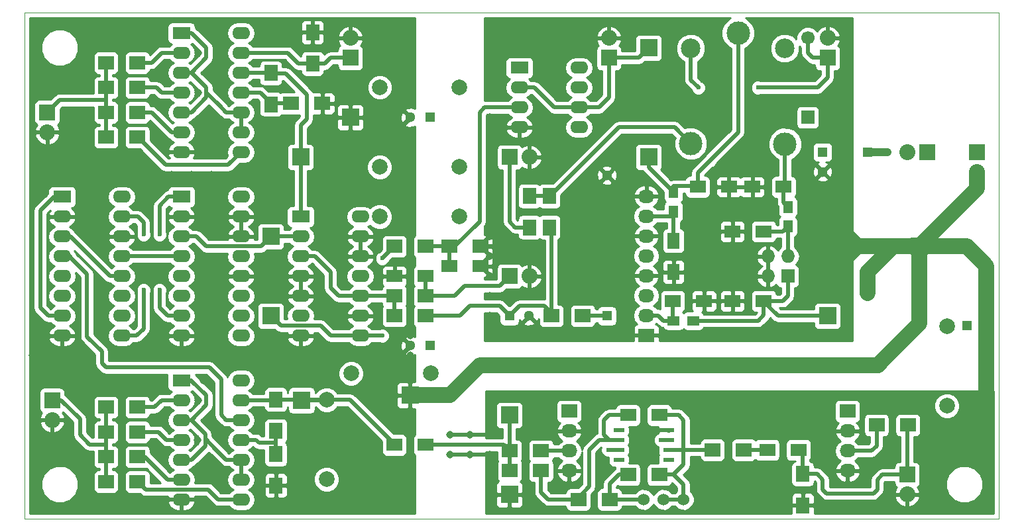
<source format=gbr>
G04 #@! TF.FileFunction,Copper,L1,Top,Signal*
%FSLAX46Y46*%
G04 Gerber Fmt 4.6, Leading zero omitted, Abs format (unit mm)*
G04 Created by KiCad (PCBNEW (after 2015-mar-04 BZR unknown)-product) date Sat 14 Jan 2017 07:57:04 PM CET*
%MOMM*%
G01*
G04 APERTURE LIST*
%ADD10C,0.100000*%
%ADD11R,2.235200X2.235200*%
%ADD12C,0.500000*%
%ADD13C,0.970000*%
%ADD14R,2.032000X1.727200*%
%ADD15O,2.032000X1.727200*%
%ADD16R,2.286000X1.574800*%
%ADD17O,2.286000X1.574800*%
%ADD18R,2.032000X2.032000*%
%ADD19O,2.032000X2.032000*%
%ADD20R,1.727200X1.727200*%
%ADD21O,1.727200X1.727200*%
%ADD22C,1.699260*%
%ADD23R,1.699260X1.699260*%
%ADD24R,2.000000X1.700000*%
%ADD25R,1.700000X2.000000*%
%ADD26R,2.000000X1.600000*%
%ADD27R,1.600000X2.000000*%
%ADD28R,1.250000X1.500000*%
%ADD29R,1.500000X1.250000*%
%ADD30C,1.998980*%
%ADD31R,1.300000X1.300000*%
%ADD32C,1.300000*%
%ADD33C,2.500000*%
%ADD34C,3.000000*%
%ADD35R,1.400000X0.508000*%
%ADD36C,1.524000*%
%ADD37C,0.600000*%
%ADD38C,1.000000*%
%ADD39C,0.500000*%
%ADD40C,2.000000*%
%ADD41C,0.254000*%
G04 APERTURE END LIST*
D10*
X192722500Y-52006500D02*
X192722500Y-116776500D01*
X68262500Y-52006500D02*
X192722500Y-52006500D01*
X68262500Y-116776500D02*
X68262500Y-52006500D01*
X192722500Y-116776500D02*
X68262500Y-116776500D01*
D11*
X103632000Y-101600000D03*
X130175000Y-113665000D03*
D12*
X69215000Y-72517000D03*
X71755000Y-72517000D03*
X71755000Y-72517000D03*
X74295000Y-72517000D03*
X76835000Y-72517000D03*
D11*
X170815000Y-90805000D03*
X109855000Y-65405000D03*
D13*
X122555000Y-108585000D03*
X125095000Y-108585000D03*
X122555000Y-106045000D03*
X125095000Y-106045000D03*
D11*
X99695000Y-90805000D03*
X99695000Y-80645000D03*
X103505000Y-70485000D03*
X130175000Y-103505000D03*
X147955000Y-70485000D03*
X147955000Y-56515000D03*
X117475000Y-100965000D03*
X182499000Y-81915000D03*
D13*
X173355000Y-60325000D03*
X173355000Y-62865000D03*
X173355000Y-75565000D03*
X147193000Y-105283000D03*
X147193000Y-105283000D03*
X147193000Y-106553000D03*
X147193000Y-107823000D03*
X173355000Y-53340000D03*
X173355000Y-55245000D03*
X173355000Y-57785000D03*
X173355000Y-65405000D03*
X173355000Y-67945000D03*
X173355000Y-73025000D03*
X173355000Y-75565000D03*
X173355000Y-78105000D03*
X173355000Y-80645000D03*
X173355000Y-83185000D03*
X173355000Y-85725000D03*
X173355000Y-88265000D03*
X173355000Y-90805000D03*
X147193000Y-109093000D03*
X127635000Y-115697000D03*
X127635000Y-113665000D03*
X127635000Y-111125000D03*
X127635000Y-108585000D03*
X127635000Y-106045000D03*
X127635000Y-103505000D03*
X173355000Y-93345000D03*
X127635000Y-90805000D03*
X127635000Y-88265000D03*
X127635000Y-85725000D03*
X127635000Y-83185000D03*
X127635000Y-80645000D03*
X127635000Y-78105000D03*
X127635000Y-75565000D03*
X127635000Y-73025000D03*
X127635000Y-70485000D03*
X127635000Y-67945000D03*
X127635000Y-65405000D03*
X127635000Y-62865000D03*
X127635000Y-57785000D03*
X127635000Y-55245000D03*
X127635000Y-60325000D03*
X127635000Y-53340000D03*
X191135000Y-100965000D03*
X188595000Y-100965000D03*
X183515000Y-100965000D03*
X180975000Y-100965000D03*
X178435000Y-100965000D03*
X175895000Y-100965000D03*
X173355000Y-100965000D03*
X170815000Y-100965000D03*
X168275000Y-100965000D03*
X165735000Y-100965000D03*
X163195000Y-100965000D03*
X160655000Y-100965000D03*
X158115000Y-100965000D03*
X170815000Y-93345000D03*
X168275000Y-93345000D03*
X165735000Y-93345000D03*
X163195000Y-93345000D03*
X160655000Y-93345000D03*
X158115000Y-93345000D03*
X155575000Y-93345000D03*
X127635000Y-93345000D03*
X130175000Y-93345000D03*
X132715000Y-93345000D03*
X135255000Y-93345000D03*
X137795000Y-93345000D03*
X140335000Y-93345000D03*
X142875000Y-93345000D03*
X153035000Y-93345000D03*
X127635000Y-100965000D03*
X150495000Y-93345000D03*
X145415000Y-93345000D03*
X132715000Y-100965000D03*
X150495000Y-100965000D03*
X147955000Y-100965000D03*
X145415000Y-100965000D03*
X155575000Y-100965000D03*
X97790000Y-60960000D03*
X97790000Y-58420000D03*
X101600000Y-61595000D03*
X91744800Y-109067600D03*
X93345000Y-111760000D03*
X90805000Y-111760000D03*
X90297000Y-106680000D03*
X90424000Y-101600000D03*
X93853000Y-105537000D03*
X91059000Y-99060000D03*
X90424000Y-62230000D03*
X90424000Y-57150000D03*
X99695000Y-75565000D03*
X99695000Y-70231000D03*
X99695000Y-67945000D03*
X102235000Y-67945000D03*
X104775000Y-67945000D03*
X107315000Y-67945000D03*
X109855000Y-67945000D03*
X112395000Y-67945000D03*
X114935000Y-67945000D03*
X69215000Y-95885000D03*
X71755000Y-95885000D03*
X74295000Y-95885000D03*
X76835000Y-95885000D03*
X79375000Y-95885000D03*
X81915000Y-95885000D03*
X84455000Y-95885000D03*
X86995000Y-95885000D03*
X89535000Y-95885000D03*
X92075000Y-95885000D03*
X94615000Y-95885000D03*
X97155000Y-95885000D03*
X99695000Y-95885000D03*
X102235000Y-95885000D03*
X104775000Y-95885000D03*
X107315000Y-95885000D03*
X109855000Y-95885000D03*
X112395000Y-95885000D03*
X114935000Y-95885000D03*
X114935000Y-75565000D03*
X112395000Y-75565000D03*
X109855000Y-75565000D03*
X107315000Y-75565000D03*
X104775000Y-75565000D03*
X102235000Y-75565000D03*
D12*
X99695000Y-72517000D03*
X97155000Y-72517000D03*
X94615000Y-72517000D03*
X79375000Y-72517000D03*
X81915000Y-72517000D03*
X84455000Y-72517000D03*
X86995000Y-72517000D03*
X89535000Y-72517000D03*
X92075000Y-72517000D03*
D13*
X153035000Y-100965000D03*
X142875000Y-100965000D03*
X140335000Y-100965000D03*
X137795000Y-100965000D03*
X135255000Y-100965000D03*
X130175000Y-100965000D03*
X117475000Y-115697000D03*
X117475000Y-113665000D03*
X117475000Y-111125000D03*
X117475000Y-108585000D03*
X117475000Y-106045000D03*
X117475000Y-103505000D03*
X117475000Y-100965000D03*
X117475000Y-98425000D03*
X117475000Y-95885000D03*
X117475000Y-93345000D03*
X117475000Y-53213000D03*
X117475000Y-55245000D03*
X117475000Y-57785000D03*
X117475000Y-60325000D03*
X117475000Y-62865000D03*
X117475000Y-65405000D03*
X117475000Y-67945000D03*
X117475000Y-73025000D03*
X117475000Y-90805000D03*
X117475000Y-88265000D03*
X117475000Y-85725000D03*
X117475000Y-83185000D03*
X117475000Y-80645000D03*
X117475000Y-78105000D03*
X117475000Y-75565000D03*
D14*
X147650200Y-93294200D03*
D15*
X147650200Y-90754200D03*
X147650200Y-88214200D03*
X147650200Y-85674200D03*
X147650200Y-83134200D03*
X147650200Y-80594200D03*
X147650200Y-78054200D03*
X147650200Y-75514200D03*
D13*
X117475000Y-70485000D03*
D16*
X103505000Y-78105000D03*
D17*
X103505000Y-80645000D03*
X103505000Y-83185000D03*
X103505000Y-85725000D03*
X103505000Y-88265000D03*
X103505000Y-90805000D03*
X103505000Y-93345000D03*
X111125000Y-93345000D03*
X111125000Y-90805000D03*
X111125000Y-88265000D03*
X111125000Y-85725000D03*
X111125000Y-83185000D03*
X111125000Y-80645000D03*
X111125000Y-78105000D03*
D16*
X73025000Y-75565000D03*
D17*
X73025000Y-78105000D03*
X73025000Y-80645000D03*
X73025000Y-83185000D03*
X73025000Y-85725000D03*
X73025000Y-88265000D03*
X73025000Y-90805000D03*
X73025000Y-93345000D03*
X80645000Y-93345000D03*
X80645000Y-90805000D03*
X80645000Y-88265000D03*
X80645000Y-85725000D03*
X80645000Y-83185000D03*
X80645000Y-80645000D03*
X80645000Y-78105000D03*
X80645000Y-75565000D03*
D16*
X88265000Y-75565000D03*
D17*
X88265000Y-78105000D03*
X88265000Y-80645000D03*
X88265000Y-83185000D03*
X88265000Y-85725000D03*
X88265000Y-88265000D03*
X88265000Y-90805000D03*
X88265000Y-93345000D03*
X95885000Y-93345000D03*
X95885000Y-90805000D03*
X95885000Y-88265000D03*
X95885000Y-85725000D03*
X95885000Y-83185000D03*
X95885000Y-80645000D03*
X95885000Y-78105000D03*
X95885000Y-75565000D03*
D18*
X183515000Y-69850000D03*
D19*
X180975000Y-69850000D03*
D16*
X131445000Y-59055000D03*
D17*
X131445000Y-61595000D03*
X131445000Y-64135000D03*
X131445000Y-66675000D03*
X139065000Y-66675000D03*
X139065000Y-64135000D03*
X139065000Y-61595000D03*
X139065000Y-59055000D03*
D16*
X88265000Y-54610000D03*
D17*
X88265000Y-57150000D03*
X88265000Y-59690000D03*
X88265000Y-62230000D03*
X88265000Y-64770000D03*
X88265000Y-67310000D03*
X88265000Y-69850000D03*
X95885000Y-69850000D03*
X95885000Y-67310000D03*
X95885000Y-64770000D03*
X95885000Y-62230000D03*
X95885000Y-59690000D03*
X95885000Y-57150000D03*
X95885000Y-54610000D03*
D16*
X88265000Y-99060000D03*
D17*
X88265000Y-101600000D03*
X88265000Y-104140000D03*
X88265000Y-106680000D03*
X88265000Y-109220000D03*
X88265000Y-111760000D03*
X88265000Y-114300000D03*
X95885000Y-114300000D03*
X95885000Y-111760000D03*
X95885000Y-109220000D03*
X95885000Y-106680000D03*
X95885000Y-104140000D03*
X95885000Y-101600000D03*
X95885000Y-99060000D03*
D18*
X109855000Y-57785000D03*
D19*
X109855000Y-55245000D03*
D18*
X71120000Y-64770000D03*
D19*
X71120000Y-67310000D03*
D18*
X189865000Y-69850000D03*
D19*
X189865000Y-72390000D03*
D18*
X180975000Y-111125000D03*
D19*
X180975000Y-113665000D03*
D18*
X170815000Y-57785000D03*
D19*
X170815000Y-55245000D03*
D18*
X142875000Y-57785000D03*
D19*
X142875000Y-55245000D03*
D18*
X71755000Y-101600000D03*
D19*
X71755000Y-104140000D03*
D20*
X165735000Y-85725000D03*
D21*
X163195000Y-85725000D03*
X165735000Y-83185000D03*
X163195000Y-83185000D03*
D22*
X168275000Y-55245000D03*
D23*
X168275000Y-65405000D03*
D24*
X78645000Y-58420000D03*
X82645000Y-58420000D03*
X78645000Y-61595000D03*
X82645000Y-61595000D03*
X78645000Y-64770000D03*
X82645000Y-64770000D03*
X78645000Y-67945000D03*
X82645000Y-67945000D03*
X78645000Y-102489000D03*
X82645000Y-102489000D03*
X78645000Y-105664000D03*
X82645000Y-105664000D03*
X78645000Y-108839000D03*
X82645000Y-108839000D03*
X78645000Y-112014000D03*
X82645000Y-112014000D03*
D25*
X105029000Y-58515000D03*
X105029000Y-54515000D03*
D24*
X102267000Y-63627000D03*
X106267000Y-63627000D03*
D25*
X99695000Y-63722000D03*
X99695000Y-59722000D03*
X100330000Y-105505000D03*
X100330000Y-101505000D03*
X100330000Y-108490000D03*
X100330000Y-112490000D03*
D26*
X122460000Y-84455000D03*
X126460000Y-84455000D03*
D24*
X115475000Y-81915000D03*
X119475000Y-81915000D03*
X122460000Y-81915000D03*
X126460000Y-81915000D03*
D26*
X165195000Y-74295000D03*
X161195000Y-74295000D03*
X151035000Y-88900000D03*
X155035000Y-88900000D03*
X162655000Y-80010000D03*
X158655000Y-80010000D03*
X162655000Y-88900000D03*
X158655000Y-88900000D03*
X154210000Y-74295000D03*
X158210000Y-74295000D03*
D27*
X151130000Y-81185000D03*
X151130000Y-85185000D03*
D28*
X165735000Y-76855000D03*
X165735000Y-79355000D03*
D29*
X151150000Y-91440000D03*
X153650000Y-91440000D03*
D30*
X113616740Y-61544200D03*
X123776740Y-61544200D03*
X109933740Y-98171000D03*
X120093740Y-98171000D03*
D31*
X130175000Y-90805000D03*
D32*
X132675000Y-90805000D03*
D31*
X170180000Y-69850000D03*
D32*
X170180000Y-72350000D03*
D33*
X153335000Y-56560000D03*
D34*
X153335000Y-68760000D03*
X165385000Y-68810000D03*
D33*
X165335000Y-56560000D03*
D34*
X159385000Y-54610000D03*
D25*
X167640000Y-115030000D03*
X167640000Y-111030000D03*
D31*
X120015000Y-94615000D03*
D32*
X117515000Y-94615000D03*
D35*
X144145000Y-109220000D03*
X144145000Y-107950000D03*
X144145000Y-106680000D03*
X144145000Y-105410000D03*
X150495000Y-105410000D03*
X150495000Y-106680000D03*
X150495000Y-107950000D03*
X150495000Y-109220000D03*
D31*
X175895000Y-69850000D03*
D32*
X175895000Y-87850000D03*
D26*
X163100000Y-107950000D03*
X167100000Y-107950000D03*
D31*
X142621000Y-90805000D03*
D32*
X142621000Y-72805000D03*
D31*
X188595000Y-92075000D03*
D32*
X191095000Y-92075000D03*
D26*
X145320000Y-103505000D03*
X149320000Y-103505000D03*
D30*
X186055000Y-92153740D03*
X186055000Y-102313740D03*
D14*
X173355000Y-102997000D03*
D15*
X173355000Y-105537000D03*
X173355000Y-108077000D03*
X173355000Y-110617000D03*
D14*
X137795000Y-102997000D03*
D15*
X137795000Y-105537000D03*
X137795000Y-108077000D03*
X137795000Y-110617000D03*
D18*
X130175000Y-85725000D03*
D19*
X132715000Y-85725000D03*
D18*
X130175000Y-70485000D03*
D19*
X132715000Y-70485000D03*
D24*
X181070000Y-104775000D03*
X177070000Y-104775000D03*
X160115000Y-107950000D03*
X156115000Y-107950000D03*
X142970000Y-114300000D03*
X138970000Y-114300000D03*
X134207000Y-110617000D03*
X130207000Y-110617000D03*
X134207000Y-108077000D03*
X130207000Y-108077000D03*
X119475000Y-88265000D03*
X115475000Y-88265000D03*
D25*
X132715000Y-79470000D03*
X132715000Y-75470000D03*
D24*
X149320000Y-111125000D03*
X145320000Y-111125000D03*
D36*
X149860000Y-114300000D03*
X147320000Y-114300000D03*
X152400000Y-114300000D03*
D24*
X115475000Y-90805000D03*
X119475000Y-90805000D03*
X135541000Y-90805000D03*
X139541000Y-90805000D03*
D30*
X123746260Y-71755000D03*
X113586260Y-71755000D03*
X123746260Y-78105000D03*
X113586260Y-78105000D03*
D26*
X115475000Y-107315000D03*
X119475000Y-107315000D03*
D30*
X106807000Y-101551740D03*
X106807000Y-111711740D03*
D31*
X120015000Y-65405000D03*
D32*
X117515000Y-65405000D03*
D25*
X135255000Y-75470000D03*
X135255000Y-79470000D03*
D28*
X151130000Y-74950000D03*
X151130000Y-77450000D03*
D26*
X119475000Y-85725000D03*
X115475000Y-85725000D03*
D37*
X182499000Y-81915000D03*
X85471000Y-80391000D03*
X85471000Y-87503000D03*
X83439000Y-80391000D03*
X83439000Y-87503000D03*
X113919000Y-93345000D03*
X113919000Y-83439000D03*
X161925000Y-61595000D03*
X154305000Y-61595000D03*
X149479000Y-106680000D03*
X142780000Y-107950000D03*
D38*
X175895000Y-69850000D02*
X178435000Y-69850000D01*
D39*
X139065000Y-64135000D02*
X141605000Y-64135000D01*
X142875000Y-62865000D02*
X142875000Y-57785000D01*
X141605000Y-64135000D02*
X142875000Y-62865000D01*
X131445000Y-61595000D02*
X133350000Y-61595000D01*
X135890000Y-64135000D02*
X139065000Y-64135000D01*
X133350000Y-61595000D02*
X135890000Y-64135000D01*
X146685000Y-57785000D02*
X147955000Y-56515000D01*
X142875000Y-57785000D02*
X146685000Y-57785000D01*
X122460000Y-84455000D02*
X122460000Y-81915000D01*
X122460000Y-81915000D02*
X123190000Y-81915000D01*
X123190000Y-81915000D02*
X126365000Y-78740000D01*
X127000000Y-64135000D02*
X131445000Y-64135000D01*
X126365000Y-64770000D02*
X127000000Y-64135000D01*
X126365000Y-78740000D02*
X126365000Y-64770000D01*
X119475000Y-81915000D02*
X122460000Y-81915000D01*
X120269000Y-81915000D02*
X119475000Y-81915000D01*
D40*
X182499000Y-81915000D02*
X189865000Y-74549000D01*
X189865000Y-74549000D02*
X189865000Y-72390000D01*
X175895000Y-85217000D02*
X179197000Y-81915000D01*
X179197000Y-81915000D02*
X182499000Y-81915000D01*
X175895000Y-87850000D02*
X175895000Y-85217000D01*
X174625000Y-81915000D02*
X173355000Y-80645000D01*
X174625000Y-81915000D02*
X173355000Y-83185000D01*
X182499000Y-81915000D02*
X175768000Y-81915000D01*
X175768000Y-81915000D02*
X174625000Y-81915000D01*
X191095000Y-84415000D02*
X191095000Y-92075000D01*
X188595000Y-81915000D02*
X191095000Y-84415000D01*
X182499000Y-81915000D02*
X188595000Y-81915000D01*
X177546000Y-96901000D02*
X177292000Y-97155000D01*
X177165000Y-97155000D02*
X126365000Y-97155000D01*
X177292000Y-97155000D02*
X177165000Y-97155000D01*
X126365000Y-97155000D02*
X122555000Y-100965000D01*
X122555000Y-100965000D02*
X117475000Y-100965000D01*
X191095000Y-100925000D02*
X191135000Y-100965000D01*
X191095000Y-92075000D02*
X191095000Y-100925000D01*
X182499000Y-91821000D02*
X182499000Y-81915000D01*
X177165000Y-97155000D02*
X182499000Y-91821000D01*
D39*
X127889000Y-80645000D02*
X127635000Y-80645000D01*
X128397000Y-81915000D02*
X128397000Y-81153000D01*
X128397000Y-81153000D02*
X127889000Y-80645000D01*
X126460000Y-81915000D02*
X128397000Y-81915000D01*
X127635000Y-85630000D02*
X126460000Y-84455000D01*
X127635000Y-85725000D02*
X127635000Y-85630000D01*
X127635000Y-83090000D02*
X126460000Y-81915000D01*
X127635000Y-83185000D02*
X127635000Y-83090000D01*
X126460000Y-84360000D02*
X127635000Y-83185000D01*
X126460000Y-84455000D02*
X126460000Y-84360000D01*
X126460000Y-81820000D02*
X127635000Y-80645000D01*
X126460000Y-81915000D02*
X126460000Y-81820000D01*
X125095000Y-106045000D02*
X127635000Y-106045000D01*
X122555000Y-106045000D02*
X125095000Y-106045000D01*
X127635000Y-106045000D02*
X127635000Y-103505000D01*
X125095000Y-106045000D02*
X127635000Y-106045000D01*
X122555000Y-106045000D02*
X125095000Y-106045000D01*
X125095000Y-108585000D02*
X127635000Y-108585000D01*
X125095000Y-108585000D02*
X122555000Y-108585000D01*
X151035000Y-88900000D02*
X151035000Y-91325000D01*
X151035000Y-91325000D02*
X151150000Y-91440000D01*
X151150000Y-91440000D02*
X149860000Y-91440000D01*
X149174200Y-90754200D02*
X147650200Y-90754200D01*
X149860000Y-91440000D02*
X149174200Y-90754200D01*
X151130000Y-78200000D02*
X151130000Y-81185000D01*
X147650200Y-78054200D02*
X150984200Y-78054200D01*
X150984200Y-78054200D02*
X151130000Y-78200000D01*
X85471000Y-87503000D02*
X85471000Y-89789000D01*
X85471000Y-76708000D02*
X86614000Y-75565000D01*
X88265000Y-75565000D02*
X86614000Y-75565000D01*
X85471000Y-80391000D02*
X85471000Y-76708000D01*
X86487000Y-90805000D02*
X88265000Y-90805000D01*
X85471000Y-89789000D02*
X86487000Y-90805000D01*
X88265000Y-75565000D02*
X87503000Y-75565000D01*
X87249000Y-90805000D02*
X88265000Y-90805000D01*
X88265000Y-80645000D02*
X90170000Y-80645000D01*
X99695000Y-80645000D02*
X103505000Y-80645000D01*
X98425000Y-81915000D02*
X99695000Y-80645000D01*
X91440000Y-81915000D02*
X98425000Y-81915000D01*
X90170000Y-80645000D02*
X91440000Y-81915000D01*
X80645000Y-83185000D02*
X88265000Y-83185000D01*
X95885000Y-57150000D02*
X101854000Y-57150000D01*
X103219000Y-58515000D02*
X105029000Y-58515000D01*
X101854000Y-57150000D02*
X103219000Y-58515000D01*
X105029000Y-58515000D02*
X106585000Y-58515000D01*
X107315000Y-57785000D02*
X109855000Y-57785000D01*
X106585000Y-58515000D02*
X107315000Y-57785000D01*
X95885000Y-59690000D02*
X99600000Y-59690000D01*
X99600000Y-59690000D02*
X99727000Y-59817000D01*
X99727000Y-59817000D02*
X101600000Y-59817000D01*
X101600000Y-59817000D02*
X104267000Y-62484000D01*
X104267000Y-62484000D02*
X104267000Y-65659000D01*
X104267000Y-65659000D02*
X103505000Y-66421000D01*
X103505000Y-66421000D02*
X103505000Y-78105000D01*
X103505000Y-78105000D02*
X103505000Y-70485000D01*
X82645000Y-64770000D02*
X84455000Y-64770000D01*
X86995000Y-67310000D02*
X88265000Y-67310000D01*
X84455000Y-64770000D02*
X86995000Y-67310000D01*
X82645000Y-67945000D02*
X82677000Y-67945000D01*
X82677000Y-67945000D02*
X86233000Y-71501000D01*
X86233000Y-71501000D02*
X94234000Y-71501000D01*
X94234000Y-71501000D02*
X95885000Y-69850000D01*
X82645000Y-58420000D02*
X84455000Y-58420000D01*
X85725000Y-57150000D02*
X88265000Y-57150000D01*
X84455000Y-58420000D02*
X85725000Y-57150000D01*
X82645000Y-61595000D02*
X85090000Y-61595000D01*
X85725000Y-62230000D02*
X88265000Y-62230000D01*
X85090000Y-61595000D02*
X85725000Y-62230000D01*
X99695000Y-63595000D02*
X102235000Y-63595000D01*
X102235000Y-63595000D02*
X102267000Y-63627000D01*
X95885000Y-62230000D02*
X98330000Y-62230000D01*
X98330000Y-62230000D02*
X99695000Y-63595000D01*
X73025000Y-75565000D02*
X72009000Y-75565000D01*
X72009000Y-75565000D02*
X70231000Y-77343000D01*
X70231000Y-77343000D02*
X70231000Y-89789000D01*
X70231000Y-89789000D02*
X71247000Y-90805000D01*
X71247000Y-90805000D02*
X73025000Y-90805000D01*
X83439000Y-87503000D02*
X83439000Y-92456000D01*
X80645000Y-78105000D02*
X82677000Y-78105000D01*
X83439000Y-78867000D02*
X82677000Y-78105000D01*
X83439000Y-80391000D02*
X83439000Y-78867000D01*
X82550000Y-93345000D02*
X80645000Y-93345000D01*
X83439000Y-92456000D02*
X82550000Y-93345000D01*
X81407000Y-93345000D02*
X80645000Y-93345000D01*
X73025000Y-80645000D02*
X74041000Y-80645000D01*
X74041000Y-80645000D02*
X79121000Y-85725000D01*
X79121000Y-85725000D02*
X80645000Y-85725000D01*
X111125000Y-93345000D02*
X113919000Y-93345000D01*
X113919000Y-83439000D02*
X115443000Y-81915000D01*
X111125000Y-93345000D02*
X111633000Y-93345000D01*
X115443000Y-81915000D02*
X115475000Y-81915000D01*
X107315000Y-93345000D02*
X106045000Y-92075000D01*
X106045000Y-92075000D02*
X100965000Y-92075000D01*
X100965000Y-92075000D02*
X99695000Y-90805000D01*
X111125000Y-93345000D02*
X107315000Y-93345000D01*
X95885000Y-106680000D02*
X97790000Y-106680000D01*
X98171000Y-107061000D02*
X100330000Y-107061000D01*
X97790000Y-106680000D02*
X98171000Y-107061000D01*
X100330000Y-107061000D02*
X100330000Y-108490000D01*
X100330000Y-105505000D02*
X100330000Y-107061000D01*
X88265000Y-101600000D02*
X85725000Y-101600000D01*
X84836000Y-102489000D02*
X85725000Y-101600000D01*
X84836000Y-102489000D02*
X82645000Y-102489000D01*
X88265000Y-106680000D02*
X86360000Y-106680000D01*
X85344000Y-105664000D02*
X86360000Y-106680000D01*
X85344000Y-105664000D02*
X82645000Y-105664000D01*
X86487000Y-111760000D02*
X88265000Y-111760000D01*
X83566000Y-108839000D02*
X86487000Y-111760000D01*
X82645000Y-108839000D02*
X83566000Y-108839000D01*
X82645000Y-112014000D02*
X82677000Y-112014000D01*
X82677000Y-112014000D02*
X83693000Y-113030000D01*
X92964000Y-114300000D02*
X95885000Y-114300000D01*
X91694000Y-113030000D02*
X92964000Y-114300000D01*
X83693000Y-113030000D02*
X91694000Y-113030000D01*
X82645000Y-112014000D02*
X82804000Y-112014000D01*
X161925000Y-61595000D02*
X169545000Y-61595000D01*
X153335000Y-56560000D02*
X153335000Y-60625000D01*
X153335000Y-60625000D02*
X154305000Y-61595000D01*
X169545000Y-61595000D02*
X170815000Y-60325000D01*
X170815000Y-57785000D02*
X170815000Y-60325000D01*
X168910000Y-57785000D02*
X170815000Y-57785000D01*
X168275000Y-57150000D02*
X168910000Y-57785000D01*
X168275000Y-55245000D02*
X168275000Y-57150000D01*
X165735000Y-79355000D02*
X165735000Y-79375000D01*
X165735000Y-79375000D02*
X165100000Y-80010000D01*
X165100000Y-80010000D02*
X162655000Y-80010000D01*
X165735000Y-79355000D02*
X165735000Y-83185000D01*
X162655000Y-88900000D02*
X162655000Y-90710000D01*
X161925000Y-91440000D02*
X153650000Y-91440000D01*
X162655000Y-90710000D02*
X161925000Y-91440000D01*
X165735000Y-85725000D02*
X165735000Y-88265000D01*
X165100000Y-88900000D02*
X162655000Y-88900000D01*
X165735000Y-88265000D02*
X165100000Y-88900000D01*
X164465000Y-90805000D02*
X170815000Y-90805000D01*
X162655000Y-88995000D02*
X164465000Y-90805000D01*
X162655000Y-88900000D02*
X162655000Y-88995000D01*
X154210000Y-74295000D02*
X154210000Y-72485000D01*
X159385000Y-67310000D02*
X159385000Y-54610000D01*
X155829000Y-70866000D02*
X159385000Y-67310000D01*
X154210000Y-72485000D02*
X155829000Y-70866000D01*
X151130000Y-74200000D02*
X154115000Y-74200000D01*
X154115000Y-74200000D02*
X154210000Y-74295000D01*
X151225000Y-74295000D02*
X151130000Y-74200000D01*
X155702000Y-70993000D02*
X155829000Y-70993000D01*
X155829000Y-70993000D02*
X155829000Y-70866000D01*
X147955000Y-71775000D02*
X151130000Y-74950000D01*
X147955000Y-70485000D02*
X147955000Y-71775000D01*
X135541000Y-90805000D02*
X135541000Y-79756000D01*
X135541000Y-79756000D02*
X135255000Y-79470000D01*
X130175000Y-90805000D02*
X131445000Y-89535000D01*
X134620000Y-89535000D02*
X135541000Y-90456000D01*
X131445000Y-89535000D02*
X134620000Y-89535000D01*
X135541000Y-90456000D02*
X135541000Y-90805000D01*
X119475000Y-90805000D02*
X123825000Y-90805000D01*
X128905000Y-89535000D02*
X130175000Y-90805000D01*
X125095000Y-89535000D02*
X128905000Y-89535000D01*
X123825000Y-90805000D02*
X125095000Y-89535000D01*
X139541000Y-90805000D02*
X142621000Y-90805000D01*
X165195000Y-74295000D02*
X165195000Y-76315000D01*
X165195000Y-76315000D02*
X165735000Y-76855000D01*
X165385000Y-68810000D02*
X165385000Y-74105000D01*
X165385000Y-74105000D02*
X165195000Y-74295000D01*
X78645000Y-63169800D02*
X72720200Y-63169800D01*
X72720200Y-63169800D02*
X71120000Y-64770000D01*
X78645000Y-58420000D02*
X78645000Y-61595000D01*
X78645000Y-61595000D02*
X78645000Y-63169800D01*
X78645000Y-63169800D02*
X78645000Y-63246000D01*
X78645000Y-63246000D02*
X78645000Y-64770000D01*
X78645000Y-64770000D02*
X78645000Y-67945000D01*
X78645000Y-108839000D02*
X78645000Y-112014000D01*
X78645000Y-107315000D02*
X78645000Y-108839000D01*
X78645000Y-105664000D02*
X78645000Y-107315000D01*
X78645000Y-102489000D02*
X78645000Y-105664000D01*
X78568800Y-107238800D02*
X78645000Y-107315000D01*
X71755000Y-101600000D02*
X72898000Y-101600000D01*
X75311000Y-106045000D02*
X76504800Y-107238800D01*
X75311000Y-104013000D02*
X75311000Y-106045000D01*
X72898000Y-101600000D02*
X75311000Y-104013000D01*
X76504800Y-107238800D02*
X78568800Y-107238800D01*
X88265000Y-104140000D02*
X89535000Y-104140000D01*
X89535000Y-104140000D02*
X91313000Y-105918000D01*
X91313000Y-105918000D02*
X91313000Y-107442000D01*
X91313000Y-107442000D02*
X89535000Y-109220000D01*
X89535000Y-109220000D02*
X88265000Y-109220000D01*
X92710000Y-107950000D02*
X91313000Y-106553000D01*
X93980000Y-109220000D02*
X92710000Y-107950000D01*
X95885000Y-109220000D02*
X93980000Y-109220000D01*
X91440000Y-106680000D02*
X91313000Y-106680000D01*
X91313000Y-106553000D02*
X91440000Y-106680000D01*
X88265000Y-109220000D02*
X89535000Y-109220000D01*
X89535000Y-109220000D02*
X91313000Y-107442000D01*
X91313000Y-107442000D02*
X91313000Y-106680000D01*
X89509600Y-99034600D02*
X88290400Y-99034600D01*
X91313000Y-106680000D02*
X91313000Y-105918000D01*
X91313000Y-105918000D02*
X89535000Y-104140000D01*
X89535000Y-104140000D02*
X91440000Y-102235000D01*
X91440000Y-102235000D02*
X91440000Y-100965000D01*
X91440000Y-100965000D02*
X89509600Y-99034600D01*
X88290400Y-99034600D02*
X88265000Y-99060000D01*
X95885000Y-109220000D02*
X95885000Y-111760000D01*
X88290400Y-99034600D02*
X89560400Y-99034600D01*
X149479000Y-106680000D02*
X150495000Y-106680000D01*
X160115000Y-107950000D02*
X163100000Y-107950000D01*
X167640000Y-111030000D02*
X167640000Y-108490000D01*
X167640000Y-108490000D02*
X167100000Y-107950000D01*
X180975000Y-111125000D02*
X177800000Y-111125000D01*
X169450000Y-111030000D02*
X167640000Y-111030000D01*
X170180000Y-111760000D02*
X169450000Y-111030000D01*
X170180000Y-113030000D02*
X170180000Y-111760000D01*
X170688000Y-113538000D02*
X170180000Y-113030000D01*
X176657000Y-113538000D02*
X170688000Y-113538000D01*
X177165000Y-113030000D02*
X176657000Y-113538000D01*
X177165000Y-111760000D02*
X177165000Y-113030000D01*
X177800000Y-111125000D02*
X177165000Y-111760000D01*
X180975000Y-111125000D02*
X180975000Y-104870000D01*
X180975000Y-104870000D02*
X181070000Y-104775000D01*
X142780000Y-107950000D02*
X144145000Y-107950000D01*
X144145000Y-106680000D02*
X142875000Y-106680000D01*
X142875000Y-103505000D02*
X145320000Y-103505000D01*
X142240000Y-104140000D02*
X142875000Y-103505000D01*
X142240000Y-106045000D02*
X142240000Y-104140000D01*
X142875000Y-106680000D02*
X142240000Y-106045000D01*
X138970000Y-114300000D02*
X138970000Y-114014000D01*
X141605000Y-106680000D02*
X144145000Y-106680000D01*
X140335000Y-107950000D02*
X141605000Y-106680000D01*
X140335000Y-112649000D02*
X140335000Y-107950000D01*
X138970000Y-114014000D02*
X140335000Y-112649000D01*
X135128000Y-114300000D02*
X134207000Y-113379000D01*
X134207000Y-113379000D02*
X134207000Y-110617000D01*
X138970000Y-114300000D02*
X135128000Y-114300000D01*
X148971000Y-103854000D02*
X149320000Y-103505000D01*
X152400000Y-107950000D02*
X152400000Y-109855000D01*
X152400000Y-109855000D02*
X151130000Y-111125000D01*
X149320000Y-111125000D02*
X151130000Y-111125000D01*
X152400000Y-112395000D02*
X152400000Y-114300000D01*
X151130000Y-111125000D02*
X152400000Y-112395000D01*
X156115000Y-107950000D02*
X152400000Y-107950000D01*
X152400000Y-107950000D02*
X150495000Y-107950000D01*
X149860000Y-114300000D02*
X152400000Y-114300000D01*
X151765000Y-103505000D02*
X152400000Y-104140000D01*
X152400000Y-104140000D02*
X152400000Y-107950000D01*
X149320000Y-103505000D02*
X151765000Y-103505000D01*
X173355000Y-108077000D02*
X176403000Y-108077000D01*
X177070000Y-107410000D02*
X177070000Y-104775000D01*
X176403000Y-108077000D02*
X177070000Y-107410000D01*
X134207000Y-108077000D02*
X137795000Y-108077000D01*
X130175000Y-70485000D02*
X130175000Y-78740000D01*
X130905000Y-79470000D02*
X132715000Y-79470000D01*
X130175000Y-78740000D02*
X130905000Y-79470000D01*
X111125000Y-88265000D02*
X115475000Y-88265000D01*
X115475000Y-88265000D02*
X115475000Y-90805000D01*
X111125000Y-88265000D02*
X108331000Y-88265000D01*
X105283000Y-83185000D02*
X103505000Y-83185000D01*
X107315000Y-85217000D02*
X105283000Y-83185000D01*
X107315000Y-87249000D02*
X107315000Y-85217000D01*
X108331000Y-88265000D02*
X107315000Y-87249000D01*
X145320000Y-111125000D02*
X144145000Y-111125000D01*
X142970000Y-112300000D02*
X142970000Y-114300000D01*
X144145000Y-111125000D02*
X142970000Y-112300000D01*
X142970000Y-114300000D02*
X147320000Y-114300000D01*
X88265000Y-64770000D02*
X89535000Y-64770000D01*
X89535000Y-64770000D02*
X91440000Y-62865000D01*
X91440000Y-62865000D02*
X91440000Y-61595000D01*
X91440000Y-61595000D02*
X89535000Y-59690000D01*
X89535000Y-59690000D02*
X88265000Y-59690000D01*
X91440000Y-62230000D02*
X93091000Y-63881000D01*
X93980000Y-64770000D02*
X93091000Y-63881000D01*
X93980000Y-64770000D02*
X95885000Y-64770000D01*
X91440000Y-57785000D02*
X91440000Y-56515000D01*
X89535000Y-64770000D02*
X91440000Y-62865000D01*
X91440000Y-62865000D02*
X91440000Y-62230000D01*
X91440000Y-62230000D02*
X91440000Y-61595000D01*
X91440000Y-61595000D02*
X89535000Y-59690000D01*
X89535000Y-59690000D02*
X91440000Y-57785000D01*
X91440000Y-56515000D02*
X89535000Y-54610000D01*
X89535000Y-54610000D02*
X88265000Y-54610000D01*
X95885000Y-64770000D02*
X95885000Y-67310000D01*
X95885000Y-101600000D02*
X100235000Y-101600000D01*
X100235000Y-101600000D02*
X100330000Y-101505000D01*
X100283260Y-101551740D02*
X106807000Y-101551740D01*
X100235000Y-101600000D02*
X100283260Y-101551740D01*
X109806740Y-101551740D02*
X106807000Y-101551740D01*
X115475000Y-107220000D02*
X109806740Y-101551740D01*
X115475000Y-107315000D02*
X115475000Y-107220000D01*
X106758740Y-101600000D02*
X106807000Y-101551740D01*
X103632000Y-101600000D02*
X106758740Y-101600000D01*
X130207000Y-110617000D02*
X130207000Y-108077000D01*
X129445000Y-107315000D02*
X130207000Y-108077000D01*
X119475000Y-107315000D02*
X129445000Y-107315000D01*
X130175000Y-108045000D02*
X130207000Y-108077000D01*
X130175000Y-103505000D02*
X130175000Y-108045000D01*
X78105000Y-96901000D02*
X78105000Y-95377000D01*
X78613000Y-97409000D02*
X78105000Y-96901000D01*
X91821000Y-97409000D02*
X78613000Y-97409000D01*
X93345000Y-98933000D02*
X91821000Y-97409000D01*
X93345000Y-103505000D02*
X93345000Y-98933000D01*
X95885000Y-104140000D02*
X93980000Y-104140000D01*
X93980000Y-104140000D02*
X93345000Y-103505000D01*
X73914000Y-83185000D02*
X73025000Y-83185000D01*
X76200000Y-85471000D02*
X73914000Y-83185000D01*
X76200000Y-93472000D02*
X76200000Y-85471000D01*
X78105000Y-95377000D02*
X76200000Y-93472000D01*
X74041000Y-83185000D02*
X73025000Y-83185000D01*
X132715000Y-75470000D02*
X135255000Y-75470000D01*
X144145000Y-66675000D02*
X151250000Y-66675000D01*
X151250000Y-66675000D02*
X153335000Y-68760000D01*
X135350000Y-75470000D02*
X144145000Y-66675000D01*
X135255000Y-75470000D02*
X135350000Y-75470000D01*
X119475000Y-88265000D02*
X123190000Y-88265000D01*
X128905000Y-86995000D02*
X130175000Y-85725000D01*
X124460000Y-86995000D02*
X128905000Y-86995000D01*
X123190000Y-88265000D02*
X124460000Y-86995000D01*
X119475000Y-88265000D02*
X119475000Y-85725000D01*
D41*
G36*
X90428000Y-107075420D02*
X89438216Y-108065203D01*
X89265801Y-107949999D01*
X89661222Y-107685789D01*
X89969559Y-107224329D01*
X90077833Y-106680000D01*
X89969559Y-106135671D01*
X89661222Y-105674211D01*
X89265801Y-105409999D01*
X89438216Y-105294796D01*
X90428000Y-106284579D01*
X90428000Y-106552994D01*
X90427999Y-106553000D01*
X90428000Y-106553005D01*
X90428000Y-106680000D01*
X90428000Y-107075420D01*
X90428000Y-107075420D01*
G37*
X90428000Y-107075420D02*
X89438216Y-108065203D01*
X89265801Y-107949999D01*
X89661222Y-107685789D01*
X89969559Y-107224329D01*
X90077833Y-106680000D01*
X89969559Y-106135671D01*
X89661222Y-105674211D01*
X89265801Y-105409999D01*
X89438216Y-105294796D01*
X90428000Y-106284579D01*
X90428000Y-106552994D01*
X90427999Y-106553000D01*
X90428000Y-106553005D01*
X90428000Y-106680000D01*
X90428000Y-107075420D01*
G36*
X90555000Y-57418420D02*
X89438216Y-58535203D01*
X89265801Y-58420000D01*
X89661222Y-58155789D01*
X89969559Y-57694329D01*
X90077833Y-57150000D01*
X89969559Y-56605671D01*
X89661222Y-56144211D01*
X89488986Y-56029126D01*
X89650123Y-55997863D01*
X89662894Y-55989473D01*
X90555000Y-56881579D01*
X90555000Y-57418420D01*
X90555000Y-57418420D01*
G37*
X90555000Y-57418420D02*
X89438216Y-58535203D01*
X89265801Y-58420000D01*
X89661222Y-58155789D01*
X89969559Y-57694329D01*
X90077833Y-57150000D01*
X89969559Y-56605671D01*
X89661222Y-56144211D01*
X89488986Y-56029126D01*
X89650123Y-55997863D01*
X89662894Y-55989473D01*
X90555000Y-56881579D01*
X90555000Y-57418420D01*
G36*
X90555000Y-62498420D02*
X89438216Y-63615203D01*
X89265801Y-63500000D01*
X89661222Y-63235789D01*
X89969559Y-62774329D01*
X90077833Y-62230000D01*
X89969559Y-61685671D01*
X89661222Y-61224211D01*
X89265801Y-60960000D01*
X89438216Y-60844796D01*
X90555000Y-61961579D01*
X90555000Y-62229994D01*
X90554999Y-62230000D01*
X90555000Y-62230005D01*
X90555000Y-62498420D01*
X90555000Y-62498420D01*
G37*
X90555000Y-62498420D02*
X89438216Y-63615203D01*
X89265801Y-63500000D01*
X89661222Y-63235789D01*
X89969559Y-62774329D01*
X90077833Y-62230000D01*
X89969559Y-61685671D01*
X89661222Y-61224211D01*
X89265801Y-60960000D01*
X89438216Y-60844796D01*
X90555000Y-61961579D01*
X90555000Y-62229994D01*
X90554999Y-62230000D01*
X90555000Y-62230005D01*
X90555000Y-62498420D01*
G36*
X90555000Y-101868420D02*
X89438216Y-102985203D01*
X89265801Y-102869999D01*
X89661222Y-102605789D01*
X89969559Y-102144329D01*
X90077833Y-101600000D01*
X89969559Y-101055671D01*
X89661222Y-100594211D01*
X89488986Y-100479126D01*
X89650123Y-100447863D01*
X89662894Y-100439473D01*
X90555000Y-101331579D01*
X90555000Y-101868420D01*
X90555000Y-101868420D01*
G37*
X90555000Y-101868420D02*
X89438216Y-102985203D01*
X89265801Y-102869999D01*
X89661222Y-102605789D01*
X89969559Y-102144329D01*
X90077833Y-101600000D01*
X89969559Y-101055671D01*
X89661222Y-100594211D01*
X89488986Y-100479126D01*
X89650123Y-100447863D01*
X89662894Y-100439473D01*
X90555000Y-101331579D01*
X90555000Y-101868420D01*
G36*
X94884198Y-107949999D02*
X94488778Y-108214211D01*
X94408069Y-108335000D01*
X94346579Y-108335000D01*
X93335790Y-107324210D01*
X93335786Y-107324207D01*
X92198000Y-106186420D01*
X92198000Y-105918005D01*
X92198000Y-105918000D01*
X92198001Y-105918000D01*
X92141810Y-105635515D01*
X92130633Y-105579326D01*
X92130633Y-105579325D01*
X91938790Y-105292211D01*
X91938790Y-105292210D01*
X91938786Y-105292207D01*
X90786579Y-104140000D01*
X92065786Y-102860792D01*
X92065790Y-102860790D01*
X92065790Y-102860789D01*
X92257633Y-102573675D01*
X92257633Y-102573674D01*
X92268810Y-102517484D01*
X92325000Y-102235000D01*
X92325001Y-102235000D01*
X92325000Y-102234994D01*
X92325000Y-100965005D01*
X92325000Y-100965000D01*
X92325001Y-100965000D01*
X92268810Y-100682515D01*
X92257633Y-100626326D01*
X92257633Y-100626325D01*
X92065790Y-100339211D01*
X92065790Y-100339210D01*
X92065786Y-100339207D01*
X90288482Y-98561902D01*
X90186190Y-98408810D01*
X90055440Y-98321446D01*
X90055440Y-98294000D01*
X91454420Y-98294000D01*
X92460000Y-99299579D01*
X92460000Y-103504994D01*
X92459999Y-103505000D01*
X92516189Y-103787484D01*
X92527367Y-103843675D01*
X92719210Y-104130790D01*
X93354207Y-104765786D01*
X93354210Y-104765790D01*
X93354211Y-104765790D01*
X93546054Y-104893975D01*
X93641325Y-104957633D01*
X93641326Y-104957634D01*
X93980000Y-105025001D01*
X93980000Y-105025000D01*
X93980005Y-105025000D01*
X94408069Y-105025000D01*
X94488778Y-105145789D01*
X94884198Y-105409999D01*
X94488778Y-105674211D01*
X94180441Y-106135671D01*
X94072167Y-106680000D01*
X94180441Y-107224329D01*
X94488778Y-107685789D01*
X94884198Y-107949999D01*
X94884198Y-107949999D01*
G37*
X94884198Y-107949999D02*
X94488778Y-108214211D01*
X94408069Y-108335000D01*
X94346579Y-108335000D01*
X93335790Y-107324210D01*
X93335786Y-107324207D01*
X92198000Y-106186420D01*
X92198000Y-105918005D01*
X92198000Y-105918000D01*
X92198001Y-105918000D01*
X92141810Y-105635515D01*
X92130633Y-105579326D01*
X92130633Y-105579325D01*
X91938790Y-105292211D01*
X91938790Y-105292210D01*
X91938786Y-105292207D01*
X90786579Y-104140000D01*
X92065786Y-102860792D01*
X92065790Y-102860790D01*
X92065790Y-102860789D01*
X92257633Y-102573675D01*
X92257633Y-102573674D01*
X92268810Y-102517484D01*
X92325000Y-102235000D01*
X92325001Y-102235000D01*
X92325000Y-102234994D01*
X92325000Y-100965005D01*
X92325000Y-100965000D01*
X92325001Y-100965000D01*
X92268810Y-100682515D01*
X92257633Y-100626326D01*
X92257633Y-100626325D01*
X92065790Y-100339211D01*
X92065790Y-100339210D01*
X92065786Y-100339207D01*
X90288482Y-98561902D01*
X90186190Y-98408810D01*
X90055440Y-98321446D01*
X90055440Y-98294000D01*
X91454420Y-98294000D01*
X92460000Y-99299579D01*
X92460000Y-103504994D01*
X92459999Y-103505000D01*
X92516189Y-103787484D01*
X92527367Y-103843675D01*
X92719210Y-104130790D01*
X93354207Y-104765786D01*
X93354210Y-104765790D01*
X93354211Y-104765790D01*
X93546054Y-104893975D01*
X93641325Y-104957633D01*
X93641326Y-104957634D01*
X93980000Y-105025001D01*
X93980000Y-105025000D01*
X93980005Y-105025000D01*
X94408069Y-105025000D01*
X94488778Y-105145789D01*
X94884198Y-105409999D01*
X94488778Y-105674211D01*
X94180441Y-106135671D01*
X94072167Y-106680000D01*
X94180441Y-107224329D01*
X94488778Y-107685789D01*
X94884198Y-107949999D01*
G36*
X94884198Y-113029999D02*
X94488778Y-113294211D01*
X94408069Y-113415000D01*
X93330579Y-113415000D01*
X92319790Y-112404210D01*
X92032675Y-112212367D01*
X91976484Y-112201189D01*
X91694000Y-112144999D01*
X91693994Y-112145000D01*
X90001251Y-112145000D01*
X90077833Y-111760000D01*
X89969559Y-111215671D01*
X89661222Y-110754211D01*
X89265801Y-110489999D01*
X89661222Y-110225789D01*
X89773649Y-110057529D01*
X89817484Y-110048810D01*
X89873674Y-110037633D01*
X89873675Y-110037633D01*
X90160790Y-109845790D01*
X91757499Y-108249079D01*
X92084207Y-108575786D01*
X92084210Y-108575790D01*
X93354207Y-109845786D01*
X93354210Y-109845790D01*
X93641325Y-110037633D01*
X93980000Y-110105001D01*
X93980000Y-110105000D01*
X93980005Y-110105000D01*
X94408069Y-110105000D01*
X94488778Y-110225789D01*
X94884198Y-110489999D01*
X94488778Y-110754211D01*
X94180441Y-111215671D01*
X94072167Y-111760000D01*
X94180441Y-112304329D01*
X94488778Y-112765789D01*
X94884198Y-113029999D01*
X94884198Y-113029999D01*
G37*
X94884198Y-113029999D02*
X94488778Y-113294211D01*
X94408069Y-113415000D01*
X93330579Y-113415000D01*
X92319790Y-112404210D01*
X92032675Y-112212367D01*
X91976484Y-112201189D01*
X91694000Y-112144999D01*
X91693994Y-112145000D01*
X90001251Y-112145000D01*
X90077833Y-111760000D01*
X89969559Y-111215671D01*
X89661222Y-110754211D01*
X89265801Y-110489999D01*
X89661222Y-110225789D01*
X89773649Y-110057529D01*
X89817484Y-110048810D01*
X89873674Y-110037633D01*
X89873675Y-110037633D01*
X90160790Y-109845790D01*
X91757499Y-108249079D01*
X92084207Y-108575786D01*
X92084210Y-108575790D01*
X93354207Y-109845786D01*
X93354210Y-109845790D01*
X93641325Y-110037633D01*
X93980000Y-110105001D01*
X93980000Y-110105000D01*
X93980005Y-110105000D01*
X94408069Y-110105000D01*
X94488778Y-110225789D01*
X94884198Y-110489999D01*
X94488778Y-110754211D01*
X94180441Y-111215671D01*
X94072167Y-111760000D01*
X94180441Y-112304329D01*
X94488778Y-112765789D01*
X94884198Y-113029999D01*
G36*
X102660980Y-62129560D02*
X101267000Y-62129560D01*
X101024877Y-62176537D01*
X100947169Y-62227582D01*
X100794640Y-62124623D01*
X100545000Y-62074560D01*
X99426139Y-62074560D01*
X98955790Y-61604210D01*
X98668675Y-61412367D01*
X98612484Y-61401189D01*
X98330000Y-61344999D01*
X98329994Y-61345000D01*
X97361930Y-61345000D01*
X97281222Y-61224211D01*
X96885801Y-60960000D01*
X97281222Y-60695789D01*
X97361930Y-60575000D01*
X98197560Y-60575000D01*
X98197560Y-60722000D01*
X98244537Y-60964123D01*
X98384327Y-61176927D01*
X98595360Y-61319377D01*
X98845000Y-61369440D01*
X100545000Y-61369440D01*
X100787123Y-61322463D01*
X100999927Y-61182673D01*
X101142377Y-60971640D01*
X101192440Y-60722000D01*
X101192440Y-60702000D01*
X101233420Y-60702000D01*
X102660980Y-62129560D01*
X102660980Y-62129560D01*
G37*
X102660980Y-62129560D02*
X101267000Y-62129560D01*
X101024877Y-62176537D01*
X100947169Y-62227582D01*
X100794640Y-62124623D01*
X100545000Y-62074560D01*
X99426139Y-62074560D01*
X98955790Y-61604210D01*
X98668675Y-61412367D01*
X98612484Y-61401189D01*
X98330000Y-61344999D01*
X98329994Y-61345000D01*
X97361930Y-61345000D01*
X97281222Y-61224211D01*
X96885801Y-60960000D01*
X97281222Y-60695789D01*
X97361930Y-60575000D01*
X98197560Y-60575000D01*
X98197560Y-60722000D01*
X98244537Y-60964123D01*
X98384327Y-61176927D01*
X98595360Y-61319377D01*
X98845000Y-61369440D01*
X100545000Y-61369440D01*
X100787123Y-61322463D01*
X100999927Y-61182673D01*
X101142377Y-60971640D01*
X101192440Y-60722000D01*
X101192440Y-60702000D01*
X101233420Y-60702000D01*
X102660980Y-62129560D01*
G36*
X118110000Y-116091500D02*
X117348000Y-116091500D01*
X117348000Y-102558850D01*
X117348000Y-101092000D01*
X117348000Y-100838000D01*
X117348000Y-99371150D01*
X117189250Y-99212400D01*
X116231091Y-99212400D01*
X115997702Y-99309073D01*
X115819073Y-99487701D01*
X115722400Y-99721090D01*
X115722400Y-99973709D01*
X115722400Y-100679250D01*
X115881150Y-100838000D01*
X117348000Y-100838000D01*
X117348000Y-101092000D01*
X115881150Y-101092000D01*
X115722400Y-101250750D01*
X115722400Y-101956291D01*
X115722400Y-102208910D01*
X115819073Y-102442299D01*
X115997702Y-102620927D01*
X116231091Y-102717600D01*
X117189250Y-102717600D01*
X117348000Y-102558850D01*
X117348000Y-116091500D01*
X117122440Y-116091500D01*
X117122440Y-108115000D01*
X117122440Y-106515000D01*
X117075463Y-106272877D01*
X116935673Y-106060073D01*
X116724640Y-105917623D01*
X116475000Y-105867560D01*
X115374139Y-105867560D01*
X114854162Y-105347582D01*
X114854162Y-93159833D01*
X114712117Y-92816057D01*
X114449327Y-92552808D01*
X114105799Y-92410162D01*
X113733833Y-92409838D01*
X113612431Y-92460000D01*
X112601930Y-92460000D01*
X112521222Y-92339211D01*
X112126170Y-92075246D01*
X112142262Y-92070525D01*
X112576191Y-91720986D01*
X112843327Y-91231996D01*
X112860010Y-91152060D01*
X112737852Y-90932000D01*
X111252000Y-90932000D01*
X111252000Y-90952000D01*
X110998000Y-90952000D01*
X110998000Y-90932000D01*
X109512148Y-90932000D01*
X109389990Y-91152060D01*
X109406673Y-91231996D01*
X109673809Y-91720986D01*
X110107738Y-92070525D01*
X110123829Y-92075246D01*
X109728778Y-92339211D01*
X109648069Y-92460000D01*
X107681579Y-92460000D01*
X106670790Y-91449210D01*
X106383675Y-91257367D01*
X106327484Y-91246189D01*
X106045000Y-91189999D01*
X106044994Y-91190000D01*
X105241251Y-91190000D01*
X105317833Y-90805000D01*
X105209559Y-90260671D01*
X104901222Y-89799211D01*
X104506170Y-89535246D01*
X104522262Y-89530525D01*
X104956191Y-89180986D01*
X105223327Y-88691996D01*
X105240010Y-88612060D01*
X105240010Y-87917940D01*
X105223327Y-87838004D01*
X104956191Y-87349014D01*
X104522262Y-86999475D01*
X104507010Y-86995000D01*
X104522262Y-86990525D01*
X104956191Y-86640986D01*
X105223327Y-86151996D01*
X105240010Y-86072060D01*
X105117852Y-85852000D01*
X103632000Y-85852000D01*
X103632000Y-86842600D01*
X103632000Y-87147400D01*
X103632000Y-88138000D01*
X105117852Y-88138000D01*
X105240010Y-87917940D01*
X105240010Y-88612060D01*
X105117852Y-88392000D01*
X103632000Y-88392000D01*
X103632000Y-88412000D01*
X103378000Y-88412000D01*
X103378000Y-88392000D01*
X103378000Y-88138000D01*
X103378000Y-87147400D01*
X103378000Y-86842600D01*
X103378000Y-85852000D01*
X101892148Y-85852000D01*
X101769990Y-86072060D01*
X101786673Y-86151996D01*
X102053809Y-86640986D01*
X102487738Y-86990525D01*
X102502989Y-86995000D01*
X102487738Y-86999475D01*
X102053809Y-87349014D01*
X101786673Y-87838004D01*
X101769990Y-87917940D01*
X101892148Y-88138000D01*
X103378000Y-88138000D01*
X103378000Y-88392000D01*
X101892148Y-88392000D01*
X101769990Y-88612060D01*
X101786673Y-88691996D01*
X102053809Y-89180986D01*
X102487738Y-89530525D01*
X102503829Y-89535246D01*
X102108778Y-89799211D01*
X101800441Y-90260671D01*
X101692167Y-90805000D01*
X101768748Y-91190000D01*
X101460040Y-91190000D01*
X101460040Y-89687400D01*
X101413063Y-89445277D01*
X101273273Y-89232473D01*
X101062240Y-89090023D01*
X100812600Y-89039960D01*
X98577400Y-89039960D01*
X98335277Y-89086937D01*
X98122473Y-89226727D01*
X97980023Y-89437760D01*
X97929960Y-89687400D01*
X97929960Y-91922600D01*
X97976937Y-92164723D01*
X98116727Y-92377527D01*
X98327760Y-92519977D01*
X98577400Y-92570040D01*
X100208460Y-92570040D01*
X100339207Y-92700786D01*
X100339210Y-92700790D01*
X100626325Y-92892633D01*
X100965000Y-92960001D01*
X100965000Y-92960000D01*
X100965005Y-92960000D01*
X101777908Y-92960000D01*
X101769990Y-92997940D01*
X101892148Y-93218000D01*
X103378000Y-93218000D01*
X103378000Y-93198000D01*
X103632000Y-93198000D01*
X103632000Y-93218000D01*
X105117852Y-93218000D01*
X105240010Y-92997940D01*
X105232091Y-92960000D01*
X105678420Y-92960000D01*
X106689207Y-93970786D01*
X106689210Y-93970790D01*
X106976325Y-94162633D01*
X107315000Y-94230001D01*
X107315000Y-94230000D01*
X107315005Y-94230000D01*
X109648069Y-94230000D01*
X109728778Y-94350789D01*
X110190238Y-94659126D01*
X110734567Y-94767400D01*
X111515433Y-94767400D01*
X112059762Y-94659126D01*
X112521222Y-94350789D01*
X112601930Y-94230000D01*
X113612178Y-94230000D01*
X113732201Y-94279838D01*
X114104167Y-94280162D01*
X114447943Y-94138117D01*
X114711192Y-93875327D01*
X114853838Y-93531799D01*
X114854162Y-93159833D01*
X114854162Y-105347582D01*
X111568514Y-102061934D01*
X111568514Y-97847306D01*
X111320202Y-97246345D01*
X110860813Y-96786154D01*
X110260287Y-96536794D01*
X109610046Y-96536226D01*
X109009085Y-96784538D01*
X108548894Y-97243927D01*
X108299534Y-97844453D01*
X108298966Y-98494694D01*
X108547278Y-99095655D01*
X109006667Y-99555846D01*
X109607193Y-99805206D01*
X110257434Y-99805774D01*
X110858395Y-99557462D01*
X111318586Y-99098073D01*
X111567946Y-98497547D01*
X111568514Y-97847306D01*
X111568514Y-102061934D01*
X110432530Y-100925950D01*
X110145415Y-100734107D01*
X110089224Y-100722929D01*
X109806740Y-100666739D01*
X109806734Y-100666740D01*
X108209847Y-100666740D01*
X108193462Y-100627085D01*
X107734073Y-100166894D01*
X107133547Y-99917534D01*
X106483306Y-99916966D01*
X105882345Y-100165278D01*
X105422154Y-100624667D01*
X105404683Y-100666740D01*
X105397040Y-100666740D01*
X105397040Y-100482400D01*
X105350063Y-100240277D01*
X105240010Y-100072741D01*
X105240010Y-93692060D01*
X105117852Y-93472000D01*
X103632000Y-93472000D01*
X103632000Y-94767400D01*
X103987600Y-94767400D01*
X104522262Y-94610525D01*
X104956191Y-94260986D01*
X105223327Y-93771996D01*
X105240010Y-93692060D01*
X105240010Y-100072741D01*
X105210273Y-100027473D01*
X104999240Y-99885023D01*
X104749600Y-99834960D01*
X103378000Y-99834960D01*
X103378000Y-94767400D01*
X103378000Y-93472000D01*
X101892148Y-93472000D01*
X101769990Y-93692060D01*
X101786673Y-93771996D01*
X102053809Y-94260986D01*
X102487738Y-94610525D01*
X103022400Y-94767400D01*
X103378000Y-94767400D01*
X103378000Y-99834960D01*
X102514400Y-99834960D01*
X102272277Y-99881937D01*
X102059473Y-100021727D01*
X101917023Y-100232760D01*
X101866960Y-100482400D01*
X101866960Y-100666740D01*
X101827440Y-100666740D01*
X101827440Y-100505000D01*
X101780463Y-100262877D01*
X101640673Y-100050073D01*
X101429640Y-99907623D01*
X101180000Y-99857560D01*
X99480000Y-99857560D01*
X99237877Y-99904537D01*
X99025073Y-100044327D01*
X98882623Y-100255360D01*
X98832560Y-100505000D01*
X98832560Y-100715000D01*
X97361930Y-100715000D01*
X97281222Y-100594211D01*
X96885801Y-100329999D01*
X97281222Y-100065789D01*
X97589559Y-99604329D01*
X97697833Y-99060000D01*
X97697833Y-93345000D01*
X97589559Y-92800671D01*
X97281222Y-92339211D01*
X96885801Y-92075000D01*
X97281222Y-91810789D01*
X97589559Y-91349329D01*
X97697833Y-90805000D01*
X97589559Y-90260671D01*
X97281222Y-89799211D01*
X96885801Y-89535000D01*
X97281222Y-89270789D01*
X97589559Y-88809329D01*
X97697833Y-88265000D01*
X97589559Y-87720671D01*
X97281222Y-87259211D01*
X96886170Y-86995246D01*
X96902262Y-86990525D01*
X97336191Y-86640986D01*
X97603327Y-86151996D01*
X97620010Y-86072060D01*
X97497852Y-85852000D01*
X96012000Y-85852000D01*
X96012000Y-85872000D01*
X95758000Y-85872000D01*
X95758000Y-85852000D01*
X94272148Y-85852000D01*
X94149990Y-86072060D01*
X94166673Y-86151996D01*
X94433809Y-86640986D01*
X94867738Y-86990525D01*
X94883829Y-86995246D01*
X94488778Y-87259211D01*
X94180441Y-87720671D01*
X94072167Y-88265000D01*
X94180441Y-88809329D01*
X94488778Y-89270789D01*
X94884198Y-89535000D01*
X94488778Y-89799211D01*
X94180441Y-90260671D01*
X94072167Y-90805000D01*
X94180441Y-91349329D01*
X94488778Y-91810789D01*
X94884198Y-92075000D01*
X94488778Y-92339211D01*
X94180441Y-92800671D01*
X94072167Y-93345000D01*
X94180441Y-93889329D01*
X94488778Y-94350789D01*
X94950238Y-94659126D01*
X95494567Y-94767400D01*
X96275433Y-94767400D01*
X96819762Y-94659126D01*
X97281222Y-94350789D01*
X97589559Y-93889329D01*
X97697833Y-93345000D01*
X97697833Y-99060000D01*
X97589559Y-98515671D01*
X97281222Y-98054211D01*
X96819762Y-97745874D01*
X96275433Y-97637600D01*
X95494567Y-97637600D01*
X94950238Y-97745874D01*
X94488778Y-98054211D01*
X94180441Y-98515671D01*
X94163714Y-98599761D01*
X94162633Y-98594325D01*
X93970790Y-98307210D01*
X93970786Y-98307207D01*
X92446790Y-96783210D01*
X92159675Y-96591367D01*
X92103484Y-96580189D01*
X91821000Y-96523999D01*
X91820994Y-96524000D01*
X90000010Y-96524000D01*
X90000010Y-93692060D01*
X89877852Y-93472000D01*
X88392000Y-93472000D01*
X88392000Y-94767400D01*
X88747600Y-94767400D01*
X89282262Y-94610525D01*
X89716191Y-94260986D01*
X89983327Y-93771996D01*
X90000010Y-93692060D01*
X90000010Y-96524000D01*
X88138000Y-96524000D01*
X88138000Y-94767400D01*
X88138000Y-93472000D01*
X86652148Y-93472000D01*
X86529990Y-93692060D01*
X86546673Y-93771996D01*
X86813809Y-94260986D01*
X87247738Y-94610525D01*
X87782400Y-94767400D01*
X88138000Y-94767400D01*
X88138000Y-96524000D01*
X78990000Y-96524000D01*
X78990000Y-95377005D01*
X78990000Y-95377000D01*
X78990001Y-95377000D01*
X78933810Y-95094515D01*
X78922633Y-95038326D01*
X78922633Y-95038325D01*
X78730790Y-94751211D01*
X78730790Y-94751210D01*
X78730786Y-94751207D01*
X77085000Y-93105420D01*
X77085000Y-85471005D01*
X77085000Y-85471000D01*
X77085001Y-85471000D01*
X77017633Y-85132325D01*
X76825790Y-84845210D01*
X76825786Y-84845207D01*
X74866511Y-82885931D01*
X74858633Y-82846325D01*
X74733093Y-82658441D01*
X74729559Y-82640671D01*
X74617736Y-82473315D01*
X78495207Y-86350786D01*
X78495210Y-86350790D01*
X78495211Y-86350790D01*
X78782325Y-86542633D01*
X78782326Y-86542633D01*
X78838515Y-86553810D01*
X79121000Y-86610001D01*
X79121000Y-86610000D01*
X79121005Y-86610000D01*
X79168069Y-86610000D01*
X79248778Y-86730789D01*
X79644198Y-86995000D01*
X79248778Y-87259211D01*
X78940441Y-87720671D01*
X78832167Y-88265000D01*
X78940441Y-88809329D01*
X79248778Y-89270789D01*
X79644198Y-89535000D01*
X79248778Y-89799211D01*
X78940441Y-90260671D01*
X78832167Y-90805000D01*
X78940441Y-91349329D01*
X79248778Y-91810789D01*
X79644198Y-92075000D01*
X79248778Y-92339211D01*
X78940441Y-92800671D01*
X78832167Y-93345000D01*
X78940441Y-93889329D01*
X79248778Y-94350789D01*
X79710238Y-94659126D01*
X80254567Y-94767400D01*
X81035433Y-94767400D01*
X81579762Y-94659126D01*
X82041222Y-94350789D01*
X82121930Y-94230000D01*
X82549994Y-94230000D01*
X82550000Y-94230001D01*
X82550000Y-94230000D01*
X82832484Y-94173810D01*
X82888674Y-94162633D01*
X82888675Y-94162633D01*
X83175790Y-93970790D01*
X84064786Y-93081792D01*
X84064790Y-93081790D01*
X84064790Y-93081789D01*
X84256633Y-92794675D01*
X84256633Y-92794674D01*
X84267810Y-92738484D01*
X84324000Y-92456000D01*
X84324001Y-92456000D01*
X84324000Y-92455994D01*
X84324000Y-87809821D01*
X84373838Y-87689799D01*
X84374162Y-87317833D01*
X84232117Y-86974057D01*
X83969327Y-86710808D01*
X83625799Y-86568162D01*
X83253833Y-86567838D01*
X82910057Y-86709883D01*
X82646808Y-86972673D01*
X82504162Y-87316201D01*
X82503838Y-87688167D01*
X82554000Y-87809568D01*
X82554000Y-92089420D01*
X82183420Y-92460000D01*
X82121930Y-92460000D01*
X82041222Y-92339211D01*
X81645801Y-92075000D01*
X82041222Y-91810789D01*
X82349559Y-91349329D01*
X82457833Y-90805000D01*
X82349559Y-90260671D01*
X82041222Y-89799211D01*
X81645801Y-89535000D01*
X82041222Y-89270789D01*
X82349559Y-88809329D01*
X82457833Y-88265000D01*
X82349559Y-87720671D01*
X82041222Y-87259211D01*
X81645801Y-86995000D01*
X82041222Y-86730789D01*
X82349559Y-86269329D01*
X82457833Y-85725000D01*
X82349559Y-85180671D01*
X82041222Y-84719211D01*
X81645801Y-84455000D01*
X82041222Y-84190789D01*
X82121930Y-84070000D01*
X86788069Y-84070000D01*
X86868778Y-84190789D01*
X87264198Y-84455000D01*
X86868778Y-84719211D01*
X86560441Y-85180671D01*
X86452167Y-85725000D01*
X86560441Y-86269329D01*
X86868778Y-86730789D01*
X87264198Y-86995000D01*
X86868778Y-87259211D01*
X86560441Y-87720671D01*
X86452167Y-88265000D01*
X86560441Y-88809329D01*
X86868778Y-89270789D01*
X87264198Y-89535000D01*
X86868778Y-89799211D01*
X86814309Y-89880729D01*
X86356000Y-89422420D01*
X86356000Y-87809821D01*
X86405838Y-87689799D01*
X86406162Y-87317833D01*
X86264117Y-86974057D01*
X86001327Y-86710808D01*
X85657799Y-86568162D01*
X85285833Y-86567838D01*
X84942057Y-86709883D01*
X84678808Y-86972673D01*
X84536162Y-87316201D01*
X84535838Y-87688167D01*
X84586000Y-87809568D01*
X84586000Y-89788994D01*
X84585999Y-89789000D01*
X84642189Y-90071484D01*
X84653367Y-90127675D01*
X84845210Y-90414790D01*
X85861207Y-91430786D01*
X85861210Y-91430790D01*
X85861211Y-91430790D01*
X86148325Y-91622633D01*
X86148326Y-91622633D01*
X86204515Y-91633810D01*
X86487000Y-91690001D01*
X86487000Y-91690000D01*
X86487005Y-91690000D01*
X86788069Y-91690000D01*
X86868778Y-91810789D01*
X87263829Y-92074753D01*
X87247738Y-92079475D01*
X86813809Y-92429014D01*
X86546673Y-92918004D01*
X86529990Y-92997940D01*
X86652148Y-93218000D01*
X88138000Y-93218000D01*
X88138000Y-93198000D01*
X88392000Y-93198000D01*
X88392000Y-93218000D01*
X89877852Y-93218000D01*
X90000010Y-92997940D01*
X89983327Y-92918004D01*
X89716191Y-92429014D01*
X89282262Y-92079475D01*
X89266170Y-92074753D01*
X89661222Y-91810789D01*
X89969559Y-91349329D01*
X90077833Y-90805000D01*
X89969559Y-90260671D01*
X89661222Y-89799211D01*
X89265801Y-89535000D01*
X89661222Y-89270789D01*
X89969559Y-88809329D01*
X90077833Y-88265000D01*
X89969559Y-87720671D01*
X89661222Y-87259211D01*
X89265801Y-86995000D01*
X89661222Y-86730789D01*
X89969559Y-86269329D01*
X90077833Y-85725000D01*
X89969559Y-85180671D01*
X89661222Y-84719211D01*
X89265801Y-84455000D01*
X89661222Y-84190789D01*
X89969559Y-83729329D01*
X90077833Y-83185000D01*
X89969559Y-82640671D01*
X89661222Y-82179211D01*
X89265801Y-81915000D01*
X89661222Y-81650789D01*
X89741930Y-81530000D01*
X89803420Y-81530000D01*
X90814207Y-82540786D01*
X90814210Y-82540790D01*
X91101325Y-82732633D01*
X91440000Y-82800001D01*
X91440000Y-82800000D01*
X91440005Y-82800000D01*
X94148748Y-82800000D01*
X94072167Y-83185000D01*
X94180441Y-83729329D01*
X94488778Y-84190789D01*
X94883829Y-84454753D01*
X94867738Y-84459475D01*
X94433809Y-84809014D01*
X94166673Y-85298004D01*
X94149990Y-85377940D01*
X94272148Y-85598000D01*
X95758000Y-85598000D01*
X95758000Y-85578000D01*
X96012000Y-85578000D01*
X96012000Y-85598000D01*
X97497852Y-85598000D01*
X97620010Y-85377940D01*
X97603327Y-85298004D01*
X97336191Y-84809014D01*
X96902262Y-84459475D01*
X96886170Y-84454753D01*
X97281222Y-84190789D01*
X97589559Y-83729329D01*
X97697833Y-83185000D01*
X97621251Y-82800000D01*
X98424994Y-82800000D01*
X98425000Y-82800001D01*
X98425000Y-82800000D01*
X98707484Y-82743810D01*
X98763674Y-82732633D01*
X98763675Y-82732633D01*
X99050790Y-82540790D01*
X99181539Y-82410040D01*
X100812600Y-82410040D01*
X101054723Y-82363063D01*
X101267527Y-82223273D01*
X101409977Y-82012240D01*
X101460040Y-81762600D01*
X101460040Y-81530000D01*
X102028069Y-81530000D01*
X102108778Y-81650789D01*
X102504198Y-81915000D01*
X102108778Y-82179211D01*
X101800441Y-82640671D01*
X101692167Y-83185000D01*
X101800441Y-83729329D01*
X102108778Y-84190789D01*
X102503829Y-84454753D01*
X102487738Y-84459475D01*
X102053809Y-84809014D01*
X101786673Y-85298004D01*
X101769990Y-85377940D01*
X101892148Y-85598000D01*
X103378000Y-85598000D01*
X103378000Y-85578000D01*
X103632000Y-85578000D01*
X103632000Y-85598000D01*
X105117852Y-85598000D01*
X105240010Y-85377940D01*
X105223327Y-85298004D01*
X104956191Y-84809014D01*
X104522262Y-84459475D01*
X104506170Y-84454753D01*
X104901222Y-84190789D01*
X104955690Y-84109270D01*
X106430000Y-85583579D01*
X106430000Y-87248994D01*
X106429999Y-87249000D01*
X106486189Y-87531484D01*
X106497367Y-87587675D01*
X106689210Y-87874790D01*
X107705207Y-88890786D01*
X107705210Y-88890790D01*
X107705211Y-88890790D01*
X107992325Y-89082633D01*
X107992326Y-89082633D01*
X108048515Y-89093810D01*
X108331000Y-89150001D01*
X108331000Y-89150000D01*
X108331005Y-89150000D01*
X109648069Y-89150000D01*
X109728778Y-89270789D01*
X110123829Y-89534753D01*
X110107738Y-89539475D01*
X109673809Y-89889014D01*
X109406673Y-90378004D01*
X109389990Y-90457940D01*
X109512148Y-90678000D01*
X110998000Y-90678000D01*
X110998000Y-90658000D01*
X111252000Y-90658000D01*
X111252000Y-90678000D01*
X112737852Y-90678000D01*
X112860010Y-90457940D01*
X112843327Y-90378004D01*
X112576191Y-89889014D01*
X112142262Y-89539475D01*
X112126170Y-89534753D01*
X112521222Y-89270789D01*
X112601930Y-89150000D01*
X113834350Y-89150000D01*
X113874537Y-89357123D01*
X113991992Y-89535926D01*
X113877623Y-89705360D01*
X113827560Y-89955000D01*
X113827560Y-91655000D01*
X113874537Y-91897123D01*
X114014327Y-92109927D01*
X114225360Y-92252377D01*
X114475000Y-92302440D01*
X116475000Y-92302440D01*
X116717123Y-92255463D01*
X116929927Y-92115673D01*
X117072377Y-91904640D01*
X117122440Y-91655000D01*
X117122440Y-89955000D01*
X117075463Y-89712877D01*
X116958007Y-89534073D01*
X117072377Y-89364640D01*
X117122440Y-89115000D01*
X117122440Y-87415000D01*
X117122440Y-82765000D01*
X117122440Y-81065000D01*
X117075463Y-80822877D01*
X116935673Y-80610073D01*
X116724640Y-80467623D01*
X116475000Y-80417560D01*
X115251514Y-80417560D01*
X115251514Y-61220506D01*
X115003202Y-60619545D01*
X114543813Y-60159354D01*
X113943287Y-59909994D01*
X113293046Y-59909426D01*
X112692085Y-60157738D01*
X112231894Y-60617127D01*
X111982534Y-61217653D01*
X111981966Y-61867894D01*
X112230278Y-62468855D01*
X112689667Y-62929046D01*
X113290193Y-63178406D01*
X113940434Y-63178974D01*
X114541395Y-62930662D01*
X115001586Y-62471273D01*
X115250946Y-61870747D01*
X115251514Y-61220506D01*
X115251514Y-80417560D01*
X115221034Y-80417560D01*
X115221034Y-77781306D01*
X115221034Y-71431306D01*
X114972722Y-70830345D01*
X114513333Y-70370154D01*
X113912807Y-70120794D01*
X113262566Y-70120226D01*
X112661605Y-70368538D01*
X112201414Y-70827927D01*
X111952054Y-71428453D01*
X111951486Y-72078694D01*
X112199798Y-72679655D01*
X112659187Y-73139846D01*
X113259713Y-73389206D01*
X113909954Y-73389774D01*
X114510915Y-73141462D01*
X114971106Y-72682073D01*
X115220466Y-72081547D01*
X115221034Y-71431306D01*
X115221034Y-77781306D01*
X114972722Y-77180345D01*
X114513333Y-76720154D01*
X113912807Y-76470794D01*
X113262566Y-76470226D01*
X112661605Y-76718538D01*
X112376881Y-77002765D01*
X112059762Y-76790874D01*
X111607600Y-76700933D01*
X111607600Y-66648910D01*
X111607600Y-66396291D01*
X111607600Y-65690750D01*
X111607600Y-65119250D01*
X111607600Y-64413709D01*
X111607600Y-64161090D01*
X111510927Y-63927701D01*
X111332298Y-63749073D01*
X111098909Y-63652400D01*
X110140750Y-63652400D01*
X109982000Y-63811150D01*
X109982000Y-65278000D01*
X111448850Y-65278000D01*
X111607600Y-65119250D01*
X111607600Y-65690750D01*
X111448850Y-65532000D01*
X109982000Y-65532000D01*
X109982000Y-66998850D01*
X110140750Y-67157600D01*
X111098909Y-67157600D01*
X111332298Y-67060927D01*
X111510927Y-66882299D01*
X111607600Y-66648910D01*
X111607600Y-76700933D01*
X111515433Y-76682600D01*
X110734567Y-76682600D01*
X110190238Y-76790874D01*
X109728778Y-77099211D01*
X109728000Y-77100375D01*
X109728000Y-66998850D01*
X109728000Y-65532000D01*
X109728000Y-65278000D01*
X109728000Y-63811150D01*
X109569250Y-63652400D01*
X108611091Y-63652400D01*
X108377702Y-63749073D01*
X108199073Y-63927701D01*
X108102400Y-64161090D01*
X108102400Y-64413709D01*
X108102400Y-65119250D01*
X108261150Y-65278000D01*
X109728000Y-65278000D01*
X109728000Y-65532000D01*
X108261150Y-65532000D01*
X108102400Y-65690750D01*
X108102400Y-66396291D01*
X108102400Y-66648910D01*
X108199073Y-66882299D01*
X108377702Y-67060927D01*
X108611091Y-67157600D01*
X109569250Y-67157600D01*
X109728000Y-66998850D01*
X109728000Y-77100375D01*
X109420441Y-77560671D01*
X109312167Y-78105000D01*
X109420441Y-78649329D01*
X109728778Y-79110789D01*
X110123829Y-79374753D01*
X110107738Y-79379475D01*
X109673809Y-79729014D01*
X109406673Y-80218004D01*
X109389990Y-80297940D01*
X109512148Y-80518000D01*
X110998000Y-80518000D01*
X110998000Y-80498000D01*
X111252000Y-80498000D01*
X111252000Y-80518000D01*
X112737852Y-80518000D01*
X112860010Y-80297940D01*
X112843327Y-80218004D01*
X112576191Y-79729014D01*
X112142262Y-79379475D01*
X112126170Y-79374753D01*
X112376993Y-79207159D01*
X112659187Y-79489846D01*
X113259713Y-79739206D01*
X113909954Y-79739774D01*
X114510915Y-79491462D01*
X114971106Y-79032073D01*
X115220466Y-78431547D01*
X115221034Y-77781306D01*
X115221034Y-80417560D01*
X114475000Y-80417560D01*
X114232877Y-80464537D01*
X114020073Y-80604327D01*
X113877623Y-80815360D01*
X113827560Y-81065000D01*
X113827560Y-82278860D01*
X113510164Y-82596255D01*
X113390057Y-82645883D01*
X113126808Y-82908673D01*
X112984162Y-83252201D01*
X112983838Y-83624167D01*
X113125883Y-83967943D01*
X113388673Y-84231192D01*
X113732201Y-84373838D01*
X114104167Y-84374162D01*
X114447943Y-84232117D01*
X114711192Y-83969327D01*
X114761565Y-83848014D01*
X115197139Y-83412440D01*
X116475000Y-83412440D01*
X116717123Y-83365463D01*
X116929927Y-83225673D01*
X117072377Y-83014640D01*
X117122440Y-82765000D01*
X117122440Y-87415000D01*
X117075463Y-87172877D01*
X116936576Y-86961448D01*
X117013327Y-86884699D01*
X117110000Y-86651310D01*
X117110000Y-86398691D01*
X117110000Y-86010750D01*
X117110000Y-85439250D01*
X117110000Y-85051309D01*
X117110000Y-84798690D01*
X117013327Y-84565301D01*
X116834698Y-84386673D01*
X116601309Y-84290000D01*
X115760750Y-84290000D01*
X115602000Y-84448750D01*
X115602000Y-85598000D01*
X116951250Y-85598000D01*
X117110000Y-85439250D01*
X117110000Y-86010750D01*
X116951250Y-85852000D01*
X115602000Y-85852000D01*
X115602000Y-85872000D01*
X115348000Y-85872000D01*
X115348000Y-85852000D01*
X115348000Y-85598000D01*
X115348000Y-84448750D01*
X115189250Y-84290000D01*
X114348691Y-84290000D01*
X114115302Y-84386673D01*
X113936673Y-84565301D01*
X113840000Y-84798690D01*
X113840000Y-85051309D01*
X113840000Y-85439250D01*
X113998750Y-85598000D01*
X115348000Y-85598000D01*
X115348000Y-85852000D01*
X113998750Y-85852000D01*
X113840000Y-86010750D01*
X113840000Y-86398691D01*
X113840000Y-86651310D01*
X113936673Y-86884699D01*
X114014523Y-86962548D01*
X113877623Y-87165360D01*
X113834578Y-87380000D01*
X112601930Y-87380000D01*
X112521222Y-87259211D01*
X112125801Y-86995000D01*
X112521222Y-86730789D01*
X112829559Y-86269329D01*
X112937833Y-85725000D01*
X112829559Y-85180671D01*
X112521222Y-84719211D01*
X112126170Y-84455246D01*
X112142262Y-84450525D01*
X112576191Y-84100986D01*
X112843327Y-83611996D01*
X112860010Y-83532060D01*
X112860010Y-82837940D01*
X112843327Y-82758004D01*
X112576191Y-82269014D01*
X112142262Y-81919475D01*
X112127010Y-81915000D01*
X112142262Y-81910525D01*
X112576191Y-81560986D01*
X112843327Y-81071996D01*
X112860010Y-80992060D01*
X112737852Y-80772000D01*
X111252000Y-80772000D01*
X111252000Y-81762600D01*
X111252000Y-82067400D01*
X111252000Y-83058000D01*
X112737852Y-83058000D01*
X112860010Y-82837940D01*
X112860010Y-83532060D01*
X112737852Y-83312000D01*
X111252000Y-83312000D01*
X111252000Y-83332000D01*
X110998000Y-83332000D01*
X110998000Y-83312000D01*
X110998000Y-83058000D01*
X110998000Y-82067400D01*
X110998000Y-81762600D01*
X110998000Y-80772000D01*
X109512148Y-80772000D01*
X109389990Y-80992060D01*
X109406673Y-81071996D01*
X109673809Y-81560986D01*
X110107738Y-81910525D01*
X110122989Y-81915000D01*
X110107738Y-81919475D01*
X109673809Y-82269014D01*
X109406673Y-82758004D01*
X109389990Y-82837940D01*
X109512148Y-83058000D01*
X110998000Y-83058000D01*
X110998000Y-83312000D01*
X109512148Y-83312000D01*
X109389990Y-83532060D01*
X109406673Y-83611996D01*
X109673809Y-84100986D01*
X110107738Y-84450525D01*
X110123829Y-84455246D01*
X109728778Y-84719211D01*
X109420441Y-85180671D01*
X109312167Y-85725000D01*
X109420441Y-86269329D01*
X109728778Y-86730789D01*
X110124198Y-86995000D01*
X109728778Y-87259211D01*
X109648069Y-87380000D01*
X108697579Y-87380000D01*
X108200000Y-86882420D01*
X108200000Y-85217005D01*
X108200000Y-85217000D01*
X108200001Y-85217000D01*
X108143810Y-84934515D01*
X108132633Y-84878326D01*
X108132633Y-84878325D01*
X107940790Y-84591211D01*
X107940790Y-84591210D01*
X107940786Y-84591207D01*
X107902000Y-84552420D01*
X107902000Y-64603310D01*
X107902000Y-64350691D01*
X107902000Y-63912750D01*
X107902000Y-63341250D01*
X107902000Y-62903309D01*
X107902000Y-62650690D01*
X107805327Y-62417301D01*
X107626698Y-62238673D01*
X107393309Y-62142000D01*
X106552750Y-62142000D01*
X106394000Y-62300750D01*
X106394000Y-63500000D01*
X107743250Y-63500000D01*
X107902000Y-63341250D01*
X107902000Y-63912750D01*
X107743250Y-63754000D01*
X106394000Y-63754000D01*
X106394000Y-64953250D01*
X106552750Y-65112000D01*
X107393309Y-65112000D01*
X107626698Y-65015327D01*
X107805327Y-64836699D01*
X107902000Y-64603310D01*
X107902000Y-84552420D01*
X105908790Y-82559210D01*
X105621675Y-82367367D01*
X105565484Y-82356189D01*
X105283000Y-82299999D01*
X105282994Y-82300000D01*
X104981930Y-82300000D01*
X104901222Y-82179211D01*
X104505801Y-81915000D01*
X104901222Y-81650789D01*
X105209559Y-81189329D01*
X105317833Y-80645000D01*
X105209559Y-80100671D01*
X104901222Y-79639211D01*
X104728986Y-79524126D01*
X104890123Y-79492863D01*
X105102927Y-79353073D01*
X105245377Y-79142040D01*
X105295440Y-78892400D01*
X105295440Y-77317600D01*
X105248463Y-77075477D01*
X105108673Y-76862673D01*
X104897640Y-76720223D01*
X104648000Y-76670160D01*
X104390000Y-76670160D01*
X104390000Y-72250040D01*
X104622600Y-72250040D01*
X104864723Y-72203063D01*
X105077527Y-72063273D01*
X105219977Y-71852240D01*
X105270040Y-71602600D01*
X105270040Y-69367400D01*
X105223063Y-69125277D01*
X105083273Y-68912473D01*
X104872240Y-68770023D01*
X104622600Y-68719960D01*
X104390000Y-68719960D01*
X104390000Y-66787579D01*
X104892786Y-66284792D01*
X104892790Y-66284790D01*
X104892790Y-66284789D01*
X105084633Y-65997675D01*
X105084633Y-65997674D01*
X105095810Y-65941484D01*
X105152000Y-65659000D01*
X105152001Y-65659000D01*
X105152000Y-65658994D01*
X105152000Y-65112000D01*
X105981250Y-65112000D01*
X106140000Y-64953250D01*
X106140000Y-63754000D01*
X106120000Y-63754000D01*
X106120000Y-63500000D01*
X106140000Y-63500000D01*
X106140000Y-62300750D01*
X105981250Y-62142000D01*
X105140691Y-62142000D01*
X105088289Y-62163705D01*
X105084634Y-62145326D01*
X105084633Y-62145325D01*
X105020975Y-62050054D01*
X104892790Y-61858211D01*
X104892790Y-61858210D01*
X104892786Y-61858207D01*
X102225790Y-59191210D01*
X101938675Y-58999367D01*
X101882484Y-58988189D01*
X101600000Y-58931999D01*
X101599994Y-58932000D01*
X101192440Y-58932000D01*
X101192440Y-58722000D01*
X101145463Y-58479877D01*
X101005673Y-58267073D01*
X100794640Y-58124623D01*
X100545000Y-58074560D01*
X98845000Y-58074560D01*
X98602877Y-58121537D01*
X98390073Y-58261327D01*
X98247623Y-58472360D01*
X98197560Y-58722000D01*
X98197560Y-58805000D01*
X97361930Y-58805000D01*
X97281222Y-58684211D01*
X96885801Y-58420000D01*
X97281222Y-58155789D01*
X97361930Y-58035000D01*
X101487420Y-58035000D01*
X102593207Y-59140786D01*
X102593210Y-59140790D01*
X102593211Y-59140790D01*
X102785054Y-59268975D01*
X102880325Y-59332633D01*
X102880326Y-59332634D01*
X103219000Y-59400001D01*
X103219000Y-59400000D01*
X103219005Y-59400000D01*
X103531560Y-59400000D01*
X103531560Y-59515000D01*
X103578537Y-59757123D01*
X103718327Y-59969927D01*
X103929360Y-60112377D01*
X104179000Y-60162440D01*
X105879000Y-60162440D01*
X106121123Y-60115463D01*
X106333927Y-59975673D01*
X106476377Y-59764640D01*
X106526440Y-59515000D01*
X106526440Y-59400000D01*
X106584994Y-59400000D01*
X106585000Y-59400001D01*
X106585000Y-59400000D01*
X106867484Y-59343810D01*
X106923674Y-59332633D01*
X106923675Y-59332633D01*
X107210790Y-59140790D01*
X107681579Y-58670000D01*
X108191560Y-58670000D01*
X108191560Y-58801000D01*
X108238537Y-59043123D01*
X108378327Y-59255927D01*
X108589360Y-59398377D01*
X108839000Y-59448440D01*
X110871000Y-59448440D01*
X111113123Y-59401463D01*
X111325927Y-59261673D01*
X111468377Y-59050640D01*
X111518440Y-58801000D01*
X111518440Y-56769000D01*
X111471463Y-56526877D01*
X111331673Y-56314073D01*
X111171956Y-56206262D01*
X111261385Y-56109818D01*
X111460975Y-55627944D01*
X111460975Y-54862056D01*
X111261385Y-54380182D01*
X110823379Y-53907812D01*
X110237946Y-53639017D01*
X109982000Y-53757633D01*
X109982000Y-55118000D01*
X111341836Y-55118000D01*
X111460975Y-54862056D01*
X111460975Y-55627944D01*
X111341836Y-55372000D01*
X109982000Y-55372000D01*
X109982000Y-55392000D01*
X109728000Y-55392000D01*
X109728000Y-55372000D01*
X109728000Y-55118000D01*
X109728000Y-53757633D01*
X109472054Y-53639017D01*
X108886621Y-53907812D01*
X108448615Y-54380182D01*
X108249025Y-54862056D01*
X108368164Y-55118000D01*
X109728000Y-55118000D01*
X109728000Y-55372000D01*
X108368164Y-55372000D01*
X108249025Y-55627944D01*
X108448615Y-56109818D01*
X108538574Y-56206835D01*
X108384073Y-56308327D01*
X108241623Y-56519360D01*
X108191560Y-56769000D01*
X108191560Y-56900000D01*
X107315005Y-56900000D01*
X107315000Y-56899999D01*
X107032515Y-56956189D01*
X106976325Y-56967367D01*
X106689210Y-57159210D01*
X106689207Y-57159213D01*
X106514000Y-57334420D01*
X106514000Y-55641309D01*
X106514000Y-54800750D01*
X106514000Y-54229250D01*
X106514000Y-53388691D01*
X106417327Y-53155302D01*
X106238699Y-52976673D01*
X106005310Y-52880000D01*
X105752691Y-52880000D01*
X105314750Y-52880000D01*
X105156000Y-53038750D01*
X105156000Y-54388000D01*
X106355250Y-54388000D01*
X106514000Y-54229250D01*
X106514000Y-54800750D01*
X106355250Y-54642000D01*
X105156000Y-54642000D01*
X105156000Y-55991250D01*
X105314750Y-56150000D01*
X105752691Y-56150000D01*
X106005310Y-56150000D01*
X106238699Y-56053327D01*
X106417327Y-55874698D01*
X106514000Y-55641309D01*
X106514000Y-57334420D01*
X106495075Y-57353345D01*
X106479463Y-57272877D01*
X106339673Y-57060073D01*
X106128640Y-56917623D01*
X105879000Y-56867560D01*
X104902000Y-56867560D01*
X104902000Y-55991250D01*
X104902000Y-54642000D01*
X104902000Y-54388000D01*
X104902000Y-53038750D01*
X104743250Y-52880000D01*
X104305309Y-52880000D01*
X104052690Y-52880000D01*
X103819301Y-52976673D01*
X103640673Y-53155302D01*
X103544000Y-53388691D01*
X103544000Y-54229250D01*
X103702750Y-54388000D01*
X104902000Y-54388000D01*
X104902000Y-54642000D01*
X103702750Y-54642000D01*
X103544000Y-54800750D01*
X103544000Y-55641309D01*
X103640673Y-55874698D01*
X103819301Y-56053327D01*
X104052690Y-56150000D01*
X104305309Y-56150000D01*
X104743250Y-56150000D01*
X104902000Y-55991250D01*
X104902000Y-56867560D01*
X104179000Y-56867560D01*
X103936877Y-56914537D01*
X103724073Y-57054327D01*
X103581623Y-57265360D01*
X103531560Y-57515000D01*
X103531560Y-57575980D01*
X102479790Y-56524210D01*
X102192675Y-56332367D01*
X102136484Y-56321189D01*
X101854000Y-56264999D01*
X101853994Y-56265000D01*
X97361930Y-56265000D01*
X97281222Y-56144211D01*
X96885801Y-55880000D01*
X97281222Y-55615789D01*
X97589559Y-55154329D01*
X97697833Y-54610000D01*
X97589559Y-54065671D01*
X97281222Y-53604211D01*
X96819762Y-53295874D01*
X96275433Y-53187600D01*
X95494567Y-53187600D01*
X94950238Y-53295874D01*
X94488778Y-53604211D01*
X94180441Y-54065671D01*
X94072167Y-54610000D01*
X94180441Y-55154329D01*
X94488778Y-55615789D01*
X94884198Y-55880000D01*
X94488778Y-56144211D01*
X94180441Y-56605671D01*
X94072167Y-57150000D01*
X94180441Y-57694329D01*
X94488778Y-58155789D01*
X94884198Y-58420000D01*
X94488778Y-58684211D01*
X94180441Y-59145671D01*
X94072167Y-59690000D01*
X94180441Y-60234329D01*
X94488778Y-60695789D01*
X94884198Y-60960000D01*
X94488778Y-61224211D01*
X94180441Y-61685671D01*
X94072167Y-62230000D01*
X94180441Y-62774329D01*
X94488778Y-63235789D01*
X94884198Y-63500000D01*
X94488778Y-63764211D01*
X94408069Y-63885000D01*
X94346579Y-63885000D01*
X93716790Y-63255211D01*
X93716790Y-63255210D01*
X93716786Y-63255207D01*
X92325000Y-61863420D01*
X92325000Y-61595005D01*
X92325000Y-61595000D01*
X92325001Y-61595000D01*
X92268810Y-61312515D01*
X92257633Y-61256326D01*
X92257633Y-61256325D01*
X92065790Y-60969211D01*
X92065790Y-60969210D01*
X92065786Y-60969207D01*
X90786579Y-59690000D01*
X92065786Y-58410792D01*
X92065790Y-58410790D01*
X92065790Y-58410789D01*
X92257633Y-58123675D01*
X92257633Y-58123674D01*
X92268810Y-58067484D01*
X92325000Y-57785000D01*
X92325001Y-57785000D01*
X92325000Y-57784994D01*
X92325000Y-56515005D01*
X92325000Y-56515000D01*
X92325001Y-56515000D01*
X92268810Y-56232515D01*
X92257633Y-56176326D01*
X92257633Y-56176325D01*
X92065790Y-55889211D01*
X92065790Y-55889210D01*
X92065786Y-55889207D01*
X90160790Y-53984210D01*
X90055440Y-53913818D01*
X90055440Y-53913817D01*
X90055440Y-53822600D01*
X90008463Y-53580477D01*
X89868673Y-53367673D01*
X89657640Y-53225223D01*
X89408000Y-53175160D01*
X87122000Y-53175160D01*
X86879877Y-53222137D01*
X86667073Y-53361927D01*
X86524623Y-53572960D01*
X86474560Y-53822600D01*
X86474560Y-55397400D01*
X86521537Y-55639523D01*
X86661327Y-55852327D01*
X86872360Y-55994777D01*
X87041621Y-56028720D01*
X86868778Y-56144211D01*
X86788069Y-56265000D01*
X85725005Y-56265000D01*
X85725000Y-56264999D01*
X85386325Y-56332367D01*
X85099210Y-56524210D01*
X85099207Y-56524213D01*
X84253600Y-57369819D01*
X84245463Y-57327877D01*
X84105673Y-57115073D01*
X83894640Y-56972623D01*
X83645000Y-56922560D01*
X81645000Y-56922560D01*
X81402877Y-56969537D01*
X81190073Y-57109327D01*
X81047623Y-57320360D01*
X80997560Y-57570000D01*
X80997560Y-59270000D01*
X81044537Y-59512123D01*
X81184327Y-59724927D01*
X81395360Y-59867377D01*
X81645000Y-59917440D01*
X83645000Y-59917440D01*
X83887123Y-59870463D01*
X84099927Y-59730673D01*
X84242377Y-59519640D01*
X84285421Y-59305000D01*
X84454994Y-59305000D01*
X84455000Y-59305001D01*
X84455000Y-59305000D01*
X84737484Y-59248810D01*
X84793674Y-59237633D01*
X84793675Y-59237633D01*
X85080790Y-59045790D01*
X86091579Y-58035000D01*
X86788069Y-58035000D01*
X86868778Y-58155789D01*
X87264198Y-58420000D01*
X86868778Y-58684211D01*
X86560441Y-59145671D01*
X86452167Y-59690000D01*
X86560441Y-60234329D01*
X86868778Y-60695789D01*
X87264198Y-60960000D01*
X86868778Y-61224211D01*
X86788069Y-61345000D01*
X86091579Y-61345000D01*
X85715790Y-60969210D01*
X85428675Y-60777367D01*
X85372484Y-60766189D01*
X85090000Y-60709999D01*
X85089994Y-60710000D01*
X84285649Y-60710000D01*
X84245463Y-60502877D01*
X84105673Y-60290073D01*
X83894640Y-60147623D01*
X83645000Y-60097560D01*
X81645000Y-60097560D01*
X81402877Y-60144537D01*
X81190073Y-60284327D01*
X81047623Y-60495360D01*
X80997560Y-60745000D01*
X80997560Y-62445000D01*
X81044537Y-62687123D01*
X81184327Y-62899927D01*
X81395360Y-63042377D01*
X81645000Y-63092440D01*
X83645000Y-63092440D01*
X83887123Y-63045463D01*
X84099927Y-62905673D01*
X84242377Y-62694640D01*
X84285421Y-62480000D01*
X84723420Y-62480000D01*
X85099207Y-62855786D01*
X85099210Y-62855790D01*
X85099211Y-62855790D01*
X85291054Y-62983975D01*
X85386325Y-63047633D01*
X85386326Y-63047634D01*
X85725000Y-63115001D01*
X85725000Y-63115000D01*
X85725005Y-63115000D01*
X86788069Y-63115000D01*
X86868778Y-63235789D01*
X87264198Y-63500000D01*
X86868778Y-63764211D01*
X86560441Y-64225671D01*
X86452167Y-64770000D01*
X86560441Y-65314329D01*
X86868778Y-65775789D01*
X87264198Y-66040000D01*
X87091783Y-66155204D01*
X85080790Y-64144210D01*
X84793675Y-63952367D01*
X84737484Y-63941189D01*
X84455000Y-63884999D01*
X84454994Y-63885000D01*
X84285649Y-63885000D01*
X84245463Y-63677877D01*
X84105673Y-63465073D01*
X83894640Y-63322623D01*
X83645000Y-63272560D01*
X81645000Y-63272560D01*
X81402877Y-63319537D01*
X81190073Y-63459327D01*
X81047623Y-63670360D01*
X80997560Y-63920000D01*
X80997560Y-65620000D01*
X81044537Y-65862123D01*
X81184327Y-66074927D01*
X81395360Y-66217377D01*
X81645000Y-66267440D01*
X83645000Y-66267440D01*
X83887123Y-66220463D01*
X84099927Y-66080673D01*
X84242377Y-65869640D01*
X84252513Y-65819093D01*
X86369207Y-67935786D01*
X86369210Y-67935790D01*
X86656325Y-68127633D01*
X86756350Y-68147529D01*
X86868778Y-68315789D01*
X87263829Y-68579753D01*
X87247738Y-68584475D01*
X86813809Y-68934014D01*
X86546673Y-69423004D01*
X86529990Y-69502940D01*
X86652148Y-69723000D01*
X88138000Y-69723000D01*
X88138000Y-69703000D01*
X88392000Y-69703000D01*
X88392000Y-69723000D01*
X89877852Y-69723000D01*
X90000010Y-69502940D01*
X89983327Y-69423004D01*
X89716191Y-68934014D01*
X89282262Y-68584475D01*
X89266170Y-68579753D01*
X89661222Y-68315789D01*
X89969559Y-67854329D01*
X90077833Y-67310000D01*
X89969559Y-66765671D01*
X89661222Y-66304211D01*
X89265801Y-66040000D01*
X89661222Y-65775789D01*
X89773649Y-65607529D01*
X89817484Y-65598810D01*
X89873674Y-65587633D01*
X89873675Y-65587633D01*
X90160790Y-65395790D01*
X91757499Y-63799079D01*
X92465207Y-64506786D01*
X92465210Y-64506790D01*
X92465211Y-64506790D01*
X93354207Y-65395786D01*
X93354210Y-65395790D01*
X93354211Y-65395790D01*
X93641325Y-65587633D01*
X93641326Y-65587633D01*
X93697515Y-65598810D01*
X93980000Y-65655001D01*
X93980000Y-65655000D01*
X93980005Y-65655000D01*
X94408069Y-65655000D01*
X94488778Y-65775789D01*
X94884198Y-66040000D01*
X94488778Y-66304211D01*
X94180441Y-66765671D01*
X94072167Y-67310000D01*
X94180441Y-67854329D01*
X94488778Y-68315789D01*
X94884198Y-68580000D01*
X94488778Y-68844211D01*
X94180441Y-69305671D01*
X94072167Y-69850000D01*
X94165285Y-70318135D01*
X93867420Y-70616000D01*
X89798128Y-70616000D01*
X89983327Y-70276996D01*
X90000010Y-70197060D01*
X89877852Y-69977000D01*
X88392000Y-69977000D01*
X88392000Y-69997000D01*
X88138000Y-69997000D01*
X88138000Y-69977000D01*
X86652148Y-69977000D01*
X86529990Y-70197060D01*
X86546673Y-70276996D01*
X86731871Y-70616000D01*
X86599579Y-70616000D01*
X84292440Y-68308860D01*
X84292440Y-67095000D01*
X84245463Y-66852877D01*
X84105673Y-66640073D01*
X83894640Y-66497623D01*
X83645000Y-66447560D01*
X81645000Y-66447560D01*
X81402877Y-66494537D01*
X81190073Y-66634327D01*
X81047623Y-66845360D01*
X80997560Y-67095000D01*
X80997560Y-68795000D01*
X81044537Y-69037123D01*
X81184327Y-69249927D01*
X81395360Y-69392377D01*
X81645000Y-69442440D01*
X82922860Y-69442440D01*
X85607207Y-72126786D01*
X85607210Y-72126790D01*
X85894325Y-72318633D01*
X86233000Y-72386000D01*
X94233994Y-72386000D01*
X94234000Y-72386001D01*
X94234000Y-72386000D01*
X94516484Y-72329810D01*
X94572674Y-72318633D01*
X94572675Y-72318633D01*
X94859790Y-72126790D01*
X95714179Y-71272400D01*
X96275433Y-71272400D01*
X96819762Y-71164126D01*
X97281222Y-70855789D01*
X97589559Y-70394329D01*
X97697833Y-69850000D01*
X97589559Y-69305671D01*
X97281222Y-68844211D01*
X96885801Y-68580000D01*
X97281222Y-68315789D01*
X97589559Y-67854329D01*
X97697833Y-67310000D01*
X97589559Y-66765671D01*
X97281222Y-66304211D01*
X96885801Y-66040000D01*
X97281222Y-65775789D01*
X97589559Y-65314329D01*
X97697833Y-64770000D01*
X97589559Y-64225671D01*
X97281222Y-63764211D01*
X96885801Y-63500000D01*
X97281222Y-63235789D01*
X97361930Y-63115000D01*
X97963420Y-63115000D01*
X98197560Y-63349139D01*
X98197560Y-64722000D01*
X98244537Y-64964123D01*
X98384327Y-65176927D01*
X98595360Y-65319377D01*
X98845000Y-65369440D01*
X100545000Y-65369440D01*
X100787123Y-65322463D01*
X100999927Y-65182673D01*
X101066390Y-65084209D01*
X101267000Y-65124440D01*
X103267000Y-65124440D01*
X103382000Y-65102127D01*
X103382000Y-65292420D01*
X102879210Y-65795210D01*
X102687367Y-66082325D01*
X102676189Y-66138515D01*
X102619999Y-66421000D01*
X102620000Y-66421005D01*
X102620000Y-68719960D01*
X102387400Y-68719960D01*
X102145277Y-68766937D01*
X101932473Y-68906727D01*
X101790023Y-69117760D01*
X101739960Y-69367400D01*
X101739960Y-71602600D01*
X101786937Y-71844723D01*
X101926727Y-72057527D01*
X102137760Y-72199977D01*
X102387400Y-72250040D01*
X102620000Y-72250040D01*
X102620000Y-76670160D01*
X102362000Y-76670160D01*
X102119877Y-76717137D01*
X101907073Y-76856927D01*
X101764623Y-77067960D01*
X101714560Y-77317600D01*
X101714560Y-78892400D01*
X101761537Y-79134523D01*
X101901327Y-79347327D01*
X102112360Y-79489777D01*
X102281621Y-79523720D01*
X102108778Y-79639211D01*
X102028069Y-79760000D01*
X101460040Y-79760000D01*
X101460040Y-79527400D01*
X101413063Y-79285277D01*
X101273273Y-79072473D01*
X101062240Y-78930023D01*
X100812600Y-78879960D01*
X98577400Y-78879960D01*
X98335277Y-78926937D01*
X98122473Y-79066727D01*
X97980023Y-79277760D01*
X97929960Y-79527400D01*
X97929960Y-81030000D01*
X97697833Y-81030000D01*
X97697833Y-75565000D01*
X97589559Y-75020671D01*
X97281222Y-74559211D01*
X96819762Y-74250874D01*
X96275433Y-74142600D01*
X95494567Y-74142600D01*
X94950238Y-74250874D01*
X94488778Y-74559211D01*
X94180441Y-75020671D01*
X94072167Y-75565000D01*
X94180441Y-76109329D01*
X94488778Y-76570789D01*
X94883829Y-76834753D01*
X94867738Y-76839475D01*
X94433809Y-77189014D01*
X94166673Y-77678004D01*
X94149990Y-77757940D01*
X94272148Y-77978000D01*
X95758000Y-77978000D01*
X95758000Y-77958000D01*
X96012000Y-77958000D01*
X96012000Y-77978000D01*
X97497852Y-77978000D01*
X97620010Y-77757940D01*
X97603327Y-77678004D01*
X97336191Y-77189014D01*
X96902262Y-76839475D01*
X96886170Y-76834753D01*
X97281222Y-76570789D01*
X97589559Y-76109329D01*
X97697833Y-75565000D01*
X97697833Y-81030000D01*
X97612091Y-81030000D01*
X97620010Y-80992060D01*
X97620010Y-80297940D01*
X97603327Y-80218004D01*
X97336191Y-79729014D01*
X96902262Y-79379475D01*
X96887010Y-79375000D01*
X96902262Y-79370525D01*
X97336191Y-79020986D01*
X97603327Y-78531996D01*
X97620010Y-78452060D01*
X97497852Y-78232000D01*
X96012000Y-78232000D01*
X96012000Y-79222600D01*
X96012000Y-79527400D01*
X96012000Y-80518000D01*
X97497852Y-80518000D01*
X97620010Y-80297940D01*
X97620010Y-80992060D01*
X97497852Y-80772000D01*
X96012000Y-80772000D01*
X96012000Y-80792000D01*
X95758000Y-80792000D01*
X95758000Y-80772000D01*
X95758000Y-80518000D01*
X95758000Y-79527400D01*
X95758000Y-79222600D01*
X95758000Y-78232000D01*
X94272148Y-78232000D01*
X94149990Y-78452060D01*
X94166673Y-78531996D01*
X94433809Y-79020986D01*
X94867738Y-79370525D01*
X94882989Y-79375000D01*
X94867738Y-79379475D01*
X94433809Y-79729014D01*
X94166673Y-80218004D01*
X94149990Y-80297940D01*
X94272148Y-80518000D01*
X95758000Y-80518000D01*
X95758000Y-80772000D01*
X94272148Y-80772000D01*
X94149990Y-80992060D01*
X94157908Y-81030000D01*
X91806579Y-81030000D01*
X90795790Y-80019210D01*
X90508675Y-79827367D01*
X90452484Y-79816189D01*
X90170000Y-79759999D01*
X90169994Y-79760000D01*
X90055440Y-79760000D01*
X90055440Y-76352400D01*
X90055440Y-74777600D01*
X90008463Y-74535477D01*
X89868673Y-74322673D01*
X89657640Y-74180223D01*
X89408000Y-74130160D01*
X87122000Y-74130160D01*
X86879877Y-74177137D01*
X86667073Y-74316927D01*
X86524623Y-74527960D01*
X86489152Y-74704833D01*
X86275325Y-74747367D01*
X85988210Y-74939210D01*
X85988207Y-74939213D01*
X84845210Y-76082210D01*
X84653367Y-76369325D01*
X84642189Y-76425515D01*
X84585999Y-76708000D01*
X84586000Y-76708005D01*
X84586000Y-80084178D01*
X84536162Y-80204201D01*
X84535838Y-80576167D01*
X84677883Y-80919943D01*
X84940673Y-81183192D01*
X85284201Y-81325838D01*
X85656167Y-81326162D01*
X85999943Y-81184117D01*
X86263192Y-80921327D01*
X86405838Y-80577799D01*
X86406162Y-80205833D01*
X86356000Y-80084431D01*
X86356000Y-77074579D01*
X86646231Y-76784347D01*
X86661327Y-76807327D01*
X86872360Y-76949777D01*
X87063275Y-76988063D01*
X86813809Y-77189014D01*
X86546673Y-77678004D01*
X86529990Y-77757940D01*
X86652148Y-77978000D01*
X88138000Y-77978000D01*
X88138000Y-77958000D01*
X88392000Y-77958000D01*
X88392000Y-77978000D01*
X89877852Y-77978000D01*
X90000010Y-77757940D01*
X89983327Y-77678004D01*
X89716191Y-77189014D01*
X89467107Y-76988371D01*
X89650123Y-76952863D01*
X89862927Y-76813073D01*
X90005377Y-76602040D01*
X90055440Y-76352400D01*
X90055440Y-79760000D01*
X89741930Y-79760000D01*
X89661222Y-79639211D01*
X89266170Y-79375246D01*
X89282262Y-79370525D01*
X89716191Y-79020986D01*
X89983327Y-78531996D01*
X90000010Y-78452060D01*
X89877852Y-78232000D01*
X88392000Y-78232000D01*
X88392000Y-78252000D01*
X88138000Y-78252000D01*
X88138000Y-78232000D01*
X86652148Y-78232000D01*
X86529990Y-78452060D01*
X86546673Y-78531996D01*
X86813809Y-79020986D01*
X87247738Y-79370525D01*
X87263829Y-79375246D01*
X86868778Y-79639211D01*
X86560441Y-80100671D01*
X86452167Y-80645000D01*
X86560441Y-81189329D01*
X86868778Y-81650789D01*
X87264198Y-81915000D01*
X86868778Y-82179211D01*
X86788069Y-82300000D01*
X84374162Y-82300000D01*
X84374162Y-80205833D01*
X84324000Y-80084431D01*
X84324000Y-78867005D01*
X84324000Y-78867000D01*
X84324001Y-78867000D01*
X84267810Y-78584515D01*
X84256633Y-78528326D01*
X84256633Y-78528325D01*
X84064790Y-78241211D01*
X84064790Y-78241210D01*
X84064786Y-78241207D01*
X83302790Y-77479210D01*
X83015675Y-77287367D01*
X82959484Y-77276189D01*
X82677000Y-77219999D01*
X82676994Y-77220000D01*
X82121930Y-77220000D01*
X82041222Y-77099211D01*
X81645801Y-76835000D01*
X82041222Y-76570789D01*
X82349559Y-76109329D01*
X82457833Y-75565000D01*
X82349559Y-75020671D01*
X82041222Y-74559211D01*
X81579762Y-74250874D01*
X81035433Y-74142600D01*
X80292440Y-74142600D01*
X80292440Y-68795000D01*
X80292440Y-67095000D01*
X80245463Y-66852877D01*
X80105673Y-66640073D01*
X79894640Y-66497623D01*
X79645000Y-66447560D01*
X79530000Y-66447560D01*
X79530000Y-66267440D01*
X79645000Y-66267440D01*
X79887123Y-66220463D01*
X80099927Y-66080673D01*
X80242377Y-65869640D01*
X80292440Y-65620000D01*
X80292440Y-63920000D01*
X80245463Y-63677877D01*
X80105673Y-63465073D01*
X79894640Y-63322623D01*
X79645000Y-63272560D01*
X79530000Y-63272560D01*
X79530000Y-63246000D01*
X79530000Y-63169800D01*
X79530000Y-63092440D01*
X79645000Y-63092440D01*
X79887123Y-63045463D01*
X80099927Y-62905673D01*
X80242377Y-62694640D01*
X80292440Y-62445000D01*
X80292440Y-60745000D01*
X80245463Y-60502877D01*
X80105673Y-60290073D01*
X79894640Y-60147623D01*
X79645000Y-60097560D01*
X79530000Y-60097560D01*
X79530000Y-59917440D01*
X79645000Y-59917440D01*
X79887123Y-59870463D01*
X80099927Y-59730673D01*
X80242377Y-59519640D01*
X80292440Y-59270000D01*
X80292440Y-57570000D01*
X80245463Y-57327877D01*
X80105673Y-57115073D01*
X79894640Y-56972623D01*
X79645000Y-56922560D01*
X77645000Y-56922560D01*
X77402877Y-56969537D01*
X77190073Y-57109327D01*
X77047623Y-57320360D01*
X76997560Y-57570000D01*
X76997560Y-59270000D01*
X77044537Y-59512123D01*
X77184327Y-59724927D01*
X77395360Y-59867377D01*
X77645000Y-59917440D01*
X77760000Y-59917440D01*
X77760000Y-60097560D01*
X77645000Y-60097560D01*
X77402877Y-60144537D01*
X77190073Y-60284327D01*
X77047623Y-60495360D01*
X76997560Y-60745000D01*
X76997560Y-62284800D01*
X75092973Y-62284800D01*
X75092973Y-55979164D01*
X74730634Y-55102237D01*
X74060292Y-54430724D01*
X73183999Y-54066855D01*
X72235164Y-54066027D01*
X71358237Y-54428366D01*
X70686724Y-55098708D01*
X70322855Y-55975001D01*
X70322027Y-56923836D01*
X70684366Y-57800763D01*
X71354708Y-58472276D01*
X72231001Y-58836145D01*
X73179836Y-58836973D01*
X74056763Y-58474634D01*
X74728276Y-57804292D01*
X75092145Y-56927999D01*
X75092973Y-55979164D01*
X75092973Y-62284800D01*
X72720205Y-62284800D01*
X72720200Y-62284799D01*
X72381526Y-62352166D01*
X72286254Y-62415824D01*
X72094410Y-62544010D01*
X72094407Y-62544013D01*
X71531860Y-63106560D01*
X70104000Y-63106560D01*
X69861877Y-63153537D01*
X69649073Y-63293327D01*
X69506623Y-63504360D01*
X69456560Y-63754000D01*
X69456560Y-65786000D01*
X69503537Y-66028123D01*
X69643327Y-66240927D01*
X69803043Y-66348737D01*
X69713615Y-66445182D01*
X69514025Y-66927056D01*
X69633164Y-67183000D01*
X70993000Y-67183000D01*
X70993000Y-67163000D01*
X71247000Y-67163000D01*
X71247000Y-67183000D01*
X72606836Y-67183000D01*
X72725975Y-66927056D01*
X72526385Y-66445182D01*
X72436425Y-66348164D01*
X72590927Y-66246673D01*
X72733377Y-66035640D01*
X72783440Y-65786000D01*
X72783440Y-64358139D01*
X73086779Y-64054800D01*
X76997560Y-64054800D01*
X76997560Y-65620000D01*
X77044537Y-65862123D01*
X77184327Y-66074927D01*
X77395360Y-66217377D01*
X77645000Y-66267440D01*
X77760000Y-66267440D01*
X77760000Y-66447560D01*
X77645000Y-66447560D01*
X77402877Y-66494537D01*
X77190073Y-66634327D01*
X77047623Y-66845360D01*
X76997560Y-67095000D01*
X76997560Y-68795000D01*
X77044537Y-69037123D01*
X77184327Y-69249927D01*
X77395360Y-69392377D01*
X77645000Y-69442440D01*
X79645000Y-69442440D01*
X79887123Y-69395463D01*
X80099927Y-69255673D01*
X80242377Y-69044640D01*
X80292440Y-68795000D01*
X80292440Y-74142600D01*
X80254567Y-74142600D01*
X79710238Y-74250874D01*
X79248778Y-74559211D01*
X78940441Y-75020671D01*
X78832167Y-75565000D01*
X78940441Y-76109329D01*
X79248778Y-76570789D01*
X79644198Y-76835000D01*
X79248778Y-77099211D01*
X78940441Y-77560671D01*
X78832167Y-78105000D01*
X78940441Y-78649329D01*
X79248778Y-79110789D01*
X79643829Y-79374753D01*
X79627738Y-79379475D01*
X79193809Y-79729014D01*
X78926673Y-80218004D01*
X78909990Y-80297940D01*
X79032148Y-80518000D01*
X80518000Y-80518000D01*
X80518000Y-80498000D01*
X80772000Y-80498000D01*
X80772000Y-80518000D01*
X82257852Y-80518000D01*
X82380010Y-80297940D01*
X82363327Y-80218004D01*
X82096191Y-79729014D01*
X81662262Y-79379475D01*
X81646170Y-79374753D01*
X82041222Y-79110789D01*
X82121930Y-78990000D01*
X82310420Y-78990000D01*
X82554000Y-79233579D01*
X82554000Y-80084178D01*
X82504162Y-80204201D01*
X82503838Y-80576167D01*
X82645883Y-80919943D01*
X82908673Y-81183192D01*
X83252201Y-81325838D01*
X83624167Y-81326162D01*
X83967943Y-81184117D01*
X84231192Y-80921327D01*
X84373838Y-80577799D01*
X84374162Y-80205833D01*
X84374162Y-82300000D01*
X82121930Y-82300000D01*
X82041222Y-82179211D01*
X81646170Y-81915246D01*
X81662262Y-81910525D01*
X82096191Y-81560986D01*
X82363327Y-81071996D01*
X82380010Y-80992060D01*
X82257852Y-80772000D01*
X80772000Y-80772000D01*
X80772000Y-80792000D01*
X80518000Y-80792000D01*
X80518000Y-80772000D01*
X79032148Y-80772000D01*
X78909990Y-80992060D01*
X78926673Y-81071996D01*
X79193809Y-81560986D01*
X79627738Y-81910525D01*
X79643829Y-81915246D01*
X79248778Y-82179211D01*
X78940441Y-82640671D01*
X78832167Y-83185000D01*
X78940441Y-83729329D01*
X79248778Y-84190789D01*
X79644198Y-84455000D01*
X79319521Y-84671942D01*
X74691919Y-80044339D01*
X74421222Y-79639211D01*
X74026170Y-79375246D01*
X74042262Y-79370525D01*
X74476191Y-79020986D01*
X74743327Y-78531996D01*
X74760010Y-78452060D01*
X74637852Y-78232000D01*
X73152000Y-78232000D01*
X73152000Y-78252000D01*
X72898000Y-78252000D01*
X72898000Y-78232000D01*
X71412148Y-78232000D01*
X71289990Y-78452060D01*
X71306673Y-78531996D01*
X71573809Y-79020986D01*
X72007738Y-79370525D01*
X72023829Y-79375246D01*
X71628778Y-79639211D01*
X71320441Y-80100671D01*
X71212167Y-80645000D01*
X71320441Y-81189329D01*
X71628778Y-81650789D01*
X72024198Y-81915000D01*
X71628778Y-82179211D01*
X71320441Y-82640671D01*
X71212167Y-83185000D01*
X71320441Y-83729329D01*
X71628778Y-84190789D01*
X72024198Y-84455000D01*
X71628778Y-84719211D01*
X71320441Y-85180671D01*
X71212167Y-85725000D01*
X71320441Y-86269329D01*
X71628778Y-86730789D01*
X72024198Y-86995000D01*
X71628778Y-87259211D01*
X71320441Y-87720671D01*
X71212167Y-88265000D01*
X71320441Y-88809329D01*
X71628778Y-89270789D01*
X72024198Y-89535000D01*
X71628778Y-89799211D01*
X71574309Y-89880729D01*
X71116000Y-89422420D01*
X71116000Y-77709579D01*
X71498243Y-77327336D01*
X71306673Y-77678004D01*
X71289990Y-77757940D01*
X71412148Y-77978000D01*
X72898000Y-77978000D01*
X72898000Y-77958000D01*
X73152000Y-77958000D01*
X73152000Y-77978000D01*
X74637852Y-77978000D01*
X74760010Y-77757940D01*
X74743327Y-77678004D01*
X74476191Y-77189014D01*
X74227107Y-76988371D01*
X74410123Y-76952863D01*
X74622927Y-76813073D01*
X74765377Y-76602040D01*
X74815440Y-76352400D01*
X74815440Y-74777600D01*
X74768463Y-74535477D01*
X74628673Y-74322673D01*
X74417640Y-74180223D01*
X74168000Y-74130160D01*
X72725975Y-74130160D01*
X72725975Y-67692944D01*
X72606836Y-67437000D01*
X71247000Y-67437000D01*
X71247000Y-68797367D01*
X71502946Y-68915983D01*
X72088379Y-68647188D01*
X72526385Y-68174818D01*
X72725975Y-67692944D01*
X72725975Y-74130160D01*
X71882000Y-74130160D01*
X71639877Y-74177137D01*
X71427073Y-74316927D01*
X71284623Y-74527960D01*
X71234560Y-74777600D01*
X71234560Y-75087860D01*
X70993000Y-75329420D01*
X70993000Y-68797367D01*
X70993000Y-67437000D01*
X69633164Y-67437000D01*
X69514025Y-67692944D01*
X69713615Y-68174818D01*
X70151621Y-68647188D01*
X70737054Y-68915983D01*
X70993000Y-68797367D01*
X70993000Y-75329420D01*
X69605210Y-76717210D01*
X69413367Y-77004325D01*
X69402189Y-77060515D01*
X69345999Y-77343000D01*
X69346000Y-77343005D01*
X69346000Y-89788994D01*
X69345999Y-89789000D01*
X69402189Y-90071484D01*
X69413367Y-90127675D01*
X69605210Y-90414790D01*
X70621207Y-91430786D01*
X70621210Y-91430790D01*
X70621211Y-91430790D01*
X70908325Y-91622633D01*
X70908326Y-91622633D01*
X70964515Y-91633810D01*
X71247000Y-91690001D01*
X71247000Y-91690000D01*
X71247005Y-91690000D01*
X71548069Y-91690000D01*
X71628778Y-91810789D01*
X72023829Y-92074753D01*
X72007738Y-92079475D01*
X71573809Y-92429014D01*
X71306673Y-92918004D01*
X71289990Y-92997940D01*
X71412148Y-93218000D01*
X72898000Y-93218000D01*
X72898000Y-93198000D01*
X73152000Y-93198000D01*
X73152000Y-93218000D01*
X74637852Y-93218000D01*
X74760010Y-92997940D01*
X74743327Y-92918004D01*
X74476191Y-92429014D01*
X74042262Y-92079475D01*
X74026170Y-92074753D01*
X74421222Y-91810789D01*
X74729559Y-91349329D01*
X74837833Y-90805000D01*
X74729559Y-90260671D01*
X74421222Y-89799211D01*
X74025801Y-89535000D01*
X74421222Y-89270789D01*
X74729559Y-88809329D01*
X74837833Y-88265000D01*
X74729559Y-87720671D01*
X74421222Y-87259211D01*
X74025801Y-86995000D01*
X74421222Y-86730789D01*
X74729559Y-86269329D01*
X74837833Y-85725000D01*
X74747304Y-85269883D01*
X75315000Y-85837579D01*
X75315000Y-93471994D01*
X75314999Y-93472000D01*
X75371189Y-93754484D01*
X75382367Y-93810675D01*
X75574210Y-94097790D01*
X77220000Y-95743579D01*
X77220000Y-96900994D01*
X77219999Y-96901000D01*
X77276189Y-97183484D01*
X77287367Y-97239675D01*
X77479210Y-97526790D01*
X77987207Y-98034786D01*
X77987210Y-98034790D01*
X78274325Y-98226633D01*
X78613000Y-98294000D01*
X86474560Y-98294000D01*
X86474560Y-99847400D01*
X86521537Y-100089523D01*
X86661327Y-100302327D01*
X86872360Y-100444777D01*
X87041621Y-100478720D01*
X86868778Y-100594211D01*
X86788069Y-100715000D01*
X85725005Y-100715000D01*
X85725000Y-100714999D01*
X85442515Y-100771189D01*
X85386325Y-100782367D01*
X85099210Y-100974210D01*
X85099207Y-100974213D01*
X84469420Y-101604000D01*
X84285649Y-101604000D01*
X84245463Y-101396877D01*
X84105673Y-101184073D01*
X83894640Y-101041623D01*
X83645000Y-100991560D01*
X81645000Y-100991560D01*
X81402877Y-101038537D01*
X81190073Y-101178327D01*
X81047623Y-101389360D01*
X80997560Y-101639000D01*
X80997560Y-103339000D01*
X81044537Y-103581123D01*
X81184327Y-103793927D01*
X81395360Y-103936377D01*
X81645000Y-103986440D01*
X83645000Y-103986440D01*
X83887123Y-103939463D01*
X84099927Y-103799673D01*
X84242377Y-103588640D01*
X84285421Y-103374000D01*
X84835994Y-103374000D01*
X84836000Y-103374001D01*
X84836000Y-103374000D01*
X85118484Y-103317810D01*
X85174674Y-103306633D01*
X85174675Y-103306633D01*
X85461790Y-103114790D01*
X86091579Y-102485000D01*
X86788069Y-102485000D01*
X86868778Y-102605789D01*
X87264198Y-102869999D01*
X86868778Y-103134211D01*
X86560441Y-103595671D01*
X86452167Y-104140000D01*
X86560441Y-104684329D01*
X86868778Y-105145789D01*
X87264198Y-105409999D01*
X86868778Y-105674211D01*
X86788069Y-105795000D01*
X86726579Y-105795000D01*
X85969790Y-105038210D01*
X85682675Y-104846367D01*
X85626484Y-104835189D01*
X85344000Y-104778999D01*
X85343994Y-104779000D01*
X84285649Y-104779000D01*
X84245463Y-104571877D01*
X84105673Y-104359073D01*
X83894640Y-104216623D01*
X83645000Y-104166560D01*
X81645000Y-104166560D01*
X81402877Y-104213537D01*
X81190073Y-104353327D01*
X81047623Y-104564360D01*
X80997560Y-104814000D01*
X80997560Y-106514000D01*
X81044537Y-106756123D01*
X81184327Y-106968927D01*
X81395360Y-107111377D01*
X81645000Y-107161440D01*
X83645000Y-107161440D01*
X83887123Y-107114463D01*
X84099927Y-106974673D01*
X84242377Y-106763640D01*
X84285421Y-106549000D01*
X84977420Y-106549000D01*
X85734207Y-107305786D01*
X85734210Y-107305790D01*
X85734211Y-107305790D01*
X86021325Y-107497633D01*
X86021326Y-107497633D01*
X86077515Y-107508810D01*
X86360000Y-107565001D01*
X86360000Y-107565000D01*
X86360005Y-107565000D01*
X86788069Y-107565000D01*
X86868778Y-107685789D01*
X87264198Y-107949999D01*
X86868778Y-108214211D01*
X86560441Y-108675671D01*
X86452167Y-109220000D01*
X86560441Y-109764329D01*
X86868778Y-110225789D01*
X87264198Y-110489999D01*
X86868778Y-110754211D01*
X86814308Y-110835729D01*
X84292440Y-108313860D01*
X84292440Y-107989000D01*
X84245463Y-107746877D01*
X84105673Y-107534073D01*
X83894640Y-107391623D01*
X83645000Y-107341560D01*
X81645000Y-107341560D01*
X81402877Y-107388537D01*
X81190073Y-107528327D01*
X81047623Y-107739360D01*
X80997560Y-107989000D01*
X80997560Y-109689000D01*
X81044537Y-109931123D01*
X81184327Y-110143927D01*
X81395360Y-110286377D01*
X81645000Y-110336440D01*
X83645000Y-110336440D01*
X83784746Y-110309326D01*
X85620420Y-112145000D01*
X84292440Y-112145000D01*
X84292440Y-111164000D01*
X84245463Y-110921877D01*
X84105673Y-110709073D01*
X83894640Y-110566623D01*
X83645000Y-110516560D01*
X81645000Y-110516560D01*
X81402877Y-110563537D01*
X81190073Y-110703327D01*
X81047623Y-110914360D01*
X80997560Y-111164000D01*
X80997560Y-112864000D01*
X81044537Y-113106123D01*
X81184327Y-113318927D01*
X81395360Y-113461377D01*
X81645000Y-113511440D01*
X82922860Y-113511440D01*
X83067207Y-113655786D01*
X83067210Y-113655790D01*
X83067211Y-113655790D01*
X83354325Y-113847633D01*
X83354326Y-113847633D01*
X83410515Y-113858810D01*
X83693000Y-113915001D01*
X83693000Y-113915000D01*
X83693005Y-113915000D01*
X86537908Y-113915000D01*
X86529990Y-113952940D01*
X86652148Y-114173000D01*
X88138000Y-114173000D01*
X88138000Y-114153000D01*
X88392000Y-114153000D01*
X88392000Y-114173000D01*
X89877852Y-114173000D01*
X90000010Y-113952940D01*
X89992091Y-113915000D01*
X91327420Y-113915000D01*
X92338207Y-114925786D01*
X92338210Y-114925790D01*
X92625325Y-115117633D01*
X92964000Y-115185001D01*
X92964000Y-115185000D01*
X92964005Y-115185000D01*
X94408069Y-115185000D01*
X94488778Y-115305789D01*
X94950238Y-115614126D01*
X95494567Y-115722400D01*
X96275433Y-115722400D01*
X96819762Y-115614126D01*
X97281222Y-115305789D01*
X97589559Y-114844329D01*
X97697833Y-114300000D01*
X97589559Y-113755671D01*
X97281222Y-113294211D01*
X96885801Y-113029999D01*
X97281222Y-112765789D01*
X97589559Y-112304329D01*
X97697833Y-111760000D01*
X97589559Y-111215671D01*
X97281222Y-110754211D01*
X96885801Y-110489999D01*
X97281222Y-110225789D01*
X97589559Y-109764329D01*
X97697833Y-109220000D01*
X97589559Y-108675671D01*
X97281222Y-108214211D01*
X96885801Y-107949999D01*
X97281222Y-107685789D01*
X97361930Y-107565000D01*
X97423420Y-107565000D01*
X97545207Y-107686786D01*
X97545210Y-107686790D01*
X97832325Y-107878633D01*
X98171000Y-107946000D01*
X98832560Y-107946000D01*
X98832560Y-109490000D01*
X98879537Y-109732123D01*
X99019327Y-109944927D01*
X99230360Y-110087377D01*
X99480000Y-110137440D01*
X101180000Y-110137440D01*
X101422123Y-110090463D01*
X101634927Y-109950673D01*
X101777377Y-109739640D01*
X101827440Y-109490000D01*
X101827440Y-107490000D01*
X101780463Y-107247877D01*
X101640673Y-107035073D01*
X101585733Y-106997988D01*
X101634927Y-106965673D01*
X101777377Y-106754640D01*
X101827440Y-106505000D01*
X101827440Y-104505000D01*
X101780463Y-104262877D01*
X101640673Y-104050073D01*
X101429640Y-103907623D01*
X101180000Y-103857560D01*
X99480000Y-103857560D01*
X99237877Y-103904537D01*
X99025073Y-104044327D01*
X98882623Y-104255360D01*
X98832560Y-104505000D01*
X98832560Y-106176000D01*
X98537579Y-106176000D01*
X98415790Y-106054210D01*
X98128675Y-105862367D01*
X98072484Y-105851189D01*
X97790000Y-105794999D01*
X97789994Y-105795000D01*
X97361930Y-105795000D01*
X97281222Y-105674211D01*
X96885801Y-105409999D01*
X97281222Y-105145789D01*
X97589559Y-104684329D01*
X97697833Y-104140000D01*
X97589559Y-103595671D01*
X97281222Y-103134211D01*
X96885801Y-102869999D01*
X97281222Y-102605789D01*
X97361930Y-102485000D01*
X98832560Y-102485000D01*
X98832560Y-102505000D01*
X98879537Y-102747123D01*
X99019327Y-102959927D01*
X99230360Y-103102377D01*
X99480000Y-103152440D01*
X101180000Y-103152440D01*
X101422123Y-103105463D01*
X101634927Y-102965673D01*
X101777377Y-102754640D01*
X101827440Y-102505000D01*
X101827440Y-102436740D01*
X101866960Y-102436740D01*
X101866960Y-102717600D01*
X101913937Y-102959723D01*
X102053727Y-103172527D01*
X102264760Y-103314977D01*
X102514400Y-103365040D01*
X104749600Y-103365040D01*
X104991723Y-103318063D01*
X105204527Y-103178273D01*
X105346977Y-102967240D01*
X105397040Y-102717600D01*
X105397040Y-102485000D01*
X105429128Y-102485000D01*
X105879927Y-102936586D01*
X106480453Y-103185946D01*
X107130694Y-103186514D01*
X107731655Y-102938202D01*
X108191846Y-102478813D01*
X108209316Y-102436740D01*
X109440160Y-102436740D01*
X113827560Y-106824139D01*
X113827560Y-108115000D01*
X113874537Y-108357123D01*
X114014327Y-108569927D01*
X114225360Y-108712377D01*
X114475000Y-108762440D01*
X116475000Y-108762440D01*
X116717123Y-108715463D01*
X116929927Y-108575673D01*
X117072377Y-108364640D01*
X117122440Y-108115000D01*
X117122440Y-116091500D01*
X108441774Y-116091500D01*
X108441774Y-111388046D01*
X108193462Y-110787085D01*
X107734073Y-110326894D01*
X107133547Y-110077534D01*
X106483306Y-110076966D01*
X105882345Y-110325278D01*
X105422154Y-110784667D01*
X105172794Y-111385193D01*
X105172226Y-112035434D01*
X105420538Y-112636395D01*
X105879927Y-113096586D01*
X106480453Y-113345946D01*
X107130694Y-113346514D01*
X107731655Y-113098202D01*
X108191846Y-112638813D01*
X108441206Y-112038287D01*
X108441774Y-111388046D01*
X108441774Y-116091500D01*
X101815000Y-116091500D01*
X101815000Y-113616309D01*
X101815000Y-112775750D01*
X101815000Y-112204250D01*
X101815000Y-111363691D01*
X101718327Y-111130302D01*
X101539699Y-110951673D01*
X101306310Y-110855000D01*
X101053691Y-110855000D01*
X100615750Y-110855000D01*
X100457000Y-111013750D01*
X100457000Y-112363000D01*
X101656250Y-112363000D01*
X101815000Y-112204250D01*
X101815000Y-112775750D01*
X101656250Y-112617000D01*
X100457000Y-112617000D01*
X100457000Y-113966250D01*
X100615750Y-114125000D01*
X101053691Y-114125000D01*
X101306310Y-114125000D01*
X101539699Y-114028327D01*
X101718327Y-113849698D01*
X101815000Y-113616309D01*
X101815000Y-116091500D01*
X100203000Y-116091500D01*
X100203000Y-113966250D01*
X100203000Y-112617000D01*
X100203000Y-112363000D01*
X100203000Y-111013750D01*
X100044250Y-110855000D01*
X99606309Y-110855000D01*
X99353690Y-110855000D01*
X99120301Y-110951673D01*
X98941673Y-111130302D01*
X98845000Y-111363691D01*
X98845000Y-112204250D01*
X99003750Y-112363000D01*
X100203000Y-112363000D01*
X100203000Y-112617000D01*
X99003750Y-112617000D01*
X98845000Y-112775750D01*
X98845000Y-113616309D01*
X98941673Y-113849698D01*
X99120301Y-114028327D01*
X99353690Y-114125000D01*
X99606309Y-114125000D01*
X100044250Y-114125000D01*
X100203000Y-113966250D01*
X100203000Y-116091500D01*
X90000010Y-116091500D01*
X90000010Y-114647060D01*
X89877852Y-114427000D01*
X88392000Y-114427000D01*
X88392000Y-115722400D01*
X88747600Y-115722400D01*
X89282262Y-115565525D01*
X89716191Y-115215986D01*
X89983327Y-114726996D01*
X90000010Y-114647060D01*
X90000010Y-116091500D01*
X88138000Y-116091500D01*
X88138000Y-115722400D01*
X88138000Y-114427000D01*
X86652148Y-114427000D01*
X86529990Y-114647060D01*
X86546673Y-114726996D01*
X86813809Y-115215986D01*
X87247738Y-115565525D01*
X87782400Y-115722400D01*
X88138000Y-115722400D01*
X88138000Y-116091500D01*
X80292440Y-116091500D01*
X80292440Y-112864000D01*
X80292440Y-111164000D01*
X80245463Y-110921877D01*
X80105673Y-110709073D01*
X79894640Y-110566623D01*
X79645000Y-110516560D01*
X79530000Y-110516560D01*
X79530000Y-110336440D01*
X79645000Y-110336440D01*
X79887123Y-110289463D01*
X80099927Y-110149673D01*
X80242377Y-109938640D01*
X80292440Y-109689000D01*
X80292440Y-107989000D01*
X80245463Y-107746877D01*
X80105673Y-107534073D01*
X79894640Y-107391623D01*
X79645000Y-107341560D01*
X79530000Y-107341560D01*
X79530000Y-107315005D01*
X79530000Y-107315000D01*
X79530001Y-107315000D01*
X79530000Y-107314994D01*
X79530000Y-107161440D01*
X79645000Y-107161440D01*
X79887123Y-107114463D01*
X80099927Y-106974673D01*
X80242377Y-106763640D01*
X80292440Y-106514000D01*
X80292440Y-104814000D01*
X80245463Y-104571877D01*
X80105673Y-104359073D01*
X79894640Y-104216623D01*
X79645000Y-104166560D01*
X79530000Y-104166560D01*
X79530000Y-103986440D01*
X79645000Y-103986440D01*
X79887123Y-103939463D01*
X80099927Y-103799673D01*
X80242377Y-103588640D01*
X80292440Y-103339000D01*
X80292440Y-101639000D01*
X80245463Y-101396877D01*
X80105673Y-101184073D01*
X79894640Y-101041623D01*
X79645000Y-100991560D01*
X77645000Y-100991560D01*
X77402877Y-101038537D01*
X77190073Y-101178327D01*
X77047623Y-101389360D01*
X76997560Y-101639000D01*
X76997560Y-103339000D01*
X77044537Y-103581123D01*
X77184327Y-103793927D01*
X77395360Y-103936377D01*
X77645000Y-103986440D01*
X77760000Y-103986440D01*
X77760000Y-104166560D01*
X77645000Y-104166560D01*
X77402877Y-104213537D01*
X77190073Y-104353327D01*
X77047623Y-104564360D01*
X76997560Y-104814000D01*
X76997560Y-106353800D01*
X76871379Y-106353800D01*
X76196000Y-105678420D01*
X76196000Y-104013000D01*
X76128633Y-103674325D01*
X75936790Y-103387210D01*
X75936786Y-103387207D01*
X74760010Y-102210430D01*
X74760010Y-93692060D01*
X74637852Y-93472000D01*
X73152000Y-93472000D01*
X73152000Y-94767400D01*
X73507600Y-94767400D01*
X74042262Y-94610525D01*
X74476191Y-94260986D01*
X74743327Y-93771996D01*
X74760010Y-93692060D01*
X74760010Y-102210430D01*
X73523790Y-100974210D01*
X73418440Y-100903818D01*
X73418440Y-100903817D01*
X73418440Y-100584000D01*
X73371463Y-100341877D01*
X73231673Y-100129073D01*
X73020640Y-99986623D01*
X72898000Y-99962028D01*
X72898000Y-94767400D01*
X72898000Y-93472000D01*
X71412148Y-93472000D01*
X71289990Y-93692060D01*
X71306673Y-93771996D01*
X71573809Y-94260986D01*
X72007738Y-94610525D01*
X72542400Y-94767400D01*
X72898000Y-94767400D01*
X72898000Y-99962028D01*
X72771000Y-99936560D01*
X70739000Y-99936560D01*
X70496877Y-99983537D01*
X70284073Y-100123327D01*
X70141623Y-100334360D01*
X70091560Y-100584000D01*
X70091560Y-102616000D01*
X70138537Y-102858123D01*
X70278327Y-103070927D01*
X70438043Y-103178737D01*
X70348615Y-103275182D01*
X70149025Y-103757056D01*
X70268164Y-104013000D01*
X71628000Y-104013000D01*
X71628000Y-103993000D01*
X71882000Y-103993000D01*
X71882000Y-104013000D01*
X73241836Y-104013000D01*
X73360975Y-103757056D01*
X73161385Y-103275182D01*
X73071425Y-103178164D01*
X73163862Y-103117442D01*
X74426000Y-104379579D01*
X74426000Y-106044994D01*
X74425999Y-106045000D01*
X74482189Y-106327484D01*
X74493367Y-106383675D01*
X74685210Y-106670790D01*
X75879007Y-107864586D01*
X75879010Y-107864590D01*
X76166125Y-108056433D01*
X76504800Y-108123801D01*
X76504800Y-108123800D01*
X76504805Y-108123800D01*
X76997560Y-108123800D01*
X76997560Y-109689000D01*
X77044537Y-109931123D01*
X77184327Y-110143927D01*
X77395360Y-110286377D01*
X77645000Y-110336440D01*
X77760000Y-110336440D01*
X77760000Y-110516560D01*
X77645000Y-110516560D01*
X77402877Y-110563537D01*
X77190073Y-110703327D01*
X77047623Y-110914360D01*
X76997560Y-111164000D01*
X76997560Y-112864000D01*
X77044537Y-113106123D01*
X77184327Y-113318927D01*
X77395360Y-113461377D01*
X77645000Y-113511440D01*
X79645000Y-113511440D01*
X79887123Y-113464463D01*
X80099927Y-113324673D01*
X80242377Y-113113640D01*
X80292440Y-112864000D01*
X80292440Y-116091500D01*
X75092973Y-116091500D01*
X75092973Y-111859164D01*
X74730634Y-110982237D01*
X74060292Y-110310724D01*
X73360975Y-110020341D01*
X73360975Y-104522944D01*
X73241836Y-104267000D01*
X71882000Y-104267000D01*
X71882000Y-105627367D01*
X72137946Y-105745983D01*
X72723379Y-105477188D01*
X73161385Y-105004818D01*
X73360975Y-104522944D01*
X73360975Y-110020341D01*
X73183999Y-109946855D01*
X72235164Y-109946027D01*
X71628000Y-110196902D01*
X71628000Y-105627367D01*
X71628000Y-104267000D01*
X70268164Y-104267000D01*
X70149025Y-104522944D01*
X70348615Y-105004818D01*
X70786621Y-105477188D01*
X71372054Y-105745983D01*
X71628000Y-105627367D01*
X71628000Y-110196902D01*
X71358237Y-110308366D01*
X70686724Y-110978708D01*
X70322855Y-111855001D01*
X70322027Y-112803836D01*
X70684366Y-113680763D01*
X71354708Y-114352276D01*
X72231001Y-114716145D01*
X73179836Y-114716973D01*
X74056763Y-114354634D01*
X74728276Y-113684292D01*
X75092145Y-112807999D01*
X75092973Y-111859164D01*
X75092973Y-116091500D01*
X68947500Y-116091500D01*
X68947500Y-52691500D01*
X118110000Y-52691500D01*
X118110000Y-64251472D01*
X117695922Y-64107378D01*
X117185572Y-64136917D01*
X116851271Y-64275389D01*
X116795590Y-64505984D01*
X117515000Y-65225395D01*
X117529142Y-65211252D01*
X117708747Y-65390857D01*
X117694605Y-65405000D01*
X117708747Y-65419142D01*
X117529142Y-65598747D01*
X117515000Y-65584605D01*
X117335395Y-65764210D01*
X117335395Y-65405000D01*
X116615984Y-64685590D01*
X116385389Y-64741271D01*
X116217378Y-65224078D01*
X116246917Y-65734428D01*
X116385389Y-66068729D01*
X116615984Y-66124410D01*
X117335395Y-65405000D01*
X117335395Y-65764210D01*
X116795590Y-66304016D01*
X116851271Y-66534611D01*
X117334078Y-66702622D01*
X117844428Y-66673083D01*
X118110000Y-66563079D01*
X118110000Y-80545254D01*
X118020073Y-80604327D01*
X117877623Y-80815360D01*
X117827560Y-81065000D01*
X117827560Y-82765000D01*
X117874537Y-83007123D01*
X118014327Y-83219927D01*
X118110000Y-83284507D01*
X118110000Y-84405254D01*
X118020073Y-84464327D01*
X117877623Y-84675360D01*
X117827560Y-84925000D01*
X117827560Y-86525000D01*
X117874537Y-86767123D01*
X118008638Y-86971266D01*
X117877623Y-87165360D01*
X117827560Y-87415000D01*
X117827560Y-89115000D01*
X117874537Y-89357123D01*
X117991992Y-89535926D01*
X117877623Y-89705360D01*
X117827560Y-89955000D01*
X117827560Y-91655000D01*
X117874537Y-91897123D01*
X118014327Y-92109927D01*
X118110000Y-92174507D01*
X118110000Y-93461472D01*
X117695922Y-93317378D01*
X117185572Y-93346917D01*
X116851271Y-93485389D01*
X116795590Y-93715984D01*
X117515000Y-94435395D01*
X117529142Y-94421252D01*
X117708747Y-94600857D01*
X117694605Y-94615000D01*
X117708747Y-94629142D01*
X117529142Y-94808747D01*
X117515000Y-94794605D01*
X117335395Y-94974210D01*
X117335395Y-94615000D01*
X116615984Y-93895590D01*
X116385389Y-93951271D01*
X116217378Y-94434078D01*
X116246917Y-94944428D01*
X116385389Y-95278729D01*
X116615984Y-95334410D01*
X117335395Y-94615000D01*
X117335395Y-94974210D01*
X116795590Y-95514016D01*
X116851271Y-95744611D01*
X117334078Y-95912622D01*
X117844428Y-95883083D01*
X118110000Y-95773079D01*
X118110000Y-99212400D01*
X117760750Y-99212400D01*
X117602000Y-99371150D01*
X117602000Y-100838000D01*
X117622000Y-100838000D01*
X117622000Y-101092000D01*
X117602000Y-101092000D01*
X117602000Y-102558850D01*
X117760750Y-102717600D01*
X118110000Y-102717600D01*
X118110000Y-105995254D01*
X118020073Y-106054327D01*
X117877623Y-106265360D01*
X117827560Y-106515000D01*
X117827560Y-108115000D01*
X117874537Y-108357123D01*
X118014327Y-108569927D01*
X118110000Y-108634507D01*
X118110000Y-116091500D01*
X118110000Y-116091500D01*
G37*
X118110000Y-116091500D02*
X117348000Y-116091500D01*
X117348000Y-102558850D01*
X117348000Y-101092000D01*
X117348000Y-100838000D01*
X117348000Y-99371150D01*
X117189250Y-99212400D01*
X116231091Y-99212400D01*
X115997702Y-99309073D01*
X115819073Y-99487701D01*
X115722400Y-99721090D01*
X115722400Y-99973709D01*
X115722400Y-100679250D01*
X115881150Y-100838000D01*
X117348000Y-100838000D01*
X117348000Y-101092000D01*
X115881150Y-101092000D01*
X115722400Y-101250750D01*
X115722400Y-101956291D01*
X115722400Y-102208910D01*
X115819073Y-102442299D01*
X115997702Y-102620927D01*
X116231091Y-102717600D01*
X117189250Y-102717600D01*
X117348000Y-102558850D01*
X117348000Y-116091500D01*
X117122440Y-116091500D01*
X117122440Y-108115000D01*
X117122440Y-106515000D01*
X117075463Y-106272877D01*
X116935673Y-106060073D01*
X116724640Y-105917623D01*
X116475000Y-105867560D01*
X115374139Y-105867560D01*
X114854162Y-105347582D01*
X114854162Y-93159833D01*
X114712117Y-92816057D01*
X114449327Y-92552808D01*
X114105799Y-92410162D01*
X113733833Y-92409838D01*
X113612431Y-92460000D01*
X112601930Y-92460000D01*
X112521222Y-92339211D01*
X112126170Y-92075246D01*
X112142262Y-92070525D01*
X112576191Y-91720986D01*
X112843327Y-91231996D01*
X112860010Y-91152060D01*
X112737852Y-90932000D01*
X111252000Y-90932000D01*
X111252000Y-90952000D01*
X110998000Y-90952000D01*
X110998000Y-90932000D01*
X109512148Y-90932000D01*
X109389990Y-91152060D01*
X109406673Y-91231996D01*
X109673809Y-91720986D01*
X110107738Y-92070525D01*
X110123829Y-92075246D01*
X109728778Y-92339211D01*
X109648069Y-92460000D01*
X107681579Y-92460000D01*
X106670790Y-91449210D01*
X106383675Y-91257367D01*
X106327484Y-91246189D01*
X106045000Y-91189999D01*
X106044994Y-91190000D01*
X105241251Y-91190000D01*
X105317833Y-90805000D01*
X105209559Y-90260671D01*
X104901222Y-89799211D01*
X104506170Y-89535246D01*
X104522262Y-89530525D01*
X104956191Y-89180986D01*
X105223327Y-88691996D01*
X105240010Y-88612060D01*
X105240010Y-87917940D01*
X105223327Y-87838004D01*
X104956191Y-87349014D01*
X104522262Y-86999475D01*
X104507010Y-86995000D01*
X104522262Y-86990525D01*
X104956191Y-86640986D01*
X105223327Y-86151996D01*
X105240010Y-86072060D01*
X105117852Y-85852000D01*
X103632000Y-85852000D01*
X103632000Y-86842600D01*
X103632000Y-87147400D01*
X103632000Y-88138000D01*
X105117852Y-88138000D01*
X105240010Y-87917940D01*
X105240010Y-88612060D01*
X105117852Y-88392000D01*
X103632000Y-88392000D01*
X103632000Y-88412000D01*
X103378000Y-88412000D01*
X103378000Y-88392000D01*
X103378000Y-88138000D01*
X103378000Y-87147400D01*
X103378000Y-86842600D01*
X103378000Y-85852000D01*
X101892148Y-85852000D01*
X101769990Y-86072060D01*
X101786673Y-86151996D01*
X102053809Y-86640986D01*
X102487738Y-86990525D01*
X102502989Y-86995000D01*
X102487738Y-86999475D01*
X102053809Y-87349014D01*
X101786673Y-87838004D01*
X101769990Y-87917940D01*
X101892148Y-88138000D01*
X103378000Y-88138000D01*
X103378000Y-88392000D01*
X101892148Y-88392000D01*
X101769990Y-88612060D01*
X101786673Y-88691996D01*
X102053809Y-89180986D01*
X102487738Y-89530525D01*
X102503829Y-89535246D01*
X102108778Y-89799211D01*
X101800441Y-90260671D01*
X101692167Y-90805000D01*
X101768748Y-91190000D01*
X101460040Y-91190000D01*
X101460040Y-89687400D01*
X101413063Y-89445277D01*
X101273273Y-89232473D01*
X101062240Y-89090023D01*
X100812600Y-89039960D01*
X98577400Y-89039960D01*
X98335277Y-89086937D01*
X98122473Y-89226727D01*
X97980023Y-89437760D01*
X97929960Y-89687400D01*
X97929960Y-91922600D01*
X97976937Y-92164723D01*
X98116727Y-92377527D01*
X98327760Y-92519977D01*
X98577400Y-92570040D01*
X100208460Y-92570040D01*
X100339207Y-92700786D01*
X100339210Y-92700790D01*
X100626325Y-92892633D01*
X100965000Y-92960001D01*
X100965000Y-92960000D01*
X100965005Y-92960000D01*
X101777908Y-92960000D01*
X101769990Y-92997940D01*
X101892148Y-93218000D01*
X103378000Y-93218000D01*
X103378000Y-93198000D01*
X103632000Y-93198000D01*
X103632000Y-93218000D01*
X105117852Y-93218000D01*
X105240010Y-92997940D01*
X105232091Y-92960000D01*
X105678420Y-92960000D01*
X106689207Y-93970786D01*
X106689210Y-93970790D01*
X106976325Y-94162633D01*
X107315000Y-94230001D01*
X107315000Y-94230000D01*
X107315005Y-94230000D01*
X109648069Y-94230000D01*
X109728778Y-94350789D01*
X110190238Y-94659126D01*
X110734567Y-94767400D01*
X111515433Y-94767400D01*
X112059762Y-94659126D01*
X112521222Y-94350789D01*
X112601930Y-94230000D01*
X113612178Y-94230000D01*
X113732201Y-94279838D01*
X114104167Y-94280162D01*
X114447943Y-94138117D01*
X114711192Y-93875327D01*
X114853838Y-93531799D01*
X114854162Y-93159833D01*
X114854162Y-105347582D01*
X111568514Y-102061934D01*
X111568514Y-97847306D01*
X111320202Y-97246345D01*
X110860813Y-96786154D01*
X110260287Y-96536794D01*
X109610046Y-96536226D01*
X109009085Y-96784538D01*
X108548894Y-97243927D01*
X108299534Y-97844453D01*
X108298966Y-98494694D01*
X108547278Y-99095655D01*
X109006667Y-99555846D01*
X109607193Y-99805206D01*
X110257434Y-99805774D01*
X110858395Y-99557462D01*
X111318586Y-99098073D01*
X111567946Y-98497547D01*
X111568514Y-97847306D01*
X111568514Y-102061934D01*
X110432530Y-100925950D01*
X110145415Y-100734107D01*
X110089224Y-100722929D01*
X109806740Y-100666739D01*
X109806734Y-100666740D01*
X108209847Y-100666740D01*
X108193462Y-100627085D01*
X107734073Y-100166894D01*
X107133547Y-99917534D01*
X106483306Y-99916966D01*
X105882345Y-100165278D01*
X105422154Y-100624667D01*
X105404683Y-100666740D01*
X105397040Y-100666740D01*
X105397040Y-100482400D01*
X105350063Y-100240277D01*
X105240010Y-100072741D01*
X105240010Y-93692060D01*
X105117852Y-93472000D01*
X103632000Y-93472000D01*
X103632000Y-94767400D01*
X103987600Y-94767400D01*
X104522262Y-94610525D01*
X104956191Y-94260986D01*
X105223327Y-93771996D01*
X105240010Y-93692060D01*
X105240010Y-100072741D01*
X105210273Y-100027473D01*
X104999240Y-99885023D01*
X104749600Y-99834960D01*
X103378000Y-99834960D01*
X103378000Y-94767400D01*
X103378000Y-93472000D01*
X101892148Y-93472000D01*
X101769990Y-93692060D01*
X101786673Y-93771996D01*
X102053809Y-94260986D01*
X102487738Y-94610525D01*
X103022400Y-94767400D01*
X103378000Y-94767400D01*
X103378000Y-99834960D01*
X102514400Y-99834960D01*
X102272277Y-99881937D01*
X102059473Y-100021727D01*
X101917023Y-100232760D01*
X101866960Y-100482400D01*
X101866960Y-100666740D01*
X101827440Y-100666740D01*
X101827440Y-100505000D01*
X101780463Y-100262877D01*
X101640673Y-100050073D01*
X101429640Y-99907623D01*
X101180000Y-99857560D01*
X99480000Y-99857560D01*
X99237877Y-99904537D01*
X99025073Y-100044327D01*
X98882623Y-100255360D01*
X98832560Y-100505000D01*
X98832560Y-100715000D01*
X97361930Y-100715000D01*
X97281222Y-100594211D01*
X96885801Y-100329999D01*
X97281222Y-100065789D01*
X97589559Y-99604329D01*
X97697833Y-99060000D01*
X97697833Y-93345000D01*
X97589559Y-92800671D01*
X97281222Y-92339211D01*
X96885801Y-92075000D01*
X97281222Y-91810789D01*
X97589559Y-91349329D01*
X97697833Y-90805000D01*
X97589559Y-90260671D01*
X97281222Y-89799211D01*
X96885801Y-89535000D01*
X97281222Y-89270789D01*
X97589559Y-88809329D01*
X97697833Y-88265000D01*
X97589559Y-87720671D01*
X97281222Y-87259211D01*
X96886170Y-86995246D01*
X96902262Y-86990525D01*
X97336191Y-86640986D01*
X97603327Y-86151996D01*
X97620010Y-86072060D01*
X97497852Y-85852000D01*
X96012000Y-85852000D01*
X96012000Y-85872000D01*
X95758000Y-85872000D01*
X95758000Y-85852000D01*
X94272148Y-85852000D01*
X94149990Y-86072060D01*
X94166673Y-86151996D01*
X94433809Y-86640986D01*
X94867738Y-86990525D01*
X94883829Y-86995246D01*
X94488778Y-87259211D01*
X94180441Y-87720671D01*
X94072167Y-88265000D01*
X94180441Y-88809329D01*
X94488778Y-89270789D01*
X94884198Y-89535000D01*
X94488778Y-89799211D01*
X94180441Y-90260671D01*
X94072167Y-90805000D01*
X94180441Y-91349329D01*
X94488778Y-91810789D01*
X94884198Y-92075000D01*
X94488778Y-92339211D01*
X94180441Y-92800671D01*
X94072167Y-93345000D01*
X94180441Y-93889329D01*
X94488778Y-94350789D01*
X94950238Y-94659126D01*
X95494567Y-94767400D01*
X96275433Y-94767400D01*
X96819762Y-94659126D01*
X97281222Y-94350789D01*
X97589559Y-93889329D01*
X97697833Y-93345000D01*
X97697833Y-99060000D01*
X97589559Y-98515671D01*
X97281222Y-98054211D01*
X96819762Y-97745874D01*
X96275433Y-97637600D01*
X95494567Y-97637600D01*
X94950238Y-97745874D01*
X94488778Y-98054211D01*
X94180441Y-98515671D01*
X94163714Y-98599761D01*
X94162633Y-98594325D01*
X93970790Y-98307210D01*
X93970786Y-98307207D01*
X92446790Y-96783210D01*
X92159675Y-96591367D01*
X92103484Y-96580189D01*
X91821000Y-96523999D01*
X91820994Y-96524000D01*
X90000010Y-96524000D01*
X90000010Y-93692060D01*
X89877852Y-93472000D01*
X88392000Y-93472000D01*
X88392000Y-94767400D01*
X88747600Y-94767400D01*
X89282262Y-94610525D01*
X89716191Y-94260986D01*
X89983327Y-93771996D01*
X90000010Y-93692060D01*
X90000010Y-96524000D01*
X88138000Y-96524000D01*
X88138000Y-94767400D01*
X88138000Y-93472000D01*
X86652148Y-93472000D01*
X86529990Y-93692060D01*
X86546673Y-93771996D01*
X86813809Y-94260986D01*
X87247738Y-94610525D01*
X87782400Y-94767400D01*
X88138000Y-94767400D01*
X88138000Y-96524000D01*
X78990000Y-96524000D01*
X78990000Y-95377005D01*
X78990000Y-95377000D01*
X78990001Y-95377000D01*
X78933810Y-95094515D01*
X78922633Y-95038326D01*
X78922633Y-95038325D01*
X78730790Y-94751211D01*
X78730790Y-94751210D01*
X78730786Y-94751207D01*
X77085000Y-93105420D01*
X77085000Y-85471005D01*
X77085000Y-85471000D01*
X77085001Y-85471000D01*
X77017633Y-85132325D01*
X76825790Y-84845210D01*
X76825786Y-84845207D01*
X74866511Y-82885931D01*
X74858633Y-82846325D01*
X74733093Y-82658441D01*
X74729559Y-82640671D01*
X74617736Y-82473315D01*
X78495207Y-86350786D01*
X78495210Y-86350790D01*
X78495211Y-86350790D01*
X78782325Y-86542633D01*
X78782326Y-86542633D01*
X78838515Y-86553810D01*
X79121000Y-86610001D01*
X79121000Y-86610000D01*
X79121005Y-86610000D01*
X79168069Y-86610000D01*
X79248778Y-86730789D01*
X79644198Y-86995000D01*
X79248778Y-87259211D01*
X78940441Y-87720671D01*
X78832167Y-88265000D01*
X78940441Y-88809329D01*
X79248778Y-89270789D01*
X79644198Y-89535000D01*
X79248778Y-89799211D01*
X78940441Y-90260671D01*
X78832167Y-90805000D01*
X78940441Y-91349329D01*
X79248778Y-91810789D01*
X79644198Y-92075000D01*
X79248778Y-92339211D01*
X78940441Y-92800671D01*
X78832167Y-93345000D01*
X78940441Y-93889329D01*
X79248778Y-94350789D01*
X79710238Y-94659126D01*
X80254567Y-94767400D01*
X81035433Y-94767400D01*
X81579762Y-94659126D01*
X82041222Y-94350789D01*
X82121930Y-94230000D01*
X82549994Y-94230000D01*
X82550000Y-94230001D01*
X82550000Y-94230000D01*
X82832484Y-94173810D01*
X82888674Y-94162633D01*
X82888675Y-94162633D01*
X83175790Y-93970790D01*
X84064786Y-93081792D01*
X84064790Y-93081790D01*
X84064790Y-93081789D01*
X84256633Y-92794675D01*
X84256633Y-92794674D01*
X84267810Y-92738484D01*
X84324000Y-92456000D01*
X84324001Y-92456000D01*
X84324000Y-92455994D01*
X84324000Y-87809821D01*
X84373838Y-87689799D01*
X84374162Y-87317833D01*
X84232117Y-86974057D01*
X83969327Y-86710808D01*
X83625799Y-86568162D01*
X83253833Y-86567838D01*
X82910057Y-86709883D01*
X82646808Y-86972673D01*
X82504162Y-87316201D01*
X82503838Y-87688167D01*
X82554000Y-87809568D01*
X82554000Y-92089420D01*
X82183420Y-92460000D01*
X82121930Y-92460000D01*
X82041222Y-92339211D01*
X81645801Y-92075000D01*
X82041222Y-91810789D01*
X82349559Y-91349329D01*
X82457833Y-90805000D01*
X82349559Y-90260671D01*
X82041222Y-89799211D01*
X81645801Y-89535000D01*
X82041222Y-89270789D01*
X82349559Y-88809329D01*
X82457833Y-88265000D01*
X82349559Y-87720671D01*
X82041222Y-87259211D01*
X81645801Y-86995000D01*
X82041222Y-86730789D01*
X82349559Y-86269329D01*
X82457833Y-85725000D01*
X82349559Y-85180671D01*
X82041222Y-84719211D01*
X81645801Y-84455000D01*
X82041222Y-84190789D01*
X82121930Y-84070000D01*
X86788069Y-84070000D01*
X86868778Y-84190789D01*
X87264198Y-84455000D01*
X86868778Y-84719211D01*
X86560441Y-85180671D01*
X86452167Y-85725000D01*
X86560441Y-86269329D01*
X86868778Y-86730789D01*
X87264198Y-86995000D01*
X86868778Y-87259211D01*
X86560441Y-87720671D01*
X86452167Y-88265000D01*
X86560441Y-88809329D01*
X86868778Y-89270789D01*
X87264198Y-89535000D01*
X86868778Y-89799211D01*
X86814309Y-89880729D01*
X86356000Y-89422420D01*
X86356000Y-87809821D01*
X86405838Y-87689799D01*
X86406162Y-87317833D01*
X86264117Y-86974057D01*
X86001327Y-86710808D01*
X85657799Y-86568162D01*
X85285833Y-86567838D01*
X84942057Y-86709883D01*
X84678808Y-86972673D01*
X84536162Y-87316201D01*
X84535838Y-87688167D01*
X84586000Y-87809568D01*
X84586000Y-89788994D01*
X84585999Y-89789000D01*
X84642189Y-90071484D01*
X84653367Y-90127675D01*
X84845210Y-90414790D01*
X85861207Y-91430786D01*
X85861210Y-91430790D01*
X85861211Y-91430790D01*
X86148325Y-91622633D01*
X86148326Y-91622633D01*
X86204515Y-91633810D01*
X86487000Y-91690001D01*
X86487000Y-91690000D01*
X86487005Y-91690000D01*
X86788069Y-91690000D01*
X86868778Y-91810789D01*
X87263829Y-92074753D01*
X87247738Y-92079475D01*
X86813809Y-92429014D01*
X86546673Y-92918004D01*
X86529990Y-92997940D01*
X86652148Y-93218000D01*
X88138000Y-93218000D01*
X88138000Y-93198000D01*
X88392000Y-93198000D01*
X88392000Y-93218000D01*
X89877852Y-93218000D01*
X90000010Y-92997940D01*
X89983327Y-92918004D01*
X89716191Y-92429014D01*
X89282262Y-92079475D01*
X89266170Y-92074753D01*
X89661222Y-91810789D01*
X89969559Y-91349329D01*
X90077833Y-90805000D01*
X89969559Y-90260671D01*
X89661222Y-89799211D01*
X89265801Y-89535000D01*
X89661222Y-89270789D01*
X89969559Y-88809329D01*
X90077833Y-88265000D01*
X89969559Y-87720671D01*
X89661222Y-87259211D01*
X89265801Y-86995000D01*
X89661222Y-86730789D01*
X89969559Y-86269329D01*
X90077833Y-85725000D01*
X89969559Y-85180671D01*
X89661222Y-84719211D01*
X89265801Y-84455000D01*
X89661222Y-84190789D01*
X89969559Y-83729329D01*
X90077833Y-83185000D01*
X89969559Y-82640671D01*
X89661222Y-82179211D01*
X89265801Y-81915000D01*
X89661222Y-81650789D01*
X89741930Y-81530000D01*
X89803420Y-81530000D01*
X90814207Y-82540786D01*
X90814210Y-82540790D01*
X91101325Y-82732633D01*
X91440000Y-82800001D01*
X91440000Y-82800000D01*
X91440005Y-82800000D01*
X94148748Y-82800000D01*
X94072167Y-83185000D01*
X94180441Y-83729329D01*
X94488778Y-84190789D01*
X94883829Y-84454753D01*
X94867738Y-84459475D01*
X94433809Y-84809014D01*
X94166673Y-85298004D01*
X94149990Y-85377940D01*
X94272148Y-85598000D01*
X95758000Y-85598000D01*
X95758000Y-85578000D01*
X96012000Y-85578000D01*
X96012000Y-85598000D01*
X97497852Y-85598000D01*
X97620010Y-85377940D01*
X97603327Y-85298004D01*
X97336191Y-84809014D01*
X96902262Y-84459475D01*
X96886170Y-84454753D01*
X97281222Y-84190789D01*
X97589559Y-83729329D01*
X97697833Y-83185000D01*
X97621251Y-82800000D01*
X98424994Y-82800000D01*
X98425000Y-82800001D01*
X98425000Y-82800000D01*
X98707484Y-82743810D01*
X98763674Y-82732633D01*
X98763675Y-82732633D01*
X99050790Y-82540790D01*
X99181539Y-82410040D01*
X100812600Y-82410040D01*
X101054723Y-82363063D01*
X101267527Y-82223273D01*
X101409977Y-82012240D01*
X101460040Y-81762600D01*
X101460040Y-81530000D01*
X102028069Y-81530000D01*
X102108778Y-81650789D01*
X102504198Y-81915000D01*
X102108778Y-82179211D01*
X101800441Y-82640671D01*
X101692167Y-83185000D01*
X101800441Y-83729329D01*
X102108778Y-84190789D01*
X102503829Y-84454753D01*
X102487738Y-84459475D01*
X102053809Y-84809014D01*
X101786673Y-85298004D01*
X101769990Y-85377940D01*
X101892148Y-85598000D01*
X103378000Y-85598000D01*
X103378000Y-85578000D01*
X103632000Y-85578000D01*
X103632000Y-85598000D01*
X105117852Y-85598000D01*
X105240010Y-85377940D01*
X105223327Y-85298004D01*
X104956191Y-84809014D01*
X104522262Y-84459475D01*
X104506170Y-84454753D01*
X104901222Y-84190789D01*
X104955690Y-84109270D01*
X106430000Y-85583579D01*
X106430000Y-87248994D01*
X106429999Y-87249000D01*
X106486189Y-87531484D01*
X106497367Y-87587675D01*
X106689210Y-87874790D01*
X107705207Y-88890786D01*
X107705210Y-88890790D01*
X107705211Y-88890790D01*
X107992325Y-89082633D01*
X107992326Y-89082633D01*
X108048515Y-89093810D01*
X108331000Y-89150001D01*
X108331000Y-89150000D01*
X108331005Y-89150000D01*
X109648069Y-89150000D01*
X109728778Y-89270789D01*
X110123829Y-89534753D01*
X110107738Y-89539475D01*
X109673809Y-89889014D01*
X109406673Y-90378004D01*
X109389990Y-90457940D01*
X109512148Y-90678000D01*
X110998000Y-90678000D01*
X110998000Y-90658000D01*
X111252000Y-90658000D01*
X111252000Y-90678000D01*
X112737852Y-90678000D01*
X112860010Y-90457940D01*
X112843327Y-90378004D01*
X112576191Y-89889014D01*
X112142262Y-89539475D01*
X112126170Y-89534753D01*
X112521222Y-89270789D01*
X112601930Y-89150000D01*
X113834350Y-89150000D01*
X113874537Y-89357123D01*
X113991992Y-89535926D01*
X113877623Y-89705360D01*
X113827560Y-89955000D01*
X113827560Y-91655000D01*
X113874537Y-91897123D01*
X114014327Y-92109927D01*
X114225360Y-92252377D01*
X114475000Y-92302440D01*
X116475000Y-92302440D01*
X116717123Y-92255463D01*
X116929927Y-92115673D01*
X117072377Y-91904640D01*
X117122440Y-91655000D01*
X117122440Y-89955000D01*
X117075463Y-89712877D01*
X116958007Y-89534073D01*
X117072377Y-89364640D01*
X117122440Y-89115000D01*
X117122440Y-87415000D01*
X117122440Y-82765000D01*
X117122440Y-81065000D01*
X117075463Y-80822877D01*
X116935673Y-80610073D01*
X116724640Y-80467623D01*
X116475000Y-80417560D01*
X115251514Y-80417560D01*
X115251514Y-61220506D01*
X115003202Y-60619545D01*
X114543813Y-60159354D01*
X113943287Y-59909994D01*
X113293046Y-59909426D01*
X112692085Y-60157738D01*
X112231894Y-60617127D01*
X111982534Y-61217653D01*
X111981966Y-61867894D01*
X112230278Y-62468855D01*
X112689667Y-62929046D01*
X113290193Y-63178406D01*
X113940434Y-63178974D01*
X114541395Y-62930662D01*
X115001586Y-62471273D01*
X115250946Y-61870747D01*
X115251514Y-61220506D01*
X115251514Y-80417560D01*
X115221034Y-80417560D01*
X115221034Y-77781306D01*
X115221034Y-71431306D01*
X114972722Y-70830345D01*
X114513333Y-70370154D01*
X113912807Y-70120794D01*
X113262566Y-70120226D01*
X112661605Y-70368538D01*
X112201414Y-70827927D01*
X111952054Y-71428453D01*
X111951486Y-72078694D01*
X112199798Y-72679655D01*
X112659187Y-73139846D01*
X113259713Y-73389206D01*
X113909954Y-73389774D01*
X114510915Y-73141462D01*
X114971106Y-72682073D01*
X115220466Y-72081547D01*
X115221034Y-71431306D01*
X115221034Y-77781306D01*
X114972722Y-77180345D01*
X114513333Y-76720154D01*
X113912807Y-76470794D01*
X113262566Y-76470226D01*
X112661605Y-76718538D01*
X112376881Y-77002765D01*
X112059762Y-76790874D01*
X111607600Y-76700933D01*
X111607600Y-66648910D01*
X111607600Y-66396291D01*
X111607600Y-65690750D01*
X111607600Y-65119250D01*
X111607600Y-64413709D01*
X111607600Y-64161090D01*
X111510927Y-63927701D01*
X111332298Y-63749073D01*
X111098909Y-63652400D01*
X110140750Y-63652400D01*
X109982000Y-63811150D01*
X109982000Y-65278000D01*
X111448850Y-65278000D01*
X111607600Y-65119250D01*
X111607600Y-65690750D01*
X111448850Y-65532000D01*
X109982000Y-65532000D01*
X109982000Y-66998850D01*
X110140750Y-67157600D01*
X111098909Y-67157600D01*
X111332298Y-67060927D01*
X111510927Y-66882299D01*
X111607600Y-66648910D01*
X111607600Y-76700933D01*
X111515433Y-76682600D01*
X110734567Y-76682600D01*
X110190238Y-76790874D01*
X109728778Y-77099211D01*
X109728000Y-77100375D01*
X109728000Y-66998850D01*
X109728000Y-65532000D01*
X109728000Y-65278000D01*
X109728000Y-63811150D01*
X109569250Y-63652400D01*
X108611091Y-63652400D01*
X108377702Y-63749073D01*
X108199073Y-63927701D01*
X108102400Y-64161090D01*
X108102400Y-64413709D01*
X108102400Y-65119250D01*
X108261150Y-65278000D01*
X109728000Y-65278000D01*
X109728000Y-65532000D01*
X108261150Y-65532000D01*
X108102400Y-65690750D01*
X108102400Y-66396291D01*
X108102400Y-66648910D01*
X108199073Y-66882299D01*
X108377702Y-67060927D01*
X108611091Y-67157600D01*
X109569250Y-67157600D01*
X109728000Y-66998850D01*
X109728000Y-77100375D01*
X109420441Y-77560671D01*
X109312167Y-78105000D01*
X109420441Y-78649329D01*
X109728778Y-79110789D01*
X110123829Y-79374753D01*
X110107738Y-79379475D01*
X109673809Y-79729014D01*
X109406673Y-80218004D01*
X109389990Y-80297940D01*
X109512148Y-80518000D01*
X110998000Y-80518000D01*
X110998000Y-80498000D01*
X111252000Y-80498000D01*
X111252000Y-80518000D01*
X112737852Y-80518000D01*
X112860010Y-80297940D01*
X112843327Y-80218004D01*
X112576191Y-79729014D01*
X112142262Y-79379475D01*
X112126170Y-79374753D01*
X112376993Y-79207159D01*
X112659187Y-79489846D01*
X113259713Y-79739206D01*
X113909954Y-79739774D01*
X114510915Y-79491462D01*
X114971106Y-79032073D01*
X115220466Y-78431547D01*
X115221034Y-77781306D01*
X115221034Y-80417560D01*
X114475000Y-80417560D01*
X114232877Y-80464537D01*
X114020073Y-80604327D01*
X113877623Y-80815360D01*
X113827560Y-81065000D01*
X113827560Y-82278860D01*
X113510164Y-82596255D01*
X113390057Y-82645883D01*
X113126808Y-82908673D01*
X112984162Y-83252201D01*
X112983838Y-83624167D01*
X113125883Y-83967943D01*
X113388673Y-84231192D01*
X113732201Y-84373838D01*
X114104167Y-84374162D01*
X114447943Y-84232117D01*
X114711192Y-83969327D01*
X114761565Y-83848014D01*
X115197139Y-83412440D01*
X116475000Y-83412440D01*
X116717123Y-83365463D01*
X116929927Y-83225673D01*
X117072377Y-83014640D01*
X117122440Y-82765000D01*
X117122440Y-87415000D01*
X117075463Y-87172877D01*
X116936576Y-86961448D01*
X117013327Y-86884699D01*
X117110000Y-86651310D01*
X117110000Y-86398691D01*
X117110000Y-86010750D01*
X117110000Y-85439250D01*
X117110000Y-85051309D01*
X117110000Y-84798690D01*
X117013327Y-84565301D01*
X116834698Y-84386673D01*
X116601309Y-84290000D01*
X115760750Y-84290000D01*
X115602000Y-84448750D01*
X115602000Y-85598000D01*
X116951250Y-85598000D01*
X117110000Y-85439250D01*
X117110000Y-86010750D01*
X116951250Y-85852000D01*
X115602000Y-85852000D01*
X115602000Y-85872000D01*
X115348000Y-85872000D01*
X115348000Y-85852000D01*
X115348000Y-85598000D01*
X115348000Y-84448750D01*
X115189250Y-84290000D01*
X114348691Y-84290000D01*
X114115302Y-84386673D01*
X113936673Y-84565301D01*
X113840000Y-84798690D01*
X113840000Y-85051309D01*
X113840000Y-85439250D01*
X113998750Y-85598000D01*
X115348000Y-85598000D01*
X115348000Y-85852000D01*
X113998750Y-85852000D01*
X113840000Y-86010750D01*
X113840000Y-86398691D01*
X113840000Y-86651310D01*
X113936673Y-86884699D01*
X114014523Y-86962548D01*
X113877623Y-87165360D01*
X113834578Y-87380000D01*
X112601930Y-87380000D01*
X112521222Y-87259211D01*
X112125801Y-86995000D01*
X112521222Y-86730789D01*
X112829559Y-86269329D01*
X112937833Y-85725000D01*
X112829559Y-85180671D01*
X112521222Y-84719211D01*
X112126170Y-84455246D01*
X112142262Y-84450525D01*
X112576191Y-84100986D01*
X112843327Y-83611996D01*
X112860010Y-83532060D01*
X112860010Y-82837940D01*
X112843327Y-82758004D01*
X112576191Y-82269014D01*
X112142262Y-81919475D01*
X112127010Y-81915000D01*
X112142262Y-81910525D01*
X112576191Y-81560986D01*
X112843327Y-81071996D01*
X112860010Y-80992060D01*
X112737852Y-80772000D01*
X111252000Y-80772000D01*
X111252000Y-81762600D01*
X111252000Y-82067400D01*
X111252000Y-83058000D01*
X112737852Y-83058000D01*
X112860010Y-82837940D01*
X112860010Y-83532060D01*
X112737852Y-83312000D01*
X111252000Y-83312000D01*
X111252000Y-83332000D01*
X110998000Y-83332000D01*
X110998000Y-83312000D01*
X110998000Y-83058000D01*
X110998000Y-82067400D01*
X110998000Y-81762600D01*
X110998000Y-80772000D01*
X109512148Y-80772000D01*
X109389990Y-80992060D01*
X109406673Y-81071996D01*
X109673809Y-81560986D01*
X110107738Y-81910525D01*
X110122989Y-81915000D01*
X110107738Y-81919475D01*
X109673809Y-82269014D01*
X109406673Y-82758004D01*
X109389990Y-82837940D01*
X109512148Y-83058000D01*
X110998000Y-83058000D01*
X110998000Y-83312000D01*
X109512148Y-83312000D01*
X109389990Y-83532060D01*
X109406673Y-83611996D01*
X109673809Y-84100986D01*
X110107738Y-84450525D01*
X110123829Y-84455246D01*
X109728778Y-84719211D01*
X109420441Y-85180671D01*
X109312167Y-85725000D01*
X109420441Y-86269329D01*
X109728778Y-86730789D01*
X110124198Y-86995000D01*
X109728778Y-87259211D01*
X109648069Y-87380000D01*
X108697579Y-87380000D01*
X108200000Y-86882420D01*
X108200000Y-85217005D01*
X108200000Y-85217000D01*
X108200001Y-85217000D01*
X108143810Y-84934515D01*
X108132633Y-84878326D01*
X108132633Y-84878325D01*
X107940790Y-84591211D01*
X107940790Y-84591210D01*
X107940786Y-84591207D01*
X107902000Y-84552420D01*
X107902000Y-64603310D01*
X107902000Y-64350691D01*
X107902000Y-63912750D01*
X107902000Y-63341250D01*
X107902000Y-62903309D01*
X107902000Y-62650690D01*
X107805327Y-62417301D01*
X107626698Y-62238673D01*
X107393309Y-62142000D01*
X106552750Y-62142000D01*
X106394000Y-62300750D01*
X106394000Y-63500000D01*
X107743250Y-63500000D01*
X107902000Y-63341250D01*
X107902000Y-63912750D01*
X107743250Y-63754000D01*
X106394000Y-63754000D01*
X106394000Y-64953250D01*
X106552750Y-65112000D01*
X107393309Y-65112000D01*
X107626698Y-65015327D01*
X107805327Y-64836699D01*
X107902000Y-64603310D01*
X107902000Y-84552420D01*
X105908790Y-82559210D01*
X105621675Y-82367367D01*
X105565484Y-82356189D01*
X105283000Y-82299999D01*
X105282994Y-82300000D01*
X104981930Y-82300000D01*
X104901222Y-82179211D01*
X104505801Y-81915000D01*
X104901222Y-81650789D01*
X105209559Y-81189329D01*
X105317833Y-80645000D01*
X105209559Y-80100671D01*
X104901222Y-79639211D01*
X104728986Y-79524126D01*
X104890123Y-79492863D01*
X105102927Y-79353073D01*
X105245377Y-79142040D01*
X105295440Y-78892400D01*
X105295440Y-77317600D01*
X105248463Y-77075477D01*
X105108673Y-76862673D01*
X104897640Y-76720223D01*
X104648000Y-76670160D01*
X104390000Y-76670160D01*
X104390000Y-72250040D01*
X104622600Y-72250040D01*
X104864723Y-72203063D01*
X105077527Y-72063273D01*
X105219977Y-71852240D01*
X105270040Y-71602600D01*
X105270040Y-69367400D01*
X105223063Y-69125277D01*
X105083273Y-68912473D01*
X104872240Y-68770023D01*
X104622600Y-68719960D01*
X104390000Y-68719960D01*
X104390000Y-66787579D01*
X104892786Y-66284792D01*
X104892790Y-66284790D01*
X104892790Y-66284789D01*
X105084633Y-65997675D01*
X105084633Y-65997674D01*
X105095810Y-65941484D01*
X105152000Y-65659000D01*
X105152001Y-65659000D01*
X105152000Y-65658994D01*
X105152000Y-65112000D01*
X105981250Y-65112000D01*
X106140000Y-64953250D01*
X106140000Y-63754000D01*
X106120000Y-63754000D01*
X106120000Y-63500000D01*
X106140000Y-63500000D01*
X106140000Y-62300750D01*
X105981250Y-62142000D01*
X105140691Y-62142000D01*
X105088289Y-62163705D01*
X105084634Y-62145326D01*
X105084633Y-62145325D01*
X105020975Y-62050054D01*
X104892790Y-61858211D01*
X104892790Y-61858210D01*
X104892786Y-61858207D01*
X102225790Y-59191210D01*
X101938675Y-58999367D01*
X101882484Y-58988189D01*
X101600000Y-58931999D01*
X101599994Y-58932000D01*
X101192440Y-58932000D01*
X101192440Y-58722000D01*
X101145463Y-58479877D01*
X101005673Y-58267073D01*
X100794640Y-58124623D01*
X100545000Y-58074560D01*
X98845000Y-58074560D01*
X98602877Y-58121537D01*
X98390073Y-58261327D01*
X98247623Y-58472360D01*
X98197560Y-58722000D01*
X98197560Y-58805000D01*
X97361930Y-58805000D01*
X97281222Y-58684211D01*
X96885801Y-58420000D01*
X97281222Y-58155789D01*
X97361930Y-58035000D01*
X101487420Y-58035000D01*
X102593207Y-59140786D01*
X102593210Y-59140790D01*
X102593211Y-59140790D01*
X102785054Y-59268975D01*
X102880325Y-59332633D01*
X102880326Y-59332634D01*
X103219000Y-59400001D01*
X103219000Y-59400000D01*
X103219005Y-59400000D01*
X103531560Y-59400000D01*
X103531560Y-59515000D01*
X103578537Y-59757123D01*
X103718327Y-59969927D01*
X103929360Y-60112377D01*
X104179000Y-60162440D01*
X105879000Y-60162440D01*
X106121123Y-60115463D01*
X106333927Y-59975673D01*
X106476377Y-59764640D01*
X106526440Y-59515000D01*
X106526440Y-59400000D01*
X106584994Y-59400000D01*
X106585000Y-59400001D01*
X106585000Y-59400000D01*
X106867484Y-59343810D01*
X106923674Y-59332633D01*
X106923675Y-59332633D01*
X107210790Y-59140790D01*
X107681579Y-58670000D01*
X108191560Y-58670000D01*
X108191560Y-58801000D01*
X108238537Y-59043123D01*
X108378327Y-59255927D01*
X108589360Y-59398377D01*
X108839000Y-59448440D01*
X110871000Y-59448440D01*
X111113123Y-59401463D01*
X111325927Y-59261673D01*
X111468377Y-59050640D01*
X111518440Y-58801000D01*
X111518440Y-56769000D01*
X111471463Y-56526877D01*
X111331673Y-56314073D01*
X111171956Y-56206262D01*
X111261385Y-56109818D01*
X111460975Y-55627944D01*
X111460975Y-54862056D01*
X111261385Y-54380182D01*
X110823379Y-53907812D01*
X110237946Y-53639017D01*
X109982000Y-53757633D01*
X109982000Y-55118000D01*
X111341836Y-55118000D01*
X111460975Y-54862056D01*
X111460975Y-55627944D01*
X111341836Y-55372000D01*
X109982000Y-55372000D01*
X109982000Y-55392000D01*
X109728000Y-55392000D01*
X109728000Y-55372000D01*
X109728000Y-55118000D01*
X109728000Y-53757633D01*
X109472054Y-53639017D01*
X108886621Y-53907812D01*
X108448615Y-54380182D01*
X108249025Y-54862056D01*
X108368164Y-55118000D01*
X109728000Y-55118000D01*
X109728000Y-55372000D01*
X108368164Y-55372000D01*
X108249025Y-55627944D01*
X108448615Y-56109818D01*
X108538574Y-56206835D01*
X108384073Y-56308327D01*
X108241623Y-56519360D01*
X108191560Y-56769000D01*
X108191560Y-56900000D01*
X107315005Y-56900000D01*
X107315000Y-56899999D01*
X107032515Y-56956189D01*
X106976325Y-56967367D01*
X106689210Y-57159210D01*
X106689207Y-57159213D01*
X106514000Y-57334420D01*
X106514000Y-55641309D01*
X106514000Y-54800750D01*
X106514000Y-54229250D01*
X106514000Y-53388691D01*
X106417327Y-53155302D01*
X106238699Y-52976673D01*
X106005310Y-52880000D01*
X105752691Y-52880000D01*
X105314750Y-52880000D01*
X105156000Y-53038750D01*
X105156000Y-54388000D01*
X106355250Y-54388000D01*
X106514000Y-54229250D01*
X106514000Y-54800750D01*
X106355250Y-54642000D01*
X105156000Y-54642000D01*
X105156000Y-55991250D01*
X105314750Y-56150000D01*
X105752691Y-56150000D01*
X106005310Y-56150000D01*
X106238699Y-56053327D01*
X106417327Y-55874698D01*
X106514000Y-55641309D01*
X106514000Y-57334420D01*
X106495075Y-57353345D01*
X106479463Y-57272877D01*
X106339673Y-57060073D01*
X106128640Y-56917623D01*
X105879000Y-56867560D01*
X104902000Y-56867560D01*
X104902000Y-55991250D01*
X104902000Y-54642000D01*
X104902000Y-54388000D01*
X104902000Y-53038750D01*
X104743250Y-52880000D01*
X104305309Y-52880000D01*
X104052690Y-52880000D01*
X103819301Y-52976673D01*
X103640673Y-53155302D01*
X103544000Y-53388691D01*
X103544000Y-54229250D01*
X103702750Y-54388000D01*
X104902000Y-54388000D01*
X104902000Y-54642000D01*
X103702750Y-54642000D01*
X103544000Y-54800750D01*
X103544000Y-55641309D01*
X103640673Y-55874698D01*
X103819301Y-56053327D01*
X104052690Y-56150000D01*
X104305309Y-56150000D01*
X104743250Y-56150000D01*
X104902000Y-55991250D01*
X104902000Y-56867560D01*
X104179000Y-56867560D01*
X103936877Y-56914537D01*
X103724073Y-57054327D01*
X103581623Y-57265360D01*
X103531560Y-57515000D01*
X103531560Y-57575980D01*
X102479790Y-56524210D01*
X102192675Y-56332367D01*
X102136484Y-56321189D01*
X101854000Y-56264999D01*
X101853994Y-56265000D01*
X97361930Y-56265000D01*
X97281222Y-56144211D01*
X96885801Y-55880000D01*
X97281222Y-55615789D01*
X97589559Y-55154329D01*
X97697833Y-54610000D01*
X97589559Y-54065671D01*
X97281222Y-53604211D01*
X96819762Y-53295874D01*
X96275433Y-53187600D01*
X95494567Y-53187600D01*
X94950238Y-53295874D01*
X94488778Y-53604211D01*
X94180441Y-54065671D01*
X94072167Y-54610000D01*
X94180441Y-55154329D01*
X94488778Y-55615789D01*
X94884198Y-55880000D01*
X94488778Y-56144211D01*
X94180441Y-56605671D01*
X94072167Y-57150000D01*
X94180441Y-57694329D01*
X94488778Y-58155789D01*
X94884198Y-58420000D01*
X94488778Y-58684211D01*
X94180441Y-59145671D01*
X94072167Y-59690000D01*
X94180441Y-60234329D01*
X94488778Y-60695789D01*
X94884198Y-60960000D01*
X94488778Y-61224211D01*
X94180441Y-61685671D01*
X94072167Y-62230000D01*
X94180441Y-62774329D01*
X94488778Y-63235789D01*
X94884198Y-63500000D01*
X94488778Y-63764211D01*
X94408069Y-63885000D01*
X94346579Y-63885000D01*
X93716790Y-63255211D01*
X93716790Y-63255210D01*
X93716786Y-63255207D01*
X92325000Y-61863420D01*
X92325000Y-61595005D01*
X92325000Y-61595000D01*
X92325001Y-61595000D01*
X92268810Y-61312515D01*
X92257633Y-61256326D01*
X92257633Y-61256325D01*
X92065790Y-60969211D01*
X92065790Y-60969210D01*
X92065786Y-60969207D01*
X90786579Y-59690000D01*
X92065786Y-58410792D01*
X92065790Y-58410790D01*
X92065790Y-58410789D01*
X92257633Y-58123675D01*
X92257633Y-58123674D01*
X92268810Y-58067484D01*
X92325000Y-57785000D01*
X92325001Y-57785000D01*
X92325000Y-57784994D01*
X92325000Y-56515005D01*
X92325000Y-56515000D01*
X92325001Y-56515000D01*
X92268810Y-56232515D01*
X92257633Y-56176326D01*
X92257633Y-56176325D01*
X92065790Y-55889211D01*
X92065790Y-55889210D01*
X92065786Y-55889207D01*
X90160790Y-53984210D01*
X90055440Y-53913818D01*
X90055440Y-53913817D01*
X90055440Y-53822600D01*
X90008463Y-53580477D01*
X89868673Y-53367673D01*
X89657640Y-53225223D01*
X89408000Y-53175160D01*
X87122000Y-53175160D01*
X86879877Y-53222137D01*
X86667073Y-53361927D01*
X86524623Y-53572960D01*
X86474560Y-53822600D01*
X86474560Y-55397400D01*
X86521537Y-55639523D01*
X86661327Y-55852327D01*
X86872360Y-55994777D01*
X87041621Y-56028720D01*
X86868778Y-56144211D01*
X86788069Y-56265000D01*
X85725005Y-56265000D01*
X85725000Y-56264999D01*
X85386325Y-56332367D01*
X85099210Y-56524210D01*
X85099207Y-56524213D01*
X84253600Y-57369819D01*
X84245463Y-57327877D01*
X84105673Y-57115073D01*
X83894640Y-56972623D01*
X83645000Y-56922560D01*
X81645000Y-56922560D01*
X81402877Y-56969537D01*
X81190073Y-57109327D01*
X81047623Y-57320360D01*
X80997560Y-57570000D01*
X80997560Y-59270000D01*
X81044537Y-59512123D01*
X81184327Y-59724927D01*
X81395360Y-59867377D01*
X81645000Y-59917440D01*
X83645000Y-59917440D01*
X83887123Y-59870463D01*
X84099927Y-59730673D01*
X84242377Y-59519640D01*
X84285421Y-59305000D01*
X84454994Y-59305000D01*
X84455000Y-59305001D01*
X84455000Y-59305000D01*
X84737484Y-59248810D01*
X84793674Y-59237633D01*
X84793675Y-59237633D01*
X85080790Y-59045790D01*
X86091579Y-58035000D01*
X86788069Y-58035000D01*
X86868778Y-58155789D01*
X87264198Y-58420000D01*
X86868778Y-58684211D01*
X86560441Y-59145671D01*
X86452167Y-59690000D01*
X86560441Y-60234329D01*
X86868778Y-60695789D01*
X87264198Y-60960000D01*
X86868778Y-61224211D01*
X86788069Y-61345000D01*
X86091579Y-61345000D01*
X85715790Y-60969210D01*
X85428675Y-60777367D01*
X85372484Y-60766189D01*
X85090000Y-60709999D01*
X85089994Y-60710000D01*
X84285649Y-60710000D01*
X84245463Y-60502877D01*
X84105673Y-60290073D01*
X83894640Y-60147623D01*
X83645000Y-60097560D01*
X81645000Y-60097560D01*
X81402877Y-60144537D01*
X81190073Y-60284327D01*
X81047623Y-60495360D01*
X80997560Y-60745000D01*
X80997560Y-62445000D01*
X81044537Y-62687123D01*
X81184327Y-62899927D01*
X81395360Y-63042377D01*
X81645000Y-63092440D01*
X83645000Y-63092440D01*
X83887123Y-63045463D01*
X84099927Y-62905673D01*
X84242377Y-62694640D01*
X84285421Y-62480000D01*
X84723420Y-62480000D01*
X85099207Y-62855786D01*
X85099210Y-62855790D01*
X85099211Y-62855790D01*
X85291054Y-62983975D01*
X85386325Y-63047633D01*
X85386326Y-63047634D01*
X85725000Y-63115001D01*
X85725000Y-63115000D01*
X85725005Y-63115000D01*
X86788069Y-63115000D01*
X86868778Y-63235789D01*
X87264198Y-63500000D01*
X86868778Y-63764211D01*
X86560441Y-64225671D01*
X86452167Y-64770000D01*
X86560441Y-65314329D01*
X86868778Y-65775789D01*
X87264198Y-66040000D01*
X87091783Y-66155204D01*
X85080790Y-64144210D01*
X84793675Y-63952367D01*
X84737484Y-63941189D01*
X84455000Y-63884999D01*
X84454994Y-63885000D01*
X84285649Y-63885000D01*
X84245463Y-63677877D01*
X84105673Y-63465073D01*
X83894640Y-63322623D01*
X83645000Y-63272560D01*
X81645000Y-63272560D01*
X81402877Y-63319537D01*
X81190073Y-63459327D01*
X81047623Y-63670360D01*
X80997560Y-63920000D01*
X80997560Y-65620000D01*
X81044537Y-65862123D01*
X81184327Y-66074927D01*
X81395360Y-66217377D01*
X81645000Y-66267440D01*
X83645000Y-66267440D01*
X83887123Y-66220463D01*
X84099927Y-66080673D01*
X84242377Y-65869640D01*
X84252513Y-65819093D01*
X86369207Y-67935786D01*
X86369210Y-67935790D01*
X86656325Y-68127633D01*
X86756350Y-68147529D01*
X86868778Y-68315789D01*
X87263829Y-68579753D01*
X87247738Y-68584475D01*
X86813809Y-68934014D01*
X86546673Y-69423004D01*
X86529990Y-69502940D01*
X86652148Y-69723000D01*
X88138000Y-69723000D01*
X88138000Y-69703000D01*
X88392000Y-69703000D01*
X88392000Y-69723000D01*
X89877852Y-69723000D01*
X90000010Y-69502940D01*
X89983327Y-69423004D01*
X89716191Y-68934014D01*
X89282262Y-68584475D01*
X89266170Y-68579753D01*
X89661222Y-68315789D01*
X89969559Y-67854329D01*
X90077833Y-67310000D01*
X89969559Y-66765671D01*
X89661222Y-66304211D01*
X89265801Y-66040000D01*
X89661222Y-65775789D01*
X89773649Y-65607529D01*
X89817484Y-65598810D01*
X89873674Y-65587633D01*
X89873675Y-65587633D01*
X90160790Y-65395790D01*
X91757499Y-63799079D01*
X92465207Y-64506786D01*
X92465210Y-64506790D01*
X92465211Y-64506790D01*
X93354207Y-65395786D01*
X93354210Y-65395790D01*
X93354211Y-65395790D01*
X93641325Y-65587633D01*
X93641326Y-65587633D01*
X93697515Y-65598810D01*
X93980000Y-65655001D01*
X93980000Y-65655000D01*
X93980005Y-65655000D01*
X94408069Y-65655000D01*
X94488778Y-65775789D01*
X94884198Y-66040000D01*
X94488778Y-66304211D01*
X94180441Y-66765671D01*
X94072167Y-67310000D01*
X94180441Y-67854329D01*
X94488778Y-68315789D01*
X94884198Y-68580000D01*
X94488778Y-68844211D01*
X94180441Y-69305671D01*
X94072167Y-69850000D01*
X94165285Y-70318135D01*
X93867420Y-70616000D01*
X89798128Y-70616000D01*
X89983327Y-70276996D01*
X90000010Y-70197060D01*
X89877852Y-69977000D01*
X88392000Y-69977000D01*
X88392000Y-69997000D01*
X88138000Y-69997000D01*
X88138000Y-69977000D01*
X86652148Y-69977000D01*
X86529990Y-70197060D01*
X86546673Y-70276996D01*
X86731871Y-70616000D01*
X86599579Y-70616000D01*
X84292440Y-68308860D01*
X84292440Y-67095000D01*
X84245463Y-66852877D01*
X84105673Y-66640073D01*
X83894640Y-66497623D01*
X83645000Y-66447560D01*
X81645000Y-66447560D01*
X81402877Y-66494537D01*
X81190073Y-66634327D01*
X81047623Y-66845360D01*
X80997560Y-67095000D01*
X80997560Y-68795000D01*
X81044537Y-69037123D01*
X81184327Y-69249927D01*
X81395360Y-69392377D01*
X81645000Y-69442440D01*
X82922860Y-69442440D01*
X85607207Y-72126786D01*
X85607210Y-72126790D01*
X85894325Y-72318633D01*
X86233000Y-72386000D01*
X94233994Y-72386000D01*
X94234000Y-72386001D01*
X94234000Y-72386000D01*
X94516484Y-72329810D01*
X94572674Y-72318633D01*
X94572675Y-72318633D01*
X94859790Y-72126790D01*
X95714179Y-71272400D01*
X96275433Y-71272400D01*
X96819762Y-71164126D01*
X97281222Y-70855789D01*
X97589559Y-70394329D01*
X97697833Y-69850000D01*
X97589559Y-69305671D01*
X97281222Y-68844211D01*
X96885801Y-68580000D01*
X97281222Y-68315789D01*
X97589559Y-67854329D01*
X97697833Y-67310000D01*
X97589559Y-66765671D01*
X97281222Y-66304211D01*
X96885801Y-66040000D01*
X97281222Y-65775789D01*
X97589559Y-65314329D01*
X97697833Y-64770000D01*
X97589559Y-64225671D01*
X97281222Y-63764211D01*
X96885801Y-63500000D01*
X97281222Y-63235789D01*
X97361930Y-63115000D01*
X97963420Y-63115000D01*
X98197560Y-63349139D01*
X98197560Y-64722000D01*
X98244537Y-64964123D01*
X98384327Y-65176927D01*
X98595360Y-65319377D01*
X98845000Y-65369440D01*
X100545000Y-65369440D01*
X100787123Y-65322463D01*
X100999927Y-65182673D01*
X101066390Y-65084209D01*
X101267000Y-65124440D01*
X103267000Y-65124440D01*
X103382000Y-65102127D01*
X103382000Y-65292420D01*
X102879210Y-65795210D01*
X102687367Y-66082325D01*
X102676189Y-66138515D01*
X102619999Y-66421000D01*
X102620000Y-66421005D01*
X102620000Y-68719960D01*
X102387400Y-68719960D01*
X102145277Y-68766937D01*
X101932473Y-68906727D01*
X101790023Y-69117760D01*
X101739960Y-69367400D01*
X101739960Y-71602600D01*
X101786937Y-71844723D01*
X101926727Y-72057527D01*
X102137760Y-72199977D01*
X102387400Y-72250040D01*
X102620000Y-72250040D01*
X102620000Y-76670160D01*
X102362000Y-76670160D01*
X102119877Y-76717137D01*
X101907073Y-76856927D01*
X101764623Y-77067960D01*
X101714560Y-77317600D01*
X101714560Y-78892400D01*
X101761537Y-79134523D01*
X101901327Y-79347327D01*
X102112360Y-79489777D01*
X102281621Y-79523720D01*
X102108778Y-79639211D01*
X102028069Y-79760000D01*
X101460040Y-79760000D01*
X101460040Y-79527400D01*
X101413063Y-79285277D01*
X101273273Y-79072473D01*
X101062240Y-78930023D01*
X100812600Y-78879960D01*
X98577400Y-78879960D01*
X98335277Y-78926937D01*
X98122473Y-79066727D01*
X97980023Y-79277760D01*
X97929960Y-79527400D01*
X97929960Y-81030000D01*
X97697833Y-81030000D01*
X97697833Y-75565000D01*
X97589559Y-75020671D01*
X97281222Y-74559211D01*
X96819762Y-74250874D01*
X96275433Y-74142600D01*
X95494567Y-74142600D01*
X94950238Y-74250874D01*
X94488778Y-74559211D01*
X94180441Y-75020671D01*
X94072167Y-75565000D01*
X94180441Y-76109329D01*
X94488778Y-76570789D01*
X94883829Y-76834753D01*
X94867738Y-76839475D01*
X94433809Y-77189014D01*
X94166673Y-77678004D01*
X94149990Y-77757940D01*
X94272148Y-77978000D01*
X95758000Y-77978000D01*
X95758000Y-77958000D01*
X96012000Y-77958000D01*
X96012000Y-77978000D01*
X97497852Y-77978000D01*
X97620010Y-77757940D01*
X97603327Y-77678004D01*
X97336191Y-77189014D01*
X96902262Y-76839475D01*
X96886170Y-76834753D01*
X97281222Y-76570789D01*
X97589559Y-76109329D01*
X97697833Y-75565000D01*
X97697833Y-81030000D01*
X97612091Y-81030000D01*
X97620010Y-80992060D01*
X97620010Y-80297940D01*
X97603327Y-80218004D01*
X97336191Y-79729014D01*
X96902262Y-79379475D01*
X96887010Y-79375000D01*
X96902262Y-79370525D01*
X97336191Y-79020986D01*
X97603327Y-78531996D01*
X97620010Y-78452060D01*
X97497852Y-78232000D01*
X96012000Y-78232000D01*
X96012000Y-79222600D01*
X96012000Y-79527400D01*
X96012000Y-80518000D01*
X97497852Y-80518000D01*
X97620010Y-80297940D01*
X97620010Y-80992060D01*
X97497852Y-80772000D01*
X96012000Y-80772000D01*
X96012000Y-80792000D01*
X95758000Y-80792000D01*
X95758000Y-80772000D01*
X95758000Y-80518000D01*
X95758000Y-79527400D01*
X95758000Y-79222600D01*
X95758000Y-78232000D01*
X94272148Y-78232000D01*
X94149990Y-78452060D01*
X94166673Y-78531996D01*
X94433809Y-79020986D01*
X94867738Y-79370525D01*
X94882989Y-79375000D01*
X94867738Y-79379475D01*
X94433809Y-79729014D01*
X94166673Y-80218004D01*
X94149990Y-80297940D01*
X94272148Y-80518000D01*
X95758000Y-80518000D01*
X95758000Y-80772000D01*
X94272148Y-80772000D01*
X94149990Y-80992060D01*
X94157908Y-81030000D01*
X91806579Y-81030000D01*
X90795790Y-80019210D01*
X90508675Y-79827367D01*
X90452484Y-79816189D01*
X90170000Y-79759999D01*
X90169994Y-79760000D01*
X90055440Y-79760000D01*
X90055440Y-76352400D01*
X90055440Y-74777600D01*
X90008463Y-74535477D01*
X89868673Y-74322673D01*
X89657640Y-74180223D01*
X89408000Y-74130160D01*
X87122000Y-74130160D01*
X86879877Y-74177137D01*
X86667073Y-74316927D01*
X86524623Y-74527960D01*
X86489152Y-74704833D01*
X86275325Y-74747367D01*
X85988210Y-74939210D01*
X85988207Y-74939213D01*
X84845210Y-76082210D01*
X84653367Y-76369325D01*
X84642189Y-76425515D01*
X84585999Y-76708000D01*
X84586000Y-76708005D01*
X84586000Y-80084178D01*
X84536162Y-80204201D01*
X84535838Y-80576167D01*
X84677883Y-80919943D01*
X84940673Y-81183192D01*
X85284201Y-81325838D01*
X85656167Y-81326162D01*
X85999943Y-81184117D01*
X86263192Y-80921327D01*
X86405838Y-80577799D01*
X86406162Y-80205833D01*
X86356000Y-80084431D01*
X86356000Y-77074579D01*
X86646231Y-76784347D01*
X86661327Y-76807327D01*
X86872360Y-76949777D01*
X87063275Y-76988063D01*
X86813809Y-77189014D01*
X86546673Y-77678004D01*
X86529990Y-77757940D01*
X86652148Y-77978000D01*
X88138000Y-77978000D01*
X88138000Y-77958000D01*
X88392000Y-77958000D01*
X88392000Y-77978000D01*
X89877852Y-77978000D01*
X90000010Y-77757940D01*
X89983327Y-77678004D01*
X89716191Y-77189014D01*
X89467107Y-76988371D01*
X89650123Y-76952863D01*
X89862927Y-76813073D01*
X90005377Y-76602040D01*
X90055440Y-76352400D01*
X90055440Y-79760000D01*
X89741930Y-79760000D01*
X89661222Y-79639211D01*
X89266170Y-79375246D01*
X89282262Y-79370525D01*
X89716191Y-79020986D01*
X89983327Y-78531996D01*
X90000010Y-78452060D01*
X89877852Y-78232000D01*
X88392000Y-78232000D01*
X88392000Y-78252000D01*
X88138000Y-78252000D01*
X88138000Y-78232000D01*
X86652148Y-78232000D01*
X86529990Y-78452060D01*
X86546673Y-78531996D01*
X86813809Y-79020986D01*
X87247738Y-79370525D01*
X87263829Y-79375246D01*
X86868778Y-79639211D01*
X86560441Y-80100671D01*
X86452167Y-80645000D01*
X86560441Y-81189329D01*
X86868778Y-81650789D01*
X87264198Y-81915000D01*
X86868778Y-82179211D01*
X86788069Y-82300000D01*
X84374162Y-82300000D01*
X84374162Y-80205833D01*
X84324000Y-80084431D01*
X84324000Y-78867005D01*
X84324000Y-78867000D01*
X84324001Y-78867000D01*
X84267810Y-78584515D01*
X84256633Y-78528326D01*
X84256633Y-78528325D01*
X84064790Y-78241211D01*
X84064790Y-78241210D01*
X84064786Y-78241207D01*
X83302790Y-77479210D01*
X83015675Y-77287367D01*
X82959484Y-77276189D01*
X82677000Y-77219999D01*
X82676994Y-77220000D01*
X82121930Y-77220000D01*
X82041222Y-77099211D01*
X81645801Y-76835000D01*
X82041222Y-76570789D01*
X82349559Y-76109329D01*
X82457833Y-75565000D01*
X82349559Y-75020671D01*
X82041222Y-74559211D01*
X81579762Y-74250874D01*
X81035433Y-74142600D01*
X80292440Y-74142600D01*
X80292440Y-68795000D01*
X80292440Y-67095000D01*
X80245463Y-66852877D01*
X80105673Y-66640073D01*
X79894640Y-66497623D01*
X79645000Y-66447560D01*
X79530000Y-66447560D01*
X79530000Y-66267440D01*
X79645000Y-66267440D01*
X79887123Y-66220463D01*
X80099927Y-66080673D01*
X80242377Y-65869640D01*
X80292440Y-65620000D01*
X80292440Y-63920000D01*
X80245463Y-63677877D01*
X80105673Y-63465073D01*
X79894640Y-63322623D01*
X79645000Y-63272560D01*
X79530000Y-63272560D01*
X79530000Y-63246000D01*
X79530000Y-63169800D01*
X79530000Y-63092440D01*
X79645000Y-63092440D01*
X79887123Y-63045463D01*
X80099927Y-62905673D01*
X80242377Y-62694640D01*
X80292440Y-62445000D01*
X80292440Y-60745000D01*
X80245463Y-60502877D01*
X80105673Y-60290073D01*
X79894640Y-60147623D01*
X79645000Y-60097560D01*
X79530000Y-60097560D01*
X79530000Y-59917440D01*
X79645000Y-59917440D01*
X79887123Y-59870463D01*
X80099927Y-59730673D01*
X80242377Y-59519640D01*
X80292440Y-59270000D01*
X80292440Y-57570000D01*
X80245463Y-57327877D01*
X80105673Y-57115073D01*
X79894640Y-56972623D01*
X79645000Y-56922560D01*
X77645000Y-56922560D01*
X77402877Y-56969537D01*
X77190073Y-57109327D01*
X77047623Y-57320360D01*
X76997560Y-57570000D01*
X76997560Y-59270000D01*
X77044537Y-59512123D01*
X77184327Y-59724927D01*
X77395360Y-59867377D01*
X77645000Y-59917440D01*
X77760000Y-59917440D01*
X77760000Y-60097560D01*
X77645000Y-60097560D01*
X77402877Y-60144537D01*
X77190073Y-60284327D01*
X77047623Y-60495360D01*
X76997560Y-60745000D01*
X76997560Y-62284800D01*
X75092973Y-62284800D01*
X75092973Y-55979164D01*
X74730634Y-55102237D01*
X74060292Y-54430724D01*
X73183999Y-54066855D01*
X72235164Y-54066027D01*
X71358237Y-54428366D01*
X70686724Y-55098708D01*
X70322855Y-55975001D01*
X70322027Y-56923836D01*
X70684366Y-57800763D01*
X71354708Y-58472276D01*
X72231001Y-58836145D01*
X73179836Y-58836973D01*
X74056763Y-58474634D01*
X74728276Y-57804292D01*
X75092145Y-56927999D01*
X75092973Y-55979164D01*
X75092973Y-62284800D01*
X72720205Y-62284800D01*
X72720200Y-62284799D01*
X72381526Y-62352166D01*
X72286254Y-62415824D01*
X72094410Y-62544010D01*
X72094407Y-62544013D01*
X71531860Y-63106560D01*
X70104000Y-63106560D01*
X69861877Y-63153537D01*
X69649073Y-63293327D01*
X69506623Y-63504360D01*
X69456560Y-63754000D01*
X69456560Y-65786000D01*
X69503537Y-66028123D01*
X69643327Y-66240927D01*
X69803043Y-66348737D01*
X69713615Y-66445182D01*
X69514025Y-66927056D01*
X69633164Y-67183000D01*
X70993000Y-67183000D01*
X70993000Y-67163000D01*
X71247000Y-67163000D01*
X71247000Y-67183000D01*
X72606836Y-67183000D01*
X72725975Y-66927056D01*
X72526385Y-66445182D01*
X72436425Y-66348164D01*
X72590927Y-66246673D01*
X72733377Y-66035640D01*
X72783440Y-65786000D01*
X72783440Y-64358139D01*
X73086779Y-64054800D01*
X76997560Y-64054800D01*
X76997560Y-65620000D01*
X77044537Y-65862123D01*
X77184327Y-66074927D01*
X77395360Y-66217377D01*
X77645000Y-66267440D01*
X77760000Y-66267440D01*
X77760000Y-66447560D01*
X77645000Y-66447560D01*
X77402877Y-66494537D01*
X77190073Y-66634327D01*
X77047623Y-66845360D01*
X76997560Y-67095000D01*
X76997560Y-68795000D01*
X77044537Y-69037123D01*
X77184327Y-69249927D01*
X77395360Y-69392377D01*
X77645000Y-69442440D01*
X79645000Y-69442440D01*
X79887123Y-69395463D01*
X80099927Y-69255673D01*
X80242377Y-69044640D01*
X80292440Y-68795000D01*
X80292440Y-74142600D01*
X80254567Y-74142600D01*
X79710238Y-74250874D01*
X79248778Y-74559211D01*
X78940441Y-75020671D01*
X78832167Y-75565000D01*
X78940441Y-76109329D01*
X79248778Y-76570789D01*
X79644198Y-76835000D01*
X79248778Y-77099211D01*
X78940441Y-77560671D01*
X78832167Y-78105000D01*
X78940441Y-78649329D01*
X79248778Y-79110789D01*
X79643829Y-79374753D01*
X79627738Y-79379475D01*
X79193809Y-79729014D01*
X78926673Y-80218004D01*
X78909990Y-80297940D01*
X79032148Y-80518000D01*
X80518000Y-80518000D01*
X80518000Y-80498000D01*
X80772000Y-80498000D01*
X80772000Y-80518000D01*
X82257852Y-80518000D01*
X82380010Y-80297940D01*
X82363327Y-80218004D01*
X82096191Y-79729014D01*
X81662262Y-79379475D01*
X81646170Y-79374753D01*
X82041222Y-79110789D01*
X82121930Y-78990000D01*
X82310420Y-78990000D01*
X82554000Y-79233579D01*
X82554000Y-80084178D01*
X82504162Y-80204201D01*
X82503838Y-80576167D01*
X82645883Y-80919943D01*
X82908673Y-81183192D01*
X83252201Y-81325838D01*
X83624167Y-81326162D01*
X83967943Y-81184117D01*
X84231192Y-80921327D01*
X84373838Y-80577799D01*
X84374162Y-80205833D01*
X84374162Y-82300000D01*
X82121930Y-82300000D01*
X82041222Y-82179211D01*
X81646170Y-81915246D01*
X81662262Y-81910525D01*
X82096191Y-81560986D01*
X82363327Y-81071996D01*
X82380010Y-80992060D01*
X82257852Y-80772000D01*
X80772000Y-80772000D01*
X80772000Y-80792000D01*
X80518000Y-80792000D01*
X80518000Y-80772000D01*
X79032148Y-80772000D01*
X78909990Y-80992060D01*
X78926673Y-81071996D01*
X79193809Y-81560986D01*
X79627738Y-81910525D01*
X79643829Y-81915246D01*
X79248778Y-82179211D01*
X78940441Y-82640671D01*
X78832167Y-83185000D01*
X78940441Y-83729329D01*
X79248778Y-84190789D01*
X79644198Y-84455000D01*
X79319521Y-84671942D01*
X74691919Y-80044339D01*
X74421222Y-79639211D01*
X74026170Y-79375246D01*
X74042262Y-79370525D01*
X74476191Y-79020986D01*
X74743327Y-78531996D01*
X74760010Y-78452060D01*
X74637852Y-78232000D01*
X73152000Y-78232000D01*
X73152000Y-78252000D01*
X72898000Y-78252000D01*
X72898000Y-78232000D01*
X71412148Y-78232000D01*
X71289990Y-78452060D01*
X71306673Y-78531996D01*
X71573809Y-79020986D01*
X72007738Y-79370525D01*
X72023829Y-79375246D01*
X71628778Y-79639211D01*
X71320441Y-80100671D01*
X71212167Y-80645000D01*
X71320441Y-81189329D01*
X71628778Y-81650789D01*
X72024198Y-81915000D01*
X71628778Y-82179211D01*
X71320441Y-82640671D01*
X71212167Y-83185000D01*
X71320441Y-83729329D01*
X71628778Y-84190789D01*
X72024198Y-84455000D01*
X71628778Y-84719211D01*
X71320441Y-85180671D01*
X71212167Y-85725000D01*
X71320441Y-86269329D01*
X71628778Y-86730789D01*
X72024198Y-86995000D01*
X71628778Y-87259211D01*
X71320441Y-87720671D01*
X71212167Y-88265000D01*
X71320441Y-88809329D01*
X71628778Y-89270789D01*
X72024198Y-89535000D01*
X71628778Y-89799211D01*
X71574309Y-89880729D01*
X71116000Y-89422420D01*
X71116000Y-77709579D01*
X71498243Y-77327336D01*
X71306673Y-77678004D01*
X71289990Y-77757940D01*
X71412148Y-77978000D01*
X72898000Y-77978000D01*
X72898000Y-77958000D01*
X73152000Y-77958000D01*
X73152000Y-77978000D01*
X74637852Y-77978000D01*
X74760010Y-77757940D01*
X74743327Y-77678004D01*
X74476191Y-77189014D01*
X74227107Y-76988371D01*
X74410123Y-76952863D01*
X74622927Y-76813073D01*
X74765377Y-76602040D01*
X74815440Y-76352400D01*
X74815440Y-74777600D01*
X74768463Y-74535477D01*
X74628673Y-74322673D01*
X74417640Y-74180223D01*
X74168000Y-74130160D01*
X72725975Y-74130160D01*
X72725975Y-67692944D01*
X72606836Y-67437000D01*
X71247000Y-67437000D01*
X71247000Y-68797367D01*
X71502946Y-68915983D01*
X72088379Y-68647188D01*
X72526385Y-68174818D01*
X72725975Y-67692944D01*
X72725975Y-74130160D01*
X71882000Y-74130160D01*
X71639877Y-74177137D01*
X71427073Y-74316927D01*
X71284623Y-74527960D01*
X71234560Y-74777600D01*
X71234560Y-75087860D01*
X70993000Y-75329420D01*
X70993000Y-68797367D01*
X70993000Y-67437000D01*
X69633164Y-67437000D01*
X69514025Y-67692944D01*
X69713615Y-68174818D01*
X70151621Y-68647188D01*
X70737054Y-68915983D01*
X70993000Y-68797367D01*
X70993000Y-75329420D01*
X69605210Y-76717210D01*
X69413367Y-77004325D01*
X69402189Y-77060515D01*
X69345999Y-77343000D01*
X69346000Y-77343005D01*
X69346000Y-89788994D01*
X69345999Y-89789000D01*
X69402189Y-90071484D01*
X69413367Y-90127675D01*
X69605210Y-90414790D01*
X70621207Y-91430786D01*
X70621210Y-91430790D01*
X70621211Y-91430790D01*
X70908325Y-91622633D01*
X70908326Y-91622633D01*
X70964515Y-91633810D01*
X71247000Y-91690001D01*
X71247000Y-91690000D01*
X71247005Y-91690000D01*
X71548069Y-91690000D01*
X71628778Y-91810789D01*
X72023829Y-92074753D01*
X72007738Y-92079475D01*
X71573809Y-92429014D01*
X71306673Y-92918004D01*
X71289990Y-92997940D01*
X71412148Y-93218000D01*
X72898000Y-93218000D01*
X72898000Y-93198000D01*
X73152000Y-93198000D01*
X73152000Y-93218000D01*
X74637852Y-93218000D01*
X74760010Y-92997940D01*
X74743327Y-92918004D01*
X74476191Y-92429014D01*
X74042262Y-92079475D01*
X74026170Y-92074753D01*
X74421222Y-91810789D01*
X74729559Y-91349329D01*
X74837833Y-90805000D01*
X74729559Y-90260671D01*
X74421222Y-89799211D01*
X74025801Y-89535000D01*
X74421222Y-89270789D01*
X74729559Y-88809329D01*
X74837833Y-88265000D01*
X74729559Y-87720671D01*
X74421222Y-87259211D01*
X74025801Y-86995000D01*
X74421222Y-86730789D01*
X74729559Y-86269329D01*
X74837833Y-85725000D01*
X74747304Y-85269883D01*
X75315000Y-85837579D01*
X75315000Y-93471994D01*
X75314999Y-93472000D01*
X75371189Y-93754484D01*
X75382367Y-93810675D01*
X75574210Y-94097790D01*
X77220000Y-95743579D01*
X77220000Y-96900994D01*
X77219999Y-96901000D01*
X77276189Y-97183484D01*
X77287367Y-97239675D01*
X77479210Y-97526790D01*
X77987207Y-98034786D01*
X77987210Y-98034790D01*
X78274325Y-98226633D01*
X78613000Y-98294000D01*
X86474560Y-98294000D01*
X86474560Y-99847400D01*
X86521537Y-100089523D01*
X86661327Y-100302327D01*
X86872360Y-100444777D01*
X87041621Y-100478720D01*
X86868778Y-100594211D01*
X86788069Y-100715000D01*
X85725005Y-100715000D01*
X85725000Y-100714999D01*
X85442515Y-100771189D01*
X85386325Y-100782367D01*
X85099210Y-100974210D01*
X85099207Y-100974213D01*
X84469420Y-101604000D01*
X84285649Y-101604000D01*
X84245463Y-101396877D01*
X84105673Y-101184073D01*
X83894640Y-101041623D01*
X83645000Y-100991560D01*
X81645000Y-100991560D01*
X81402877Y-101038537D01*
X81190073Y-101178327D01*
X81047623Y-101389360D01*
X80997560Y-101639000D01*
X80997560Y-103339000D01*
X81044537Y-103581123D01*
X81184327Y-103793927D01*
X81395360Y-103936377D01*
X81645000Y-103986440D01*
X83645000Y-103986440D01*
X83887123Y-103939463D01*
X84099927Y-103799673D01*
X84242377Y-103588640D01*
X84285421Y-103374000D01*
X84835994Y-103374000D01*
X84836000Y-103374001D01*
X84836000Y-103374000D01*
X85118484Y-103317810D01*
X85174674Y-103306633D01*
X85174675Y-103306633D01*
X85461790Y-103114790D01*
X86091579Y-102485000D01*
X86788069Y-102485000D01*
X86868778Y-102605789D01*
X87264198Y-102869999D01*
X86868778Y-103134211D01*
X86560441Y-103595671D01*
X86452167Y-104140000D01*
X86560441Y-104684329D01*
X86868778Y-105145789D01*
X87264198Y-105409999D01*
X86868778Y-105674211D01*
X86788069Y-105795000D01*
X86726579Y-105795000D01*
X85969790Y-105038210D01*
X85682675Y-104846367D01*
X85626484Y-104835189D01*
X85344000Y-104778999D01*
X85343994Y-104779000D01*
X84285649Y-104779000D01*
X84245463Y-104571877D01*
X84105673Y-104359073D01*
X83894640Y-104216623D01*
X83645000Y-104166560D01*
X81645000Y-104166560D01*
X81402877Y-104213537D01*
X81190073Y-104353327D01*
X81047623Y-104564360D01*
X80997560Y-104814000D01*
X80997560Y-106514000D01*
X81044537Y-106756123D01*
X81184327Y-106968927D01*
X81395360Y-107111377D01*
X81645000Y-107161440D01*
X83645000Y-107161440D01*
X83887123Y-107114463D01*
X84099927Y-106974673D01*
X84242377Y-106763640D01*
X84285421Y-106549000D01*
X84977420Y-106549000D01*
X85734207Y-107305786D01*
X85734210Y-107305790D01*
X85734211Y-107305790D01*
X86021325Y-107497633D01*
X86021326Y-107497633D01*
X86077515Y-107508810D01*
X86360000Y-107565001D01*
X86360000Y-107565000D01*
X86360005Y-107565000D01*
X86788069Y-107565000D01*
X86868778Y-107685789D01*
X87264198Y-107949999D01*
X86868778Y-108214211D01*
X86560441Y-108675671D01*
X86452167Y-109220000D01*
X86560441Y-109764329D01*
X86868778Y-110225789D01*
X87264198Y-110489999D01*
X86868778Y-110754211D01*
X86814308Y-110835729D01*
X84292440Y-108313860D01*
X84292440Y-107989000D01*
X84245463Y-107746877D01*
X84105673Y-107534073D01*
X83894640Y-107391623D01*
X83645000Y-107341560D01*
X81645000Y-107341560D01*
X81402877Y-107388537D01*
X81190073Y-107528327D01*
X81047623Y-107739360D01*
X80997560Y-107989000D01*
X80997560Y-109689000D01*
X81044537Y-109931123D01*
X81184327Y-110143927D01*
X81395360Y-110286377D01*
X81645000Y-110336440D01*
X83645000Y-110336440D01*
X83784746Y-110309326D01*
X85620420Y-112145000D01*
X84292440Y-112145000D01*
X84292440Y-111164000D01*
X84245463Y-110921877D01*
X84105673Y-110709073D01*
X83894640Y-110566623D01*
X83645000Y-110516560D01*
X81645000Y-110516560D01*
X81402877Y-110563537D01*
X81190073Y-110703327D01*
X81047623Y-110914360D01*
X80997560Y-111164000D01*
X80997560Y-112864000D01*
X81044537Y-113106123D01*
X81184327Y-113318927D01*
X81395360Y-113461377D01*
X81645000Y-113511440D01*
X82922860Y-113511440D01*
X83067207Y-113655786D01*
X83067210Y-113655790D01*
X83067211Y-113655790D01*
X83354325Y-113847633D01*
X83354326Y-113847633D01*
X83410515Y-113858810D01*
X83693000Y-113915001D01*
X83693000Y-113915000D01*
X83693005Y-113915000D01*
X86537908Y-113915000D01*
X86529990Y-113952940D01*
X86652148Y-114173000D01*
X88138000Y-114173000D01*
X88138000Y-114153000D01*
X88392000Y-114153000D01*
X88392000Y-114173000D01*
X89877852Y-114173000D01*
X90000010Y-113952940D01*
X89992091Y-113915000D01*
X91327420Y-113915000D01*
X92338207Y-114925786D01*
X92338210Y-114925790D01*
X92625325Y-115117633D01*
X92964000Y-115185001D01*
X92964000Y-115185000D01*
X92964005Y-115185000D01*
X94408069Y-115185000D01*
X94488778Y-115305789D01*
X94950238Y-115614126D01*
X95494567Y-115722400D01*
X96275433Y-115722400D01*
X96819762Y-115614126D01*
X97281222Y-115305789D01*
X97589559Y-114844329D01*
X97697833Y-114300000D01*
X97589559Y-113755671D01*
X97281222Y-113294211D01*
X96885801Y-113029999D01*
X97281222Y-112765789D01*
X97589559Y-112304329D01*
X97697833Y-111760000D01*
X97589559Y-111215671D01*
X97281222Y-110754211D01*
X96885801Y-110489999D01*
X97281222Y-110225789D01*
X97589559Y-109764329D01*
X97697833Y-109220000D01*
X97589559Y-108675671D01*
X97281222Y-108214211D01*
X96885801Y-107949999D01*
X97281222Y-107685789D01*
X97361930Y-107565000D01*
X97423420Y-107565000D01*
X97545207Y-107686786D01*
X97545210Y-107686790D01*
X97832325Y-107878633D01*
X98171000Y-107946000D01*
X98832560Y-107946000D01*
X98832560Y-109490000D01*
X98879537Y-109732123D01*
X99019327Y-109944927D01*
X99230360Y-110087377D01*
X99480000Y-110137440D01*
X101180000Y-110137440D01*
X101422123Y-110090463D01*
X101634927Y-109950673D01*
X101777377Y-109739640D01*
X101827440Y-109490000D01*
X101827440Y-107490000D01*
X101780463Y-107247877D01*
X101640673Y-107035073D01*
X101585733Y-106997988D01*
X101634927Y-106965673D01*
X101777377Y-106754640D01*
X101827440Y-106505000D01*
X101827440Y-104505000D01*
X101780463Y-104262877D01*
X101640673Y-104050073D01*
X101429640Y-103907623D01*
X101180000Y-103857560D01*
X99480000Y-103857560D01*
X99237877Y-103904537D01*
X99025073Y-104044327D01*
X98882623Y-104255360D01*
X98832560Y-104505000D01*
X98832560Y-106176000D01*
X98537579Y-106176000D01*
X98415790Y-106054210D01*
X98128675Y-105862367D01*
X98072484Y-105851189D01*
X97790000Y-105794999D01*
X97789994Y-105795000D01*
X97361930Y-105795000D01*
X97281222Y-105674211D01*
X96885801Y-105409999D01*
X97281222Y-105145789D01*
X97589559Y-104684329D01*
X97697833Y-104140000D01*
X97589559Y-103595671D01*
X97281222Y-103134211D01*
X96885801Y-102869999D01*
X97281222Y-102605789D01*
X97361930Y-102485000D01*
X98832560Y-102485000D01*
X98832560Y-102505000D01*
X98879537Y-102747123D01*
X99019327Y-102959927D01*
X99230360Y-103102377D01*
X99480000Y-103152440D01*
X101180000Y-103152440D01*
X101422123Y-103105463D01*
X101634927Y-102965673D01*
X101777377Y-102754640D01*
X101827440Y-102505000D01*
X101827440Y-102436740D01*
X101866960Y-102436740D01*
X101866960Y-102717600D01*
X101913937Y-102959723D01*
X102053727Y-103172527D01*
X102264760Y-103314977D01*
X102514400Y-103365040D01*
X104749600Y-103365040D01*
X104991723Y-103318063D01*
X105204527Y-103178273D01*
X105346977Y-102967240D01*
X105397040Y-102717600D01*
X105397040Y-102485000D01*
X105429128Y-102485000D01*
X105879927Y-102936586D01*
X106480453Y-103185946D01*
X107130694Y-103186514D01*
X107731655Y-102938202D01*
X108191846Y-102478813D01*
X108209316Y-102436740D01*
X109440160Y-102436740D01*
X113827560Y-106824139D01*
X113827560Y-108115000D01*
X113874537Y-108357123D01*
X114014327Y-108569927D01*
X114225360Y-108712377D01*
X114475000Y-108762440D01*
X116475000Y-108762440D01*
X116717123Y-108715463D01*
X116929927Y-108575673D01*
X117072377Y-108364640D01*
X117122440Y-108115000D01*
X117122440Y-116091500D01*
X108441774Y-116091500D01*
X108441774Y-111388046D01*
X108193462Y-110787085D01*
X107734073Y-110326894D01*
X107133547Y-110077534D01*
X106483306Y-110076966D01*
X105882345Y-110325278D01*
X105422154Y-110784667D01*
X105172794Y-111385193D01*
X105172226Y-112035434D01*
X105420538Y-112636395D01*
X105879927Y-113096586D01*
X106480453Y-113345946D01*
X107130694Y-113346514D01*
X107731655Y-113098202D01*
X108191846Y-112638813D01*
X108441206Y-112038287D01*
X108441774Y-111388046D01*
X108441774Y-116091500D01*
X101815000Y-116091500D01*
X101815000Y-113616309D01*
X101815000Y-112775750D01*
X101815000Y-112204250D01*
X101815000Y-111363691D01*
X101718327Y-111130302D01*
X101539699Y-110951673D01*
X101306310Y-110855000D01*
X101053691Y-110855000D01*
X100615750Y-110855000D01*
X100457000Y-111013750D01*
X100457000Y-112363000D01*
X101656250Y-112363000D01*
X101815000Y-112204250D01*
X101815000Y-112775750D01*
X101656250Y-112617000D01*
X100457000Y-112617000D01*
X100457000Y-113966250D01*
X100615750Y-114125000D01*
X101053691Y-114125000D01*
X101306310Y-114125000D01*
X101539699Y-114028327D01*
X101718327Y-113849698D01*
X101815000Y-113616309D01*
X101815000Y-116091500D01*
X100203000Y-116091500D01*
X100203000Y-113966250D01*
X100203000Y-112617000D01*
X100203000Y-112363000D01*
X100203000Y-111013750D01*
X100044250Y-110855000D01*
X99606309Y-110855000D01*
X99353690Y-110855000D01*
X99120301Y-110951673D01*
X98941673Y-111130302D01*
X98845000Y-111363691D01*
X98845000Y-112204250D01*
X99003750Y-112363000D01*
X100203000Y-112363000D01*
X100203000Y-112617000D01*
X99003750Y-112617000D01*
X98845000Y-112775750D01*
X98845000Y-113616309D01*
X98941673Y-113849698D01*
X99120301Y-114028327D01*
X99353690Y-114125000D01*
X99606309Y-114125000D01*
X100044250Y-114125000D01*
X100203000Y-113966250D01*
X100203000Y-116091500D01*
X90000010Y-116091500D01*
X90000010Y-114647060D01*
X89877852Y-114427000D01*
X88392000Y-114427000D01*
X88392000Y-115722400D01*
X88747600Y-115722400D01*
X89282262Y-115565525D01*
X89716191Y-115215986D01*
X89983327Y-114726996D01*
X90000010Y-114647060D01*
X90000010Y-116091500D01*
X88138000Y-116091500D01*
X88138000Y-115722400D01*
X88138000Y-114427000D01*
X86652148Y-114427000D01*
X86529990Y-114647060D01*
X86546673Y-114726996D01*
X86813809Y-115215986D01*
X87247738Y-115565525D01*
X87782400Y-115722400D01*
X88138000Y-115722400D01*
X88138000Y-116091500D01*
X80292440Y-116091500D01*
X80292440Y-112864000D01*
X80292440Y-111164000D01*
X80245463Y-110921877D01*
X80105673Y-110709073D01*
X79894640Y-110566623D01*
X79645000Y-110516560D01*
X79530000Y-110516560D01*
X79530000Y-110336440D01*
X79645000Y-110336440D01*
X79887123Y-110289463D01*
X80099927Y-110149673D01*
X80242377Y-109938640D01*
X80292440Y-109689000D01*
X80292440Y-107989000D01*
X80245463Y-107746877D01*
X80105673Y-107534073D01*
X79894640Y-107391623D01*
X79645000Y-107341560D01*
X79530000Y-107341560D01*
X79530000Y-107315005D01*
X79530000Y-107315000D01*
X79530001Y-107315000D01*
X79530000Y-107314994D01*
X79530000Y-107161440D01*
X79645000Y-107161440D01*
X79887123Y-107114463D01*
X80099927Y-106974673D01*
X80242377Y-106763640D01*
X80292440Y-106514000D01*
X80292440Y-104814000D01*
X80245463Y-104571877D01*
X80105673Y-104359073D01*
X79894640Y-104216623D01*
X79645000Y-104166560D01*
X79530000Y-104166560D01*
X79530000Y-103986440D01*
X79645000Y-103986440D01*
X79887123Y-103939463D01*
X80099927Y-103799673D01*
X80242377Y-103588640D01*
X80292440Y-103339000D01*
X80292440Y-101639000D01*
X80245463Y-101396877D01*
X80105673Y-101184073D01*
X79894640Y-101041623D01*
X79645000Y-100991560D01*
X77645000Y-100991560D01*
X77402877Y-101038537D01*
X77190073Y-101178327D01*
X77047623Y-101389360D01*
X76997560Y-101639000D01*
X76997560Y-103339000D01*
X77044537Y-103581123D01*
X77184327Y-103793927D01*
X77395360Y-103936377D01*
X77645000Y-103986440D01*
X77760000Y-103986440D01*
X77760000Y-104166560D01*
X77645000Y-104166560D01*
X77402877Y-104213537D01*
X77190073Y-104353327D01*
X77047623Y-104564360D01*
X76997560Y-104814000D01*
X76997560Y-106353800D01*
X76871379Y-106353800D01*
X76196000Y-105678420D01*
X76196000Y-104013000D01*
X76128633Y-103674325D01*
X75936790Y-103387210D01*
X75936786Y-103387207D01*
X74760010Y-102210430D01*
X74760010Y-93692060D01*
X74637852Y-93472000D01*
X73152000Y-93472000D01*
X73152000Y-94767400D01*
X73507600Y-94767400D01*
X74042262Y-94610525D01*
X74476191Y-94260986D01*
X74743327Y-93771996D01*
X74760010Y-93692060D01*
X74760010Y-102210430D01*
X73523790Y-100974210D01*
X73418440Y-100903818D01*
X73418440Y-100903817D01*
X73418440Y-100584000D01*
X73371463Y-100341877D01*
X73231673Y-100129073D01*
X73020640Y-99986623D01*
X72898000Y-99962028D01*
X72898000Y-94767400D01*
X72898000Y-93472000D01*
X71412148Y-93472000D01*
X71289990Y-93692060D01*
X71306673Y-93771996D01*
X71573809Y-94260986D01*
X72007738Y-94610525D01*
X72542400Y-94767400D01*
X72898000Y-94767400D01*
X72898000Y-99962028D01*
X72771000Y-99936560D01*
X70739000Y-99936560D01*
X70496877Y-99983537D01*
X70284073Y-100123327D01*
X70141623Y-100334360D01*
X70091560Y-100584000D01*
X70091560Y-102616000D01*
X70138537Y-102858123D01*
X70278327Y-103070927D01*
X70438043Y-103178737D01*
X70348615Y-103275182D01*
X70149025Y-103757056D01*
X70268164Y-104013000D01*
X71628000Y-104013000D01*
X71628000Y-103993000D01*
X71882000Y-103993000D01*
X71882000Y-104013000D01*
X73241836Y-104013000D01*
X73360975Y-103757056D01*
X73161385Y-103275182D01*
X73071425Y-103178164D01*
X73163862Y-103117442D01*
X74426000Y-104379579D01*
X74426000Y-106044994D01*
X74425999Y-106045000D01*
X74482189Y-106327484D01*
X74493367Y-106383675D01*
X74685210Y-106670790D01*
X75879007Y-107864586D01*
X75879010Y-107864590D01*
X76166125Y-108056433D01*
X76504800Y-108123801D01*
X76504800Y-108123800D01*
X76504805Y-108123800D01*
X76997560Y-108123800D01*
X76997560Y-109689000D01*
X77044537Y-109931123D01*
X77184327Y-110143927D01*
X77395360Y-110286377D01*
X77645000Y-110336440D01*
X77760000Y-110336440D01*
X77760000Y-110516560D01*
X77645000Y-110516560D01*
X77402877Y-110563537D01*
X77190073Y-110703327D01*
X77047623Y-110914360D01*
X76997560Y-111164000D01*
X76997560Y-112864000D01*
X77044537Y-113106123D01*
X77184327Y-113318927D01*
X77395360Y-113461377D01*
X77645000Y-113511440D01*
X79645000Y-113511440D01*
X79887123Y-113464463D01*
X80099927Y-113324673D01*
X80242377Y-113113640D01*
X80292440Y-112864000D01*
X80292440Y-116091500D01*
X75092973Y-116091500D01*
X75092973Y-111859164D01*
X74730634Y-110982237D01*
X74060292Y-110310724D01*
X73360975Y-110020341D01*
X73360975Y-104522944D01*
X73241836Y-104267000D01*
X71882000Y-104267000D01*
X71882000Y-105627367D01*
X72137946Y-105745983D01*
X72723379Y-105477188D01*
X73161385Y-105004818D01*
X73360975Y-104522944D01*
X73360975Y-110020341D01*
X73183999Y-109946855D01*
X72235164Y-109946027D01*
X71628000Y-110196902D01*
X71628000Y-105627367D01*
X71628000Y-104267000D01*
X70268164Y-104267000D01*
X70149025Y-104522944D01*
X70348615Y-105004818D01*
X70786621Y-105477188D01*
X71372054Y-105745983D01*
X71628000Y-105627367D01*
X71628000Y-110196902D01*
X71358237Y-110308366D01*
X70686724Y-110978708D01*
X70322855Y-111855001D01*
X70322027Y-112803836D01*
X70684366Y-113680763D01*
X71354708Y-114352276D01*
X72231001Y-114716145D01*
X73179836Y-114716973D01*
X74056763Y-114354634D01*
X74728276Y-113684292D01*
X75092145Y-112807999D01*
X75092973Y-111859164D01*
X75092973Y-116091500D01*
X68947500Y-116091500D01*
X68947500Y-52691500D01*
X118110000Y-52691500D01*
X118110000Y-64251472D01*
X117695922Y-64107378D01*
X117185572Y-64136917D01*
X116851271Y-64275389D01*
X116795590Y-64505984D01*
X117515000Y-65225395D01*
X117529142Y-65211252D01*
X117708747Y-65390857D01*
X117694605Y-65405000D01*
X117708747Y-65419142D01*
X117529142Y-65598747D01*
X117515000Y-65584605D01*
X117335395Y-65764210D01*
X117335395Y-65405000D01*
X116615984Y-64685590D01*
X116385389Y-64741271D01*
X116217378Y-65224078D01*
X116246917Y-65734428D01*
X116385389Y-66068729D01*
X116615984Y-66124410D01*
X117335395Y-65405000D01*
X117335395Y-65764210D01*
X116795590Y-66304016D01*
X116851271Y-66534611D01*
X117334078Y-66702622D01*
X117844428Y-66673083D01*
X118110000Y-66563079D01*
X118110000Y-80545254D01*
X118020073Y-80604327D01*
X117877623Y-80815360D01*
X117827560Y-81065000D01*
X117827560Y-82765000D01*
X117874537Y-83007123D01*
X118014327Y-83219927D01*
X118110000Y-83284507D01*
X118110000Y-84405254D01*
X118020073Y-84464327D01*
X117877623Y-84675360D01*
X117827560Y-84925000D01*
X117827560Y-86525000D01*
X117874537Y-86767123D01*
X118008638Y-86971266D01*
X117877623Y-87165360D01*
X117827560Y-87415000D01*
X117827560Y-89115000D01*
X117874537Y-89357123D01*
X117991992Y-89535926D01*
X117877623Y-89705360D01*
X117827560Y-89955000D01*
X117827560Y-91655000D01*
X117874537Y-91897123D01*
X118014327Y-92109927D01*
X118110000Y-92174507D01*
X118110000Y-93461472D01*
X117695922Y-93317378D01*
X117185572Y-93346917D01*
X116851271Y-93485389D01*
X116795590Y-93715984D01*
X117515000Y-94435395D01*
X117529142Y-94421252D01*
X117708747Y-94600857D01*
X117694605Y-94615000D01*
X117708747Y-94629142D01*
X117529142Y-94808747D01*
X117515000Y-94794605D01*
X117335395Y-94974210D01*
X117335395Y-94615000D01*
X116615984Y-93895590D01*
X116385389Y-93951271D01*
X116217378Y-94434078D01*
X116246917Y-94944428D01*
X116385389Y-95278729D01*
X116615984Y-95334410D01*
X117335395Y-94615000D01*
X117335395Y-94974210D01*
X116795590Y-95514016D01*
X116851271Y-95744611D01*
X117334078Y-95912622D01*
X117844428Y-95883083D01*
X118110000Y-95773079D01*
X118110000Y-99212400D01*
X117760750Y-99212400D01*
X117602000Y-99371150D01*
X117602000Y-100838000D01*
X117622000Y-100838000D01*
X117622000Y-101092000D01*
X117602000Y-101092000D01*
X117602000Y-102558850D01*
X117760750Y-102717600D01*
X118110000Y-102717600D01*
X118110000Y-105995254D01*
X118020073Y-106054327D01*
X117877623Y-106265360D01*
X117827560Y-106515000D01*
X117827560Y-108115000D01*
X117874537Y-108357123D01*
X118014327Y-108569927D01*
X118110000Y-108634507D01*
X118110000Y-116091500D01*
G36*
X139450000Y-112282420D02*
X139402358Y-112330062D01*
X139402358Y-110976026D01*
X139281217Y-110744000D01*
X137922000Y-110744000D01*
X137922000Y-111957924D01*
X138156913Y-112102184D01*
X138709320Y-111908954D01*
X139145732Y-111519036D01*
X139399709Y-110991791D01*
X139402358Y-110976026D01*
X139402358Y-112330062D01*
X138929860Y-112802560D01*
X137970000Y-112802560D01*
X137727877Y-112849537D01*
X137668000Y-112888869D01*
X137668000Y-111957924D01*
X137668000Y-110744000D01*
X136308783Y-110744000D01*
X136187642Y-110976026D01*
X136190291Y-110991791D01*
X136444268Y-111519036D01*
X136880680Y-111908954D01*
X137433087Y-112102184D01*
X137668000Y-111957924D01*
X137668000Y-112888869D01*
X137515073Y-112989327D01*
X137372623Y-113200360D01*
X137329578Y-113415000D01*
X135494579Y-113415000D01*
X135092000Y-113012420D01*
X135092000Y-112114440D01*
X135207000Y-112114440D01*
X135449123Y-112067463D01*
X135661927Y-111927673D01*
X135804377Y-111716640D01*
X135854440Y-111467000D01*
X135854440Y-109767000D01*
X135807463Y-109524877D01*
X135690007Y-109346073D01*
X135804377Y-109176640D01*
X135847421Y-108962000D01*
X136433874Y-108962000D01*
X136550585Y-109136670D01*
X136860069Y-109343460D01*
X136444268Y-109714964D01*
X136190291Y-110242209D01*
X136187642Y-110257974D01*
X136308783Y-110490000D01*
X137668000Y-110490000D01*
X137668000Y-110470000D01*
X137922000Y-110470000D01*
X137922000Y-110490000D01*
X139281217Y-110490000D01*
X139402358Y-110257974D01*
X139399709Y-110242209D01*
X139145732Y-109714964D01*
X138729930Y-109343460D01*
X139039415Y-109136670D01*
X139364271Y-108650489D01*
X139450000Y-108219500D01*
X139450000Y-112282420D01*
X139450000Y-112282420D01*
G37*
X139450000Y-112282420D02*
X139402358Y-112330062D01*
X139402358Y-110976026D01*
X139281217Y-110744000D01*
X137922000Y-110744000D01*
X137922000Y-111957924D01*
X138156913Y-112102184D01*
X138709320Y-111908954D01*
X139145732Y-111519036D01*
X139399709Y-110991791D01*
X139402358Y-110976026D01*
X139402358Y-112330062D01*
X138929860Y-112802560D01*
X137970000Y-112802560D01*
X137727877Y-112849537D01*
X137668000Y-112888869D01*
X137668000Y-111957924D01*
X137668000Y-110744000D01*
X136308783Y-110744000D01*
X136187642Y-110976026D01*
X136190291Y-110991791D01*
X136444268Y-111519036D01*
X136880680Y-111908954D01*
X137433087Y-112102184D01*
X137668000Y-111957924D01*
X137668000Y-112888869D01*
X137515073Y-112989327D01*
X137372623Y-113200360D01*
X137329578Y-113415000D01*
X135494579Y-113415000D01*
X135092000Y-113012420D01*
X135092000Y-112114440D01*
X135207000Y-112114440D01*
X135449123Y-112067463D01*
X135661927Y-111927673D01*
X135804377Y-111716640D01*
X135854440Y-111467000D01*
X135854440Y-109767000D01*
X135807463Y-109524877D01*
X135690007Y-109346073D01*
X135804377Y-109176640D01*
X135847421Y-108962000D01*
X136433874Y-108962000D01*
X136550585Y-109136670D01*
X136860069Y-109343460D01*
X136444268Y-109714964D01*
X136190291Y-110242209D01*
X136187642Y-110257974D01*
X136308783Y-110490000D01*
X137668000Y-110490000D01*
X137668000Y-110470000D01*
X137922000Y-110470000D01*
X137922000Y-110490000D01*
X139281217Y-110490000D01*
X139402358Y-110257974D01*
X139399709Y-110242209D01*
X139145732Y-109714964D01*
X138729930Y-109343460D01*
X139039415Y-109136670D01*
X139364271Y-108650489D01*
X139450000Y-108219500D01*
X139450000Y-112282420D01*
G36*
X192037500Y-116091500D02*
X190662973Y-116091500D01*
X190662973Y-111859164D01*
X190300634Y-110982237D01*
X189630292Y-110310724D01*
X188753999Y-109946855D01*
X187805164Y-109946027D01*
X187689774Y-109993705D01*
X187689774Y-101990046D01*
X187441462Y-101389085D01*
X186982073Y-100928894D01*
X186381547Y-100679534D01*
X185731306Y-100678966D01*
X185130345Y-100927278D01*
X184670154Y-101386667D01*
X184420794Y-101987193D01*
X184420226Y-102637434D01*
X184668538Y-103238395D01*
X185127927Y-103698586D01*
X185728453Y-103947946D01*
X186378694Y-103948514D01*
X186979655Y-103700202D01*
X187439846Y-103240813D01*
X187689206Y-102640287D01*
X187689774Y-101990046D01*
X187689774Y-109993705D01*
X186928237Y-110308366D01*
X186256724Y-110978708D01*
X185892855Y-111855001D01*
X185892027Y-112803836D01*
X186254366Y-113680763D01*
X186924708Y-114352276D01*
X187801001Y-114716145D01*
X188749836Y-114716973D01*
X189626763Y-114354634D01*
X190298276Y-113684292D01*
X190662145Y-112807999D01*
X190662973Y-111859164D01*
X190662973Y-116091500D01*
X182717440Y-116091500D01*
X182717440Y-105625000D01*
X182717440Y-103925000D01*
X182670463Y-103682877D01*
X182530673Y-103470073D01*
X182319640Y-103327623D01*
X182070000Y-103277560D01*
X180070000Y-103277560D01*
X179827877Y-103324537D01*
X179615073Y-103464327D01*
X179472623Y-103675360D01*
X179422560Y-103925000D01*
X179422560Y-105625000D01*
X179469537Y-105867123D01*
X179609327Y-106079927D01*
X179820360Y-106222377D01*
X180070000Y-106272440D01*
X180090000Y-106272440D01*
X180090000Y-109461560D01*
X179959000Y-109461560D01*
X179716877Y-109508537D01*
X179504073Y-109648327D01*
X179361623Y-109859360D01*
X179311560Y-110109000D01*
X179311560Y-110240000D01*
X178717440Y-110240000D01*
X178717440Y-105625000D01*
X178717440Y-103925000D01*
X178670463Y-103682877D01*
X178530673Y-103470073D01*
X178319640Y-103327623D01*
X178070000Y-103277560D01*
X176070000Y-103277560D01*
X175827877Y-103324537D01*
X175615073Y-103464327D01*
X175472623Y-103675360D01*
X175422560Y-103925000D01*
X175422560Y-105625000D01*
X175469537Y-105867123D01*
X175609327Y-106079927D01*
X175820360Y-106222377D01*
X176070000Y-106272440D01*
X176185000Y-106272440D01*
X176185000Y-107043420D01*
X176036420Y-107192000D01*
X175018440Y-107192000D01*
X175018440Y-103860600D01*
X175018440Y-102133400D01*
X174971463Y-101891277D01*
X174831673Y-101678473D01*
X174620640Y-101536023D01*
X174371000Y-101485960D01*
X172339000Y-101485960D01*
X172096877Y-101532937D01*
X171884073Y-101672727D01*
X171741623Y-101883760D01*
X171691560Y-102133400D01*
X171691560Y-103860600D01*
X171738537Y-104102723D01*
X171878327Y-104315527D01*
X172089360Y-104457977D01*
X172181645Y-104476483D01*
X172004268Y-104634964D01*
X171750291Y-105162209D01*
X171747642Y-105177974D01*
X171868783Y-105410000D01*
X173228000Y-105410000D01*
X173228000Y-105390000D01*
X173482000Y-105390000D01*
X173482000Y-105410000D01*
X174841217Y-105410000D01*
X174962358Y-105177974D01*
X174959709Y-105162209D01*
X174705732Y-104634964D01*
X174529298Y-104477326D01*
X174613123Y-104461063D01*
X174825927Y-104321273D01*
X174968377Y-104110240D01*
X175018440Y-103860600D01*
X175018440Y-107192000D01*
X174716125Y-107192000D01*
X174599415Y-107017330D01*
X174289930Y-106810539D01*
X174705732Y-106439036D01*
X174959709Y-105911791D01*
X174962358Y-105896026D01*
X174841217Y-105664000D01*
X173482000Y-105664000D01*
X173482000Y-105684000D01*
X173228000Y-105684000D01*
X173228000Y-105664000D01*
X171868783Y-105664000D01*
X171747642Y-105896026D01*
X171750291Y-105911791D01*
X172004268Y-106439036D01*
X172420069Y-106810539D01*
X172110585Y-107017330D01*
X171785729Y-107503511D01*
X171671655Y-108077000D01*
X171785729Y-108650489D01*
X172110585Y-109136670D01*
X172420069Y-109343460D01*
X172004268Y-109714964D01*
X171750291Y-110242209D01*
X171747642Y-110257974D01*
X171868783Y-110490000D01*
X173228000Y-110490000D01*
X173228000Y-110470000D01*
X173482000Y-110470000D01*
X173482000Y-110490000D01*
X174841217Y-110490000D01*
X174962358Y-110257974D01*
X174959709Y-110242209D01*
X174705732Y-109714964D01*
X174289930Y-109343460D01*
X174599415Y-109136670D01*
X174716125Y-108962000D01*
X176402994Y-108962000D01*
X176403000Y-108962001D01*
X176403000Y-108962000D01*
X176685484Y-108905810D01*
X176741674Y-108894633D01*
X176741675Y-108894633D01*
X177028790Y-108702790D01*
X177695786Y-108035792D01*
X177695789Y-108035790D01*
X177695790Y-108035790D01*
X177887633Y-107748675D01*
X177955000Y-107410000D01*
X177955000Y-106272440D01*
X178070000Y-106272440D01*
X178312123Y-106225463D01*
X178524927Y-106085673D01*
X178667377Y-105874640D01*
X178717440Y-105625000D01*
X178717440Y-110240000D01*
X177800005Y-110240000D01*
X177800000Y-110239999D01*
X177461326Y-110307366D01*
X177366054Y-110371024D01*
X177174210Y-110499210D01*
X177174207Y-110499213D01*
X176539210Y-111134210D01*
X176347367Y-111421325D01*
X176336189Y-111477515D01*
X176279999Y-111760000D01*
X176280000Y-111760005D01*
X176280000Y-112653000D01*
X174962358Y-112653000D01*
X174962358Y-110976026D01*
X174841217Y-110744000D01*
X173482000Y-110744000D01*
X173482000Y-111957924D01*
X173716913Y-112102184D01*
X174269320Y-111908954D01*
X174705732Y-111519036D01*
X174959709Y-110991791D01*
X174962358Y-110976026D01*
X174962358Y-112653000D01*
X173228000Y-112653000D01*
X173228000Y-111957924D01*
X173228000Y-110744000D01*
X171868783Y-110744000D01*
X171747642Y-110976026D01*
X171750291Y-110991791D01*
X172004268Y-111519036D01*
X172440680Y-111908954D01*
X172993087Y-112102184D01*
X173228000Y-111957924D01*
X173228000Y-112653000D01*
X171065000Y-112653000D01*
X171065000Y-111760005D01*
X171065000Y-111760000D01*
X171065001Y-111760000D01*
X171008810Y-111477515D01*
X170997633Y-111421326D01*
X170997633Y-111421325D01*
X170805790Y-111134211D01*
X170805790Y-111134210D01*
X170805786Y-111134207D01*
X170075790Y-110404210D01*
X169788675Y-110212367D01*
X169732484Y-110201189D01*
X169450000Y-110144999D01*
X169449994Y-110145000D01*
X169137440Y-110145000D01*
X169137440Y-110030000D01*
X169090463Y-109787877D01*
X168950673Y-109575073D01*
X168739640Y-109432623D01*
X168525000Y-109389578D01*
X168525000Y-109230331D01*
X168554927Y-109210673D01*
X168697377Y-108999640D01*
X168747440Y-108750000D01*
X168747440Y-107150000D01*
X168700463Y-106907877D01*
X168560673Y-106695073D01*
X168349640Y-106552623D01*
X168100000Y-106502560D01*
X166100000Y-106502560D01*
X165857877Y-106549537D01*
X165645073Y-106689327D01*
X165502623Y-106900360D01*
X165452560Y-107150000D01*
X165452560Y-108750000D01*
X165499537Y-108992123D01*
X165639327Y-109204927D01*
X165850360Y-109347377D01*
X166100000Y-109397440D01*
X166713307Y-109397440D01*
X166547877Y-109429537D01*
X166335073Y-109569327D01*
X166192623Y-109780360D01*
X166142560Y-110030000D01*
X166142560Y-112030000D01*
X166189537Y-112272123D01*
X166329327Y-112484927D01*
X166540360Y-112627377D01*
X166790000Y-112677440D01*
X168490000Y-112677440D01*
X168732123Y-112630463D01*
X168944927Y-112490673D01*
X169087377Y-112279640D01*
X169137440Y-112030000D01*
X169137440Y-111969019D01*
X169295000Y-112126579D01*
X169295000Y-113029994D01*
X169294999Y-113030000D01*
X169351189Y-113312484D01*
X169362367Y-113368675D01*
X169554210Y-113655790D01*
X170062207Y-114163786D01*
X170062210Y-114163790D01*
X170349325Y-114355633D01*
X170688000Y-114423000D01*
X176656994Y-114423000D01*
X176657000Y-114423001D01*
X176657000Y-114423000D01*
X176939484Y-114366810D01*
X176995674Y-114355633D01*
X176995675Y-114355633D01*
X177282790Y-114163790D01*
X177790786Y-113655792D01*
X177790789Y-113655790D01*
X177790790Y-113655790D01*
X177982633Y-113368675D01*
X178050000Y-113030000D01*
X178050000Y-112126579D01*
X178166579Y-112010000D01*
X179311560Y-112010000D01*
X179311560Y-112141000D01*
X179358537Y-112383123D01*
X179498327Y-112595927D01*
X179658043Y-112703737D01*
X179568615Y-112800182D01*
X179369025Y-113282056D01*
X179488164Y-113538000D01*
X180848000Y-113538000D01*
X180848000Y-113518000D01*
X181102000Y-113518000D01*
X181102000Y-113538000D01*
X182461836Y-113538000D01*
X182580975Y-113282056D01*
X182381385Y-112800182D01*
X182291425Y-112703164D01*
X182445927Y-112601673D01*
X182588377Y-112390640D01*
X182638440Y-112141000D01*
X182638440Y-110109000D01*
X182591463Y-109866877D01*
X182451673Y-109654073D01*
X182240640Y-109511623D01*
X181991000Y-109461560D01*
X181860000Y-109461560D01*
X181860000Y-106272440D01*
X182070000Y-106272440D01*
X182312123Y-106225463D01*
X182524927Y-106085673D01*
X182667377Y-105874640D01*
X182717440Y-105625000D01*
X182717440Y-116091500D01*
X182580975Y-116091500D01*
X182580975Y-114047944D01*
X182461836Y-113792000D01*
X181102000Y-113792000D01*
X181102000Y-115152367D01*
X181357946Y-115270983D01*
X181943379Y-115002188D01*
X182381385Y-114529818D01*
X182580975Y-114047944D01*
X182580975Y-116091500D01*
X180848000Y-116091500D01*
X180848000Y-115152367D01*
X180848000Y-113792000D01*
X179488164Y-113792000D01*
X179369025Y-114047944D01*
X179568615Y-114529818D01*
X180006621Y-115002188D01*
X180592054Y-115270983D01*
X180848000Y-115152367D01*
X180848000Y-116091500D01*
X169125000Y-116091500D01*
X169125000Y-115315750D01*
X169125000Y-114744250D01*
X169125000Y-113903691D01*
X169028327Y-113670302D01*
X168849699Y-113491673D01*
X168616310Y-113395000D01*
X168363691Y-113395000D01*
X167925750Y-113395000D01*
X167767000Y-113553750D01*
X167767000Y-114903000D01*
X168966250Y-114903000D01*
X169125000Y-114744250D01*
X169125000Y-115315750D01*
X168966250Y-115157000D01*
X167767000Y-115157000D01*
X167767000Y-115177000D01*
X167513000Y-115177000D01*
X167513000Y-115157000D01*
X167513000Y-114903000D01*
X167513000Y-113553750D01*
X167354250Y-113395000D01*
X166916309Y-113395000D01*
X166663690Y-113395000D01*
X166430301Y-113491673D01*
X166251673Y-113670302D01*
X166155000Y-113903691D01*
X166155000Y-114744250D01*
X166313750Y-114903000D01*
X167513000Y-114903000D01*
X167513000Y-115157000D01*
X166313750Y-115157000D01*
X166155000Y-115315750D01*
X166155000Y-116091500D01*
X164747440Y-116091500D01*
X164747440Y-108750000D01*
X164747440Y-107150000D01*
X164700463Y-106907877D01*
X164560673Y-106695073D01*
X164349640Y-106552623D01*
X164100000Y-106502560D01*
X162100000Y-106502560D01*
X161857877Y-106549537D01*
X161645073Y-106689327D01*
X161624633Y-106719606D01*
X161575673Y-106645073D01*
X161364640Y-106502623D01*
X161115000Y-106452560D01*
X159115000Y-106452560D01*
X158872877Y-106499537D01*
X158660073Y-106639327D01*
X158517623Y-106850360D01*
X158467560Y-107100000D01*
X158467560Y-108800000D01*
X158514537Y-109042123D01*
X158654327Y-109254927D01*
X158865360Y-109397377D01*
X159115000Y-109447440D01*
X161115000Y-109447440D01*
X161357123Y-109400463D01*
X161569927Y-109260673D01*
X161623657Y-109181073D01*
X161639327Y-109204927D01*
X161850360Y-109347377D01*
X162100000Y-109397440D01*
X164100000Y-109397440D01*
X164342123Y-109350463D01*
X164554927Y-109210673D01*
X164697377Y-108999640D01*
X164747440Y-108750000D01*
X164747440Y-116091500D01*
X157762440Y-116091500D01*
X157762440Y-108800000D01*
X157762440Y-107100000D01*
X157715463Y-106857877D01*
X157575673Y-106645073D01*
X157364640Y-106502623D01*
X157115000Y-106452560D01*
X155115000Y-106452560D01*
X154872877Y-106499537D01*
X154660073Y-106639327D01*
X154517623Y-106850360D01*
X154474578Y-107065000D01*
X153285000Y-107065000D01*
X153285000Y-104140005D01*
X153285000Y-104140000D01*
X153285001Y-104140000D01*
X153217634Y-103801326D01*
X153217633Y-103801325D01*
X153153975Y-103706054D01*
X153025790Y-103514211D01*
X153025790Y-103514210D01*
X153025786Y-103514207D01*
X152390790Y-102879210D01*
X152103675Y-102687367D01*
X152047484Y-102676189D01*
X151765000Y-102619999D01*
X151764994Y-102620000D01*
X150950948Y-102620000D01*
X150920463Y-102462877D01*
X150780673Y-102250073D01*
X150569640Y-102107623D01*
X150320000Y-102057560D01*
X148320000Y-102057560D01*
X148077877Y-102104537D01*
X147865073Y-102244327D01*
X147722623Y-102455360D01*
X147672560Y-102705000D01*
X147672560Y-104305000D01*
X147719537Y-104547123D01*
X147859327Y-104759927D01*
X148070360Y-104902377D01*
X148320000Y-104952440D01*
X149191998Y-104952440D01*
X149160000Y-105029691D01*
X149160000Y-105124250D01*
X149318750Y-105283000D01*
X150368000Y-105283000D01*
X150368000Y-105263000D01*
X150622000Y-105263000D01*
X150622000Y-105283000D01*
X150642000Y-105283000D01*
X150642000Y-105537000D01*
X150622000Y-105537000D01*
X150622000Y-105557000D01*
X150368000Y-105557000D01*
X150368000Y-105537000D01*
X149318750Y-105537000D01*
X149160000Y-105695750D01*
X149160000Y-105790309D01*
X149163475Y-105798700D01*
X148950057Y-105886883D01*
X148686808Y-106149673D01*
X148544162Y-106493201D01*
X148543838Y-106865167D01*
X148685883Y-107208943D01*
X148948673Y-107472192D01*
X149173703Y-107565633D01*
X149147560Y-107696000D01*
X149147560Y-108204000D01*
X149194537Y-108446123D01*
X149286025Y-108585396D01*
X149197623Y-108716360D01*
X149147560Y-108966000D01*
X149147560Y-109474000D01*
X149177353Y-109627560D01*
X148320000Y-109627560D01*
X148077877Y-109674537D01*
X147865073Y-109814327D01*
X147722623Y-110025360D01*
X147672560Y-110275000D01*
X147672560Y-111975000D01*
X147719537Y-112217123D01*
X147859327Y-112429927D01*
X148070360Y-112572377D01*
X148320000Y-112622440D01*
X150320000Y-112622440D01*
X150562123Y-112575463D01*
X150774927Y-112435673D01*
X150917377Y-112224640D01*
X150927513Y-112174093D01*
X151515000Y-112761579D01*
X151515000Y-113209521D01*
X151309162Y-113415000D01*
X150950478Y-113415000D01*
X150652370Y-113116371D01*
X150139100Y-112903243D01*
X149583339Y-112902758D01*
X149069697Y-113114990D01*
X148676371Y-113507630D01*
X148590050Y-113715512D01*
X148505010Y-113509697D01*
X148112370Y-113116371D01*
X147599100Y-112903243D01*
X147043339Y-112902758D01*
X146529697Y-113114990D01*
X146229162Y-113415000D01*
X144610649Y-113415000D01*
X144570463Y-113207877D01*
X144430673Y-112995073D01*
X144219640Y-112852623D01*
X143970000Y-112802560D01*
X143855000Y-112802560D01*
X143855000Y-112666579D01*
X143998027Y-112523551D01*
X144070360Y-112572377D01*
X144320000Y-112622440D01*
X146320000Y-112622440D01*
X146562123Y-112575463D01*
X146774927Y-112435673D01*
X146917377Y-112224640D01*
X146967440Y-111975000D01*
X146967440Y-110275000D01*
X146920463Y-110032877D01*
X146780673Y-109820073D01*
X146569640Y-109677623D01*
X146320000Y-109627560D01*
X145461644Y-109627560D01*
X145492440Y-109474000D01*
X145492440Y-108966000D01*
X145445463Y-108723877D01*
X145353974Y-108584603D01*
X145442377Y-108453640D01*
X145492440Y-108204000D01*
X145492440Y-107696000D01*
X145445463Y-107453877D01*
X145353974Y-107314603D01*
X145442377Y-107183640D01*
X145492440Y-106934000D01*
X145492440Y-106426000D01*
X145445463Y-106183877D01*
X145353974Y-106044603D01*
X145442377Y-105913640D01*
X145492440Y-105664000D01*
X145492440Y-105156000D01*
X145452945Y-104952440D01*
X146320000Y-104952440D01*
X146562123Y-104905463D01*
X146774927Y-104765673D01*
X146917377Y-104554640D01*
X146967440Y-104305000D01*
X146967440Y-102705000D01*
X146920463Y-102462877D01*
X146780673Y-102250073D01*
X146569640Y-102107623D01*
X146320000Y-102057560D01*
X144320000Y-102057560D01*
X144077877Y-102104537D01*
X143865073Y-102244327D01*
X143722623Y-102455360D01*
X143689605Y-102620000D01*
X142875005Y-102620000D01*
X142875000Y-102619999D01*
X142536326Y-102687366D01*
X142441054Y-102751024D01*
X142249210Y-102879210D01*
X142249207Y-102879213D01*
X141614210Y-103514210D01*
X141422367Y-103801325D01*
X141411189Y-103857515D01*
X141354999Y-104140000D01*
X141355000Y-104140005D01*
X141355000Y-105844728D01*
X141266325Y-105862367D01*
X140979210Y-106054210D01*
X140979207Y-106054213D01*
X139709210Y-107324210D01*
X139517367Y-107611325D01*
X139506189Y-107667515D01*
X139458440Y-107907563D01*
X139458440Y-103860600D01*
X139458440Y-102133400D01*
X139411463Y-101891277D01*
X139271673Y-101678473D01*
X139060640Y-101536023D01*
X138811000Y-101485960D01*
X136779000Y-101485960D01*
X136536877Y-101532937D01*
X136324073Y-101672727D01*
X136181623Y-101883760D01*
X136131560Y-102133400D01*
X136131560Y-103860600D01*
X136178537Y-104102723D01*
X136318327Y-104315527D01*
X136529360Y-104457977D01*
X136621645Y-104476483D01*
X136444268Y-104634964D01*
X136190291Y-105162209D01*
X136187642Y-105177974D01*
X136308783Y-105410000D01*
X137668000Y-105410000D01*
X137668000Y-105390000D01*
X137922000Y-105390000D01*
X137922000Y-105410000D01*
X139281217Y-105410000D01*
X139402358Y-105177974D01*
X139399709Y-105162209D01*
X139145732Y-104634964D01*
X138969298Y-104477326D01*
X139053123Y-104461063D01*
X139265927Y-104321273D01*
X139408377Y-104110240D01*
X139458440Y-103860600D01*
X139458440Y-107907563D01*
X139451541Y-107942247D01*
X139364271Y-107503511D01*
X139039415Y-107017330D01*
X138729930Y-106810539D01*
X139145732Y-106439036D01*
X139399709Y-10
... [115495 chars truncated]
</source>
